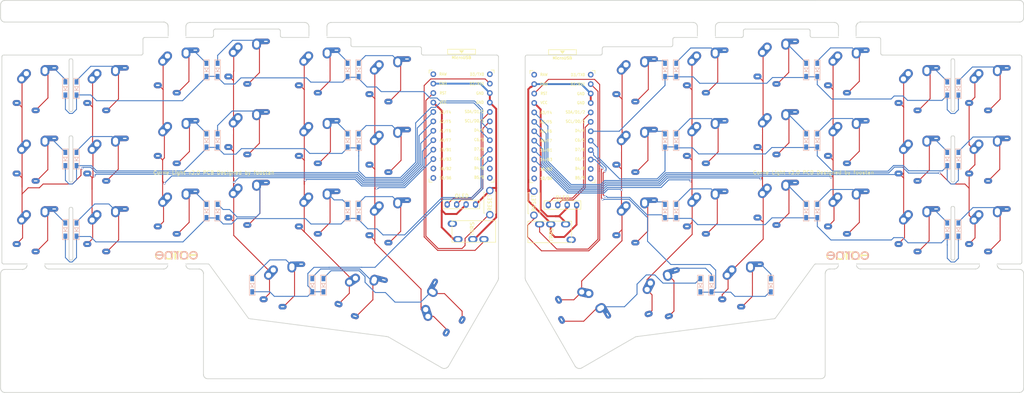
<source format=kicad_pcb>
(kicad_pcb (version 20171130) (host pcbnew "(5.1.5-0-10_14)")
  (title_block (title "Corne Light") (date 2018-12-26) (rev 2.1) (company foostan))
  (layers (0 F.Cu signal) (31 B.Cu signal) (34 B.Paste user) (35 F.Paste user) (36 B.SilkS user) (37 F.SilkS user) (38 B.Mask user) (39 F.Mask user) (44 Edge.Cuts user))
  (net 0 "")
  (net 1 row0)
  (net 2 "Net-(D1-Pad2)")
  (net 3 row1)
  (net 4 "Net-(D2-Pad2)")
  (net 5 row2)
  (net 6 "Net-(D3-Pad2)")
  (net 7 row3)
  (net 8 "Net-(D4-Pad2)")
  (net 9 "Net-(D5-Pad2)")
  (net 10 "Net-(D6-Pad2)")
  (net 11 "Net-(D7-Pad2)")
  (net 12 "Net-(D8-Pad2)")
  (net 13 "Net-(D9-Pad2)")
  (net 14 "Net-(D10-Pad2)")
  (net 15 "Net-(D11-Pad2)")
  (net 16 "Net-(D12-Pad2)")
  (net 17 "Net-(D13-Pad2)")
  (net 18 "Net-(D14-Pad2)")
  (net 19 "Net-(D15-Pad2)")
  (net 20 "Net-(D16-Pad2)")
  (net 21 "Net-(D17-Pad2)")
  (net 22 "Net-(D18-Pad2)")
  (net 23 "Net-(D19-Pad2)")
  (net 24 "Net-(D20-Pad2)")
  (net 25 "Net-(D21-Pad2)")
  (net 26 GND)
  (net 27 VCC)
  (net 28 col0)
  (net 29 col1)
  (net 30 col2)
  (net 31 col3)
  (net 32 col4)
  (net 33 col5)
  (net 34 data)
  (net 35 reset)
  (net 36 SCL)
  (net 37 SDA)
  (net 38 "Net-(U1-Pad14)")
  (net 39 "Net-(U1-Pad13)")
  (net 40 "Net-(U1-Pad12)")
  (net 41 "Net-(U1-Pad11)")
  (net 42 "Net-(J1-PadA)")
  (net 43 "Net-(U1-Pad24)")
  (net 44 "Net-(D22-Pad2)")
  (net 45 row0_r)
  (net 46 "Net-(D23-Pad2)")
  (net 47 "Net-(D24-Pad2)")
  (net 48 "Net-(D25-Pad2)")
  (net 49 "Net-(D26-Pad2)")
  (net 50 "Net-(D27-Pad2)")
  (net 51 row1_r)
  (net 52 "Net-(D28-Pad2)")
  (net 53 "Net-(D29-Pad2)")
  (net 54 "Net-(D30-Pad2)")
  (net 55 "Net-(D31-Pad2)")
  (net 56 "Net-(D32-Pad2)")
  (net 57 "Net-(D33-Pad2)")
  (net 58 row2_r)
  (net 59 "Net-(D34-Pad2)")
  (net 60 "Net-(D35-Pad2)")
  (net 61 "Net-(D36-Pad2)")
  (net 62 "Net-(D37-Pad2)")
  (net 63 "Net-(D38-Pad2)")
  (net 64 "Net-(D39-Pad2)")
  (net 65 "Net-(D40-Pad2)")
  (net 66 row3_r)
  (net 67 "Net-(D41-Pad2)")
  (net 68 "Net-(D42-Pad2)")
  (net 69 data_r)
  (net 70 "Net-(J6-PadA)")
  (net 71 SDA_r)
  (net 72 SCL_r)
  (net 73 reset_r)
  (net 74 col0_r)
  (net 75 col1_r)
  (net 76 col2_r)
  (net 77 col3_r)
  (net 78 col4_r)
  (net 79 col5_r)
  (net 80 "Net-(U2-Pad24)")
  (net 81 "Net-(U2-Pad14)")
  (net 82 "Net-(U2-Pad13)")
  (net 83 "Net-(U2-Pad12)")
  (net 84 "Net-(U2-Pad11)")
  (net 85 VDD)
  (net 86 GNDA)
  (net 87 "Net-(U1-Pad1)")
  (net 88 "Net-(U2-Pad1)")
  (module kbd:OLED_1side (layer F.Cu) (at 160.2575 77.31)
    (fp_text reference J7)
    (fp_text value OLED hide)
    (fp_text user OLED (at 3.8 -1.94) (layer F.SilkS))
    (pad 4 thru_hole oval (at 7.62 0) (size 1.397 1.778) (drill 0.8128) (layers *.Cu B.Mask) (net 86 GNDA))
    (pad 3 thru_hole oval (at 5.08 0) (size 1.397 1.778) (drill 0.8128) (layers *.Cu B.Mask) (net 85 VDD))
    (pad 2 thru_hole oval (at 2.54 0) (size 1.397 1.778) (drill 0.8128) (layers *.Cu B.Mask) (net 72 SCL_r))
    (pad 1 thru_hole oval (at 0 0) (size 1.397 1.778) (drill 0.8128) (layers *.Cu B.Mask) (net 71 SDA_r))
  )
  (module kbd:OLED_1side (layer F.Cu) (at 133.0285 77.168)
    (fp_text reference J2)
    (fp_text value OLED hide)
    (fp_text user OLED (at 3.906 -2.284) (layer F.SilkS))
    (pad 4 thru_hole oval (at 7.62 0) (size 1.397 1.778) (drill 0.8128) (layers *.Cu B.Mask) (net 26 GND))
    (pad 3 thru_hole oval (at 5.08 0) (size 1.397 1.778) (drill 0.8128) (layers *.Cu B.Mask) (net 27 VCC))
    (pad 2 thru_hole oval (at 2.54 0) (size 1.397 1.778) (drill 0.8128) (layers *.Cu B.Mask) (net 36 SCL))
    (pad 1 thru_hole oval (at 0 0) (size 1.397 1.778) (drill 0.8128) (layers *.Cu B.Mask) (net 37 SDA))
  )
  (module kbd:MJ-4PP-9_1side (layer F.Cu) (at 154.607847 84.565432 90)
    (fp_text reference J6)
    (fp_text value MJ-4PP-9 hide)
    (fp_text user TRRS (at -0.75 6.45 90) (layer F.SilkS))
    (pad A thru_hole oval (at -2.1 11.8 90) (size 1.7 2.5) (drill oval 1 1.5) (layers *.Cu B.Mask) (net 70 "Net-(J6-PadA)") (clearance 0.15))
    (pad D thru_hole oval (at 2.1 10.3 90) (size 1.7 2.5) (drill oval 1 1.5) (layers *.Cu B.Mask) (net 85 VDD) (clearance 0.15))
    (pad C thru_hole oval (at 2.1 6.3 90) (size 1.7 2.5) (drill oval 1 1.5) (layers *.Cu B.Mask) (net 86 GNDA))
    (pad B thru_hole oval (at 2.1 3.3 90) (size 1.7 2.5) (drill oval 1 1.5) (layers *.Cu B.Mask) (net 69 data_r))
    (pad "" np_thru_hole circle (at 0 8.5 90) (size 1.2 1.2) (drill 1.2) (layers *.Cu *.Mask))
    (pad "" np_thru_hole circle (at 0 1.5 90) (size 1.2 1.2) (drill 1.2) (layers *.Cu *.Mask))
  )
  (module kbd:MJ-4PP-9_1side (layer F.Cu) (at 146.2145 84.432 270)
    (fp_text reference J1)
    (fp_text value MJ-4PP-9 hide)
    (fp_text user TRRS (at -0.75 6.45 270) (layer F.SilkS))
    (pad A thru_hole oval (at -2.1 11.8 270) (size 1.7 2.5) (drill oval 1 1.5) (layers *.Cu B.Mask) (net 42 "Net-(J1-PadA)") (clearance 0.15))
    (pad D thru_hole oval (at 2.1 10.3 270) (size 1.7 2.5) (drill oval 1 1.5) (layers *.Cu B.Mask) (net 27 VCC) (clearance 0.15))
    (pad C thru_hole oval (at 2.1 6.3 270) (size 1.7 2.5) (drill oval 1 1.5) (layers *.Cu B.Mask) (net 26 GND))
    (pad B thru_hole oval (at 2.1 3.3 270) (size 1.7 2.5) (drill oval 1 1.5) (layers *.Cu B.Mask) (net 34 data))
    (pad "" np_thru_hole circle (at 0 8.5 270) (size 1.2 1.2) (drill 1.2) (layers *.Cu *.Mask))
    (pad "" np_thru_hole circle (at 0 1.5 270) (size 1.2 1.2) (drill 1.2) (layers *.Cu *.Mask))
  )
  (module kbd:ResetSW_1side (layer F.Cu) (at 156.374847 76.817432 270)
    (fp_text reference RSW2 hide)
    (fp_text value SW_PUSH)
    (fp_text user RESET (at 0 0 90) (layer F.SilkS))
    (pad 2 thru_hole circle (at -3.25 0 270) (size 2 2) (drill 1.3) (layers *.Cu B.Mask) (net 86 GNDA))
    (pad 1 thru_hole circle (at 3.25 0 270) (size 2 2) (drill 1.3) (layers *.Cu B.Mask) (net 73 reset_r))
  )
  (module kbd:ResetSW_1side (layer F.Cu) (at 144.5045 76.671 270)
    (fp_text reference RSW1 hide)
    (fp_text value SW_PUSH)
    (fp_text user RESET (at 0 0 270) (layer F.SilkS))
    (pad 2 thru_hole circle (at -3.25 0 270) (size 2 2) (drill 1.3) (layers *.Cu B.Mask) (net 26 GND))
    (pad 1 thru_hole circle (at 3.25 0 270) (size 2 2) (drill 1.3) (layers *.Cu B.Mask) (net 35 reset))
  )
  (module kbd:D3_SMD_v2 (layer B.Cu) (at 30.1875 83.916875 90)
    (fp_text reference D13 hide)
    (fp_text value D hide)
    (pad 2 smd rect (at 1.775 0 90) (size 1.4 1) (layers B.Cu B.Paste B.Mask) (net 17 "Net-(D13-Pad2)"))
    (pad 1 smd rect (at -1.775 0 90) (size 1.4 1) (layers B.Cu B.Paste B.Mask) (net 5 row2))
  )
  (module kbd:D3_SMD_v2 (layer B.Cu) (at 33.1875 83.92 90)
    (fp_text reference D14 hide)
    (fp_text value D hide)
    (pad 2 smd rect (at 1.775 0 90) (size 1.4 1) (layers B.Cu B.Paste B.Mask) (net 18 "Net-(D14-Pad2)"))
    (pad 1 smd rect (at -1.775 0 90) (size 1.4 1) (layers B.Cu B.Paste B.Mask) (net 5 row2))
  )
  (module kbd:D3_SMD_v2 (layer B.Cu) (at 270.684847 83.920432 90)
    (fp_text reference D34 hide)
    (fp_text value D hide)
    (pad 2 smd rect (at 1.775 0 90) (size 1.4 1) (layers B.Cu B.Paste B.Mask) (net 59 "Net-(D34-Pad2)"))
    (pad 1 smd rect (at -1.775 0 90) (size 1.4 1) (layers B.Cu B.Paste B.Mask) (net 58 row2_r))
  )
  (module kbd:D3_SMD_v2 (layer B.Cu) (at 109.1875 59.92 90)
    (fp_text reference D12 hide)
    (fp_text value D hide)
    (pad 2 smd rect (at 1.775 0 90) (size 1.4 1) (layers B.Cu B.Paste B.Mask) (net 16 "Net-(D12-Pad2)"))
    (pad 1 smd rect (at -1.775 0 90) (size 1.4 1) (layers B.Cu B.Paste B.Mask) (net 3 row1))
  )
  (module kbd:D3_SMD_v2 (layer B.Cu) (at 191.684847 59.920432 90)
    (fp_text reference D33 hide)
    (fp_text value D hide)
    (pad 2 smd rect (at 1.775 0 90) (size 1.4 1) (layers B.Cu B.Paste B.Mask) (net 57 "Net-(D33-Pad2)"))
    (pad 1 smd rect (at -1.775 0 90) (size 1.4 1) (layers B.Cu B.Paste B.Mask) (net 51 row1_r))
  )
  (module kbd:D3_SMD_v2 (layer B.Cu) (at 194.684847 59.920432 90)
    (fp_text reference D32 hide)
    (fp_text value D hide)
    (pad 2 smd rect (at 1.775 0 90) (size 1.4 1) (layers B.Cu B.Paste B.Mask) (net 56 "Net-(D32-Pad2)"))
    (pad 1 smd rect (at -1.775 0 90) (size 1.4 1) (layers B.Cu B.Paste B.Mask) (net 51 row1_r))
  )
  (module kbd:D3_SMD_v2 (layer B.Cu) (at 229.684847 59.915432 90)
    (fp_text reference D31 hide)
    (fp_text value D hide)
    (pad 2 smd rect (at 1.775 0 90) (size 1.4 1) (layers B.Cu B.Paste B.Mask) (net 55 "Net-(D31-Pad2)"))
    (pad 1 smd rect (at -1.775 0 90) (size 1.4 1) (layers B.Cu B.Paste B.Mask) (net 51 row1_r))
  )
  (module kbd:D3_SMD_v2 (layer B.Cu) (at 232.684847 59.920432 90)
    (fp_text reference D30 hide)
    (fp_text value D hide)
    (pad 2 smd rect (at 1.775 0 90) (size 1.4 1) (layers B.Cu B.Paste B.Mask) (net 54 "Net-(D30-Pad2)"))
    (pad 1 smd rect (at -1.775 0 90) (size 1.4 1) (layers B.Cu B.Paste B.Mask) (net 51 row1_r))
  )
  (module kbd:D3_SMD_v2 (layer B.Cu) (at 267.684847 64.920432 90)
    (fp_text reference D29 hide)
    (fp_text value D hide)
    (pad 2 smd rect (at 1.775 0 90) (size 1.4 1) (layers B.Cu B.Paste B.Mask) (net 53 "Net-(D29-Pad2)"))
    (pad 1 smd rect (at -1.775 0 90) (size 1.4 1) (layers B.Cu B.Paste B.Mask) (net 51 row1_r))
  )
  (module kbd:D3_SMD_v2 (layer B.Cu) (at 270.684847 64.920432 90)
    (fp_text reference D28 hide)
    (fp_text value D hide)
    (pad 2 smd rect (at 1.775 0 90) (size 1.4 1) (layers B.Cu B.Paste B.Mask) (net 52 "Net-(D28-Pad2)"))
    (pad 1 smd rect (at -1.775 0 90) (size 1.4 1) (layers B.Cu B.Paste B.Mask) (net 51 row1_r))
  )
  (module kbd:D3_SMD_v2 (layer B.Cu) (at 191.684847 40.920432 90)
    (fp_text reference D27 hide)
    (fp_text value D hide)
    (pad 2 smd rect (at 1.775 0 90) (size 1.4 1) (layers B.Cu B.Paste B.Mask) (net 50 "Net-(D27-Pad2)"))
    (pad 1 smd rect (at -1.775 0 90) (size 1.4 1) (layers B.Cu B.Paste B.Mask) (net 45 row0_r))
  )
  (module kbd:D3_SMD_v2 (layer B.Cu) (at 194.684847 40.920432 90)
    (fp_text reference D26 hide)
    (fp_text value D hide)
    (pad 2 smd rect (at 1.775 0 90) (size 1.4 1) (layers B.Cu B.Paste B.Mask) (net 49 "Net-(D26-Pad2)"))
    (pad 1 smd rect (at -1.775 0 90) (size 1.4 1) (layers B.Cu B.Paste B.Mask) (net 45 row0_r))
  )
  (module kbd:D3_SMD_v2 (layer B.Cu) (at 229.684847 40.915432 90)
    (fp_text reference D25 hide)
    (fp_text value D hide)
    (pad 2 smd rect (at 1.775 0 90) (size 1.4 1) (layers B.Cu B.Paste B.Mask) (net 48 "Net-(D25-Pad2)"))
    (pad 1 smd rect (at -1.775 0 90) (size 1.4 1) (layers B.Cu B.Paste B.Mask) (net 45 row0_r))
  )
  (module kbd:D3_SMD_v2 (layer B.Cu) (at 232.684847 40.920432 90)
    (fp_text reference D24 hide)
    (fp_text value D hide)
    (pad 2 smd rect (at 1.775 0 90) (size 1.4 1) (layers B.Cu B.Paste B.Mask) (net 47 "Net-(D24-Pad2)"))
    (pad 1 smd rect (at -1.775 0 90) (size 1.4 1) (layers B.Cu B.Paste B.Mask) (net 45 row0_r))
  )
  (module kbd:D3_SMD_v2 (layer B.Cu) (at 267.684847 45.920432 90)
    (fp_text reference D23 hide)
    (fp_text value D hide)
    (pad 2 smd rect (at 1.775 0 90) (size 1.4 1) (layers B.Cu B.Paste B.Mask) (net 46 "Net-(D23-Pad2)"))
    (pad 1 smd rect (at -1.775 0 90) (size 1.4 1) (layers B.Cu B.Paste B.Mask) (net 45 row0_r))
  )
  (module kbd:D3_SMD_v2 (layer B.Cu) (at 270.684847 45.920432 90)
    (fp_text reference D22 hide)
    (fp_text value D hide)
    (pad 2 smd rect (at 1.775 0 90) (size 1.4 1) (layers B.Cu B.Paste B.Mask) (net 44 "Net-(D22-Pad2)"))
    (pad 1 smd rect (at -1.775 0 90) (size 1.4 1) (layers B.Cu B.Paste B.Mask) (net 45 row0_r))
  )
  (module kbd:D3_SMD_v2 (layer B.Cu) (at 201.194847 98.915432 90)
    (fp_text reference D42 hide)
    (fp_text value D hide)
    (pad 2 smd rect (at 1.775 0 90) (size 1.4 1) (layers B.Cu B.Paste B.Mask) (net 68 "Net-(D42-Pad2)"))
    (pad 1 smd rect (at -1.775 0 90) (size 1.4 1) (layers B.Cu B.Paste B.Mask) (net 66 row3_r))
  )
  (module kbd:D3_SMD_v2 (layer B.Cu) (at 204.194847 98.915432 90)
    (fp_text reference D41 hide)
    (fp_text value D hide)
    (pad 2 smd rect (at 1.775 0 90) (size 1.4 1) (layers B.Cu B.Paste B.Mask) (net 67 "Net-(D41-Pad2)"))
    (pad 1 smd rect (at -1.775 0 90) (size 1.4 1) (layers B.Cu B.Paste B.Mask) (net 66 row3_r))
  )
  (module kbd:D3_SMD_v2 (layer B.Cu) (at 220.184847 98.930432 90)
    (fp_text reference D40 hide)
    (fp_text value D hide)
    (pad 2 smd rect (at 1.775 0 90) (size 1.4 1) (layers B.Cu B.Paste B.Mask) (net 65 "Net-(D40-Pad2)"))
    (pad 1 smd rect (at -1.775 0 90) (size 1.4 1) (layers B.Cu B.Paste B.Mask) (net 66 row3_r))
  )
  (module kbd:D3_SMD_v2 (layer B.Cu) (at 191.684847 78.920432 90)
    (fp_text reference D39 hide)
    (fp_text value D hide)
    (pad 2 smd rect (at 1.775 0 90) (size 1.4 1) (layers B.Cu B.Paste B.Mask) (net 64 "Net-(D39-Pad2)"))
    (pad 1 smd rect (at -1.775 0 90) (size 1.4 1) (layers B.Cu B.Paste B.Mask) (net 58 row2_r))
  )
  (module kbd:D3_SMD_v2 (layer B.Cu) (at 194.684847 78.920432 90)
    (fp_text reference D38 hide)
    (fp_text value D hide)
    (pad 2 smd rect (at 1.775 0 90) (size 1.4 1) (layers B.Cu B.Paste B.Mask) (net 63 "Net-(D38-Pad2)"))
    (pad 1 smd rect (at -1.775 0 90) (size 1.4 1) (layers B.Cu B.Paste B.Mask) (net 58 row2_r))
  )
  (module kbd:D3_SMD_v2 (layer B.Cu) (at 229.684847 78.915432 90)
    (fp_text reference D37 hide)
    (fp_text value D hide)
    (pad 2 smd rect (at 1.775 0 90) (size 1.4 1) (layers B.Cu B.Paste B.Mask) (net 62 "Net-(D37-Pad2)"))
    (pad 1 smd rect (at -1.775 0 90) (size 1.4 1) (layers B.Cu B.Paste B.Mask) (net 58 row2_r))
  )
  (module kbd:D3_SMD_v2 (layer B.Cu) (at 232.684847 78.920432 90)
    (fp_text reference D36 hide)
    (fp_text value D hide)
    (pad 2 smd rect (at 1.775 0 90) (size 1.4 1) (layers B.Cu B.Paste B.Mask) (net 61 "Net-(D36-Pad2)"))
    (pad 1 smd rect (at -1.775 0 90) (size 1.4 1) (layers B.Cu B.Paste B.Mask) (net 58 row2_r))
  )
  (module kbd:D3_SMD_v2 (layer B.Cu) (at 267.684847 83.920432 90)
    (fp_text reference D35 hide)
    (fp_text value D hide)
    (pad 2 smd rect (at 1.775 0 90) (size 1.4 1) (layers B.Cu B.Paste B.Mask) (net 60 "Net-(D35-Pad2)"))
    (pad 1 smd rect (at -1.775 0 90) (size 1.4 1) (layers B.Cu B.Paste B.Mask) (net 58 row2_r))
  )
  (module kbd:D3_SMD_v2 (layer B.Cu) (at 30.1875 45.916875 90)
    (fp_text reference D1 hide)
    (fp_text value D hide)
    (pad 2 smd rect (at 1.775 0 90) (size 1.4 1) (layers B.Cu B.Paste B.Mask) (net 2 "Net-(D1-Pad2)"))
    (pad 1 smd rect (at -1.775 0 90) (size 1.4 1) (layers B.Cu B.Paste B.Mask) (net 1 row0))
  )
  (module kbd:D3_SMD_v2 (layer B.Cu) (at 33.1875 45.92 90)
    (fp_text reference D2 hide)
    (fp_text value D hide)
    (pad 2 smd rect (at 1.775 0 90) (size 1.4 1) (layers B.Cu B.Paste B.Mask) (net 4 "Net-(D2-Pad2)"))
    (pad 1 smd rect (at -1.775 0 90) (size 1.4 1) (layers B.Cu B.Paste B.Mask) (net 1 row0))
  )
  (module kbd:D3_SMD_v2 (layer B.Cu) (at 68.1875 40.92 90)
    (fp_text reference D3 hide)
    (fp_text value D hide)
    (pad 2 smd rect (at 1.775 0 90) (size 1.4 1) (layers B.Cu B.Paste B.Mask) (net 6 "Net-(D3-Pad2)"))
    (pad 1 smd rect (at -1.775 0 90) (size 1.4 1) (layers B.Cu B.Paste B.Mask) (net 1 row0))
  )
  (module kbd:D3_SMD_v2 (layer B.Cu) (at 71.1875 40.915 90)
    (fp_text reference D4 hide)
    (fp_text value D hide)
    (pad 2 smd rect (at 1.775 0 90) (size 1.4 1) (layers B.Cu B.Paste B.Mask) (net 8 "Net-(D4-Pad2)"))
    (pad 1 smd rect (at -1.775 0 90) (size 1.4 1) (layers B.Cu B.Paste B.Mask) (net 1 row0))
  )
  (module kbd:D3_SMD_v2 (layer B.Cu) (at 106.1875 40.92 90)
    (fp_text reference D5 hide)
    (fp_text value D hide)
    (pad 2 smd rect (at 1.775 0 90) (size 1.4 1) (layers B.Cu B.Paste B.Mask) (net 9 "Net-(D5-Pad2)"))
    (pad 1 smd rect (at -1.775 0 90) (size 1.4 1) (layers B.Cu B.Paste B.Mask) (net 1 row0))
  )
  (module kbd:D3_SMD_v2 (layer B.Cu) (at 109.1875 40.92 90)
    (fp_text reference D6 hide)
    (fp_text value D hide)
    (pad 2 smd rect (at 1.775 0 90) (size 1.4 1) (layers B.Cu B.Paste B.Mask) (net 10 "Net-(D6-Pad2)"))
    (pad 1 smd rect (at -1.775 0 90) (size 1.4 1) (layers B.Cu B.Paste B.Mask) (net 1 row0))
  )
  (module kbd:D3_SMD_v2 (layer B.Cu) (at 30.1875 64.916875 90)
    (fp_text reference D7 hide)
    (fp_text value D hide)
    (pad 2 smd rect (at 1.775 0 90) (size 1.4 1) (layers B.Cu B.Paste B.Mask) (net 11 "Net-(D7-Pad2)"))
    (pad 1 smd rect (at -1.775 0 90) (size 1.4 1) (layers B.Cu B.Paste B.Mask) (net 3 row1))
  )
  (module kbd:D3_SMD_v2 (layer B.Cu) (at 33.1875 64.92 90)
    (fp_text reference D8 hide)
    (fp_text value D hide)
    (pad 2 smd rect (at 1.775 0 90) (size 1.4 1) (layers B.Cu B.Paste B.Mask) (net 12 "Net-(D8-Pad2)"))
    (pad 1 smd rect (at -1.775 0 90) (size 1.4 1) (layers B.Cu B.Paste B.Mask) (net 3 row1))
  )
  (module kbd:D3_SMD_v2 (layer B.Cu) (at 68.1875 59.92 90)
    (fp_text reference D9 hide)
    (fp_text value D hide)
    (pad 2 smd rect (at 1.775 0 90) (size 1.4 1) (layers B.Cu B.Paste B.Mask) (net 13 "Net-(D9-Pad2)"))
    (pad 1 smd rect (at -1.775 0 90) (size 1.4 1) (layers B.Cu B.Paste B.Mask) (net 3 row1))
  )
  (module kbd:D3_SMD_v2 (layer B.Cu) (at 71.1875 59.915 90)
    (fp_text reference D10 hide)
    (fp_text value D hide)
    (pad 2 smd rect (at 1.775 0 90) (size 1.4 1) (layers B.Cu B.Paste B.Mask) (net 14 "Net-(D10-Pad2)"))
    (pad 1 smd rect (at -1.775 0 90) (size 1.4 1) (layers B.Cu B.Paste B.Mask) (net 3 row1))
  )
  (module kbd:D3_SMD_v2 (layer B.Cu) (at 106.1875 59.92 90)
    (fp_text reference D11 hide)
    (fp_text value D hide)
    (pad 2 smd rect (at 1.775 0 90) (size 1.4 1) (layers B.Cu B.Paste B.Mask) (net 15 "Net-(D11-Pad2)"))
    (pad 1 smd rect (at -1.775 0 90) (size 1.4 1) (layers B.Cu B.Paste B.Mask) (net 3 row1))
  )
  (module kbd:D3_SMD_v2 (layer B.Cu) (at 68.1875 78.92 90)
    (fp_text reference D15 hide)
    (fp_text value D hide)
    (pad 2 smd rect (at 1.775 0 90) (size 1.4 1) (layers B.Cu B.Paste B.Mask) (net 19 "Net-(D15-Pad2)"))
    (pad 1 smd rect (at -1.775 0 90) (size 1.4 1) (layers B.Cu B.Paste B.Mask) (net 5 row2))
  )
  (module kbd:D3_SMD_v2 (layer B.Cu) (at 71.1875 78.915 90)
    (fp_text reference D16 hide)
    (fp_text value D hide)
    (pad 2 smd rect (at 1.775 0 90) (size 1.4 1) (layers B.Cu B.Paste B.Mask) (net 20 "Net-(D16-Pad2)"))
    (pad 1 smd rect (at -1.775 0 90) (size 1.4 1) (layers B.Cu B.Paste B.Mask) (net 5 row2))
  )
  (module kbd:D3_SMD_v2 (layer B.Cu) (at 106.1875 78.92 90)
    (fp_text reference D17 hide)
    (fp_text value D hide)
    (pad 2 smd rect (at 1.775 0 90) (size 1.4 1) (layers B.Cu B.Paste B.Mask) (net 21 "Net-(D17-Pad2)"))
    (pad 1 smd rect (at -1.775 0 90) (size 1.4 1) (layers B.Cu B.Paste B.Mask) (net 5 row2))
  )
  (module kbd:D3_SMD_v2 (layer B.Cu) (at 109.1875 78.92 90)
    (fp_text reference D18 hide)
    (fp_text value D hide)
    (pad 2 smd rect (at 1.775 0 90) (size 1.4 1) (layers B.Cu B.Paste B.Mask) (net 22 "Net-(D18-Pad2)"))
    (pad 1 smd rect (at -1.775 0 90) (size 1.4 1) (layers B.Cu B.Paste B.Mask) (net 5 row2))
  )
  (module kbd:D3_SMD_v2 (layer B.Cu) (at 80.5075 98.91 90)
    (fp_text reference D19 hide)
    (fp_text value D hide)
    (pad 2 smd rect (at 1.775 0 90) (size 1.4 1) (layers B.Cu B.Paste B.Mask) (net 23 "Net-(D19-Pad2)"))
    (pad 1 smd rect (at -1.775 0 90) (size 1.4 1) (layers B.Cu B.Paste B.Mask) (net 7 row3))
  )
  (module kbd:D3_SMD_v2 (layer B.Cu) (at 96.6875 98.905 90)
    (fp_text reference D20 hide)
    (fp_text value D hide)
    (pad 2 smd rect (at 1.775 0 90) (size 1.4 1) (layers B.Cu B.Paste B.Mask) (net 24 "Net-(D20-Pad2)"))
    (pad 1 smd rect (at -1.775 0 90) (size 1.4 1) (layers B.Cu B.Paste B.Mask) (net 7 row3))
  )
  (module kbd:D3_SMD_v2 (layer B.Cu) (at 99.6875 98.905 90)
    (fp_text reference D21 hide)
    (fp_text value D hide)
    (pad 2 smd rect (at 1.775 0 90) (size 1.4 1) (layers B.Cu B.Paste B.Mask) (net 25 "Net-(D21-Pad2)"))
    (pad 1 smd rect (at -1.775 0 90) (size 1.4 1) (layers B.Cu B.Paste B.Mask) (net 7 row3))
  )
  (module kbd:thread_m2 (layer F.Cu) (at 170.889847 84.542432)
    (fp_text reference Ref** hide)
    (fp_text value Val** hide)
    (pad "" np_thru_hole circle (at 0 0) (size 2.3 2.3) (drill 2.3) (layers *.Cu *.Mask))
  )
  (module kbd:thread_m2 (layer F.Cu) (at 156.330847 93.085432)
    (fp_text reference Ref** hide)
    (fp_text value Val** hide)
    (pad "" np_thru_hole circle (at 0 0) (size 2.3 2.3) (drill 2.3) (layers *.Cu *.Mask))
  )
  (module kbd:thread_m2 (layer B.Cu) (at 144.3765 92.94 180)
    (fp_text reference Ref** hide)
    (fp_text value Val** hide)
    (pad "" np_thru_hole circle (at 0 0 180) (size 2.3 2.3) (drill 2.3) (layers *.Cu *.Mask))
  )
  (module kbd:thread_m2 (layer B.Cu) (at 129.9445 84.419 180)
    (fp_text reference Ref** hide)
    (fp_text value Val** hide)
    (pad "" np_thru_hole circle (at 0 0 180) (size 2.3 2.3) (drill 2.3) (layers *.Cu *.Mask))
  )
  (module kbd:spacer_m2 (layer B.Cu) (at 269.195847 74.426932 180)
    (fp_text reference Ref** hide)
    (fp_text value Val** hide)
    (pad "" np_thru_hole circle (at 0 0 180) (size 4.3 4.3) (drill 4.3) (layers *.Cu *.Mask))
  )
  (module kbd:spacer_m2 (layer B.Cu) (at 269.195847 55.426932 180)
    (fp_text reference Ref** hide)
    (fp_text value Val** hide)
    (pad "" np_thru_hole circle (at 0 0 180) (size 4.3 4.3) (drill 4.3) (layers *.Cu *.Mask))
  )
  (module kbd:spacer_m2 (layer B.Cu) (at 226.055847 91.696932 180)
    (fp_text reference Ref** hide)
    (fp_text value Val** hide)
    (pad "" np_thru_hole circle (at 0 0 180) (size 4.3 4.3) (drill 4.3) (layers *.Cu *.Mask))
  )
  (module kbd:spacer_m2 (layer B.Cu) (at 179.485847 99.446932 180)
    (fp_text reference Ref** hide)
    (fp_text value Val** hide)
    (pad "" np_thru_hole circle (at 0 0 180) (size 4.3 4.3) (drill 4.3) (layers *.Cu *.Mask))
  )
  (module kbd:spacer_m2 (layer B.Cu) (at 193.235847 51.936932 180)
    (fp_text reference Ref** hide)
    (fp_text value Val** hide)
    (pad "" np_thru_hole circle (at 0 0 180) (size 4.3 4.3) (drill 4.3) (layers *.Cu *.Mask))
  )
  (module kbd:spacer_m2 (layer B.Cu) (at 121.4055 99.3 180)
    (fp_text reference Ref** hide)
    (fp_text value Val** hide)
    (pad "" np_thru_hole circle (at 0 0 180) (size 4.3 4.3) (drill 4.3) (layers *.Cu *.Mask))
  )
  (module kbd:spacer_m2 (layer B.Cu) (at 74.8395 91.6855 180)
    (fp_text reference Ref** hide)
    (fp_text value Val** hide)
    (pad "" np_thru_hole circle (at 0 0 180) (size 4.3 4.3) (drill 4.3) (layers *.Cu *.Mask))
  )
  (module kbd:spacer_m2 (layer B.Cu) (at 31.6955 55.4205 180)
    (fp_text reference Ref** hide)
    (fp_text value Val** hide)
    (pad "" np_thru_hole circle (at 0 0 180) (size 4.3 4.3) (drill 4.3) (layers *.Cu *.Mask))
  )
  (module kbd:spacer_m2 (layer B.Cu) (at 107.6505 51.9305 180)
    (fp_text reference Ref** hide)
    (fp_text value Val** hide)
    (pad "" np_thru_hole circle (at 0 0 180) (size 4.3 4.3) (drill 4.3) (layers *.Cu *.Mask))
  )
  (module kbd:spacer_m2 (layer B.Cu) (at 31.6955 74.4205 180)
    (fp_text reference Ref** hide)
    (fp_text value Val** hide)
    (pad "" np_thru_hole circle (at 0 0 180) (size 4.3 4.3) (drill 4.3) (layers *.Cu *.Mask))
  )
  (module kbd:keyswitch_cherrymx_alps_choc12_1.5u (layer F.Cu) (at 168.934847 105.295432 300)
    (fp_text reference SW42 hide)
    (fp_text value SW_PUSH hide)
    (pad 1 thru_hole oval (at -3.8 -2.55 258) (size 2.4 4.4) (drill 1.4 (offset 0 -1)) (layers *.Cu B.Mask) (net 79 col5_r))
    (pad 2 thru_hole oval (at 2.5 -4.8 300) (size 2.4 2.95) (drill oval 1.4 1.95) (layers *.Cu B.Mask) (net 68 "Net-(D42-Pad2)"))
    (pad 1 thru_hole circle (at -2.5 -4 300) (size 2.4 2.4) (drill 1.4) (layers *.Cu B.Mask) (net 79 col5_r))
    (pad 2 thru_hole oval (at 5 -5.55 300.5) (size 4.4 1.5) (drill oval 1 0.3 (offset -1.1 0)) (layers *.Cu B.Mask) (net 68 "Net-(D42-Pad2)"))
    (pad 1 thru_hole oval (at -5.1 3.9 300) (size 2.2 1.6) (drill oval 1 0.4) (layers *.Cu B.Mask) (net 79 col5_r))
    (pad "" np_thru_hole circle (at 0 0 30) (size 4.9 4.9) (drill 4.9) (layers *.Cu))
    (pad "" np_thru_hole circle (at -5.5 0 30) (size 1.8 1.8) (drill 1.8) (layers *.Cu))
    (pad "" np_thru_hole circle (at 5.5 0 30) (size 1.8 1.8) (drill 1.8) (layers *.Cu))
    (pad 2 thru_hole oval (at 0 5.9 300) (size 2.2 1.5) (drill oval 1 0.3) (layers *.Cu B.Mask) (net 68 "Net-(D42-Pad2)"))
    (pad "" np_thru_hole circle (at 5.08 0 300) (size 1.7 1.7) (drill 1.7) (layers *.Cu))
    (pad "" np_thru_hole circle (at -5.08 0 300) (size 1.7 1.7) (drill 1.7) (layers *.Cu))
  )
  (module kbd:keyswitch_cherrymx_alps_choc12_1.5u (layer F.Cu) (at 131.9375 105.295 60)
    (fp_text reference SW21 hide)
    (fp_text value SW_PUSH hide)
    (pad 1 thru_hole oval (at -3.8 -2.55 18) (size 2.4 4.4) (drill 1.4 (offset 0 -1)) (layers *.Cu B.Mask) (net 33 col5))
    (pad 2 thru_hole oval (at 2.5 -4.8 60) (size 2.4 2.95) (drill oval 1.4 1.95) (layers *.Cu B.Mask) (net 25 "Net-(D21-Pad2)"))
    (pad 1 thru_hole circle (at -2.5 -4 60) (size 2.4 2.4) (drill 1.4) (layers *.Cu B.Mask) (net 33 col5))
    (pad 2 thru_hole oval (at 5 -5.55 60.5) (size 4.4 1.5) (drill oval 1 0.3 (offset -1.1 0)) (layers *.Cu B.Mask) (net 25 "Net-(D21-Pad2)"))
    (pad 1 thru_hole oval (at -5.1 3.9 60) (size 2.2 1.6) (drill oval 1 0.4) (layers *.Cu B.Mask) (net 33 col5))
    (pad "" np_thru_hole circle (at 0 0 150) (size 4.9 4.9) (drill 4.9) (layers *.Cu))
    (pad "" np_thru_hole circle (at -5.5 0 150) (size 1.8 1.8) (drill 1.8) (layers *.Cu))
    (pad "" np_thru_hole circle (at 5.5 0 150) (size 1.8 1.8) (drill 1.8) (layers *.Cu))
    (pad 2 thru_hole oval (at 0 5.9 60) (size 2.2 1.5) (drill oval 1 0.3) (layers *.Cu B.Mask) (net 25 "Net-(D21-Pad2)"))
    (pad "" np_thru_hole circle (at 5.08 0 60) (size 1.7 1.7) (drill 1.7) (layers *.Cu))
    (pad "" np_thru_hole circle (at -5.08 0 60) (size 1.7 1.7) (drill 1.7) (layers *.Cu))
  )
  (module kbd:keyswitch_cherrymx_alps_choc12_1u (layer F.Cu) (at 117.1875 81.545)
    (fp_text reference SW18 hide)
    (fp_text value SW_PUSH hide)
    (pad 1 thru_hole oval (at -3.8 -2.55 318) (size 2.4 4.4) (drill 1.4 (offset 0 -1)) (layers *.Cu B.Mask) (net 33 col5))
    (pad 2 thru_hole oval (at 2.5 -4.8) (size 2.4 2.95) (drill oval 1.4 1.95) (layers *.Cu B.Mask) (net 22 "Net-(D18-Pad2)"))
    (pad 1 thru_hole circle (at -2.5 -4) (size 2.4 2.4) (drill 1.4) (layers *.Cu B.Mask) (net 33 col5))
    (pad 2 thru_hole oval (at 5 -5.55 0.5) (size 4.4 1.5) (drill oval 1 0.3 (offset -1.1 0)) (layers *.Cu B.Mask) (net 22 "Net-(D18-Pad2)"))
    (pad 1 thru_hole oval (at -5.1 3.9) (size 2.2 1.6) (drill oval 1 0.4) (layers *.Cu B.Mask) (net 33 col5))
    (pad "" np_thru_hole circle (at 0 0 90) (size 4.9 4.9) (drill 4.9) (layers *.Cu))
    (pad "" np_thru_hole circle (at -5.5 0 90) (size 1.8 1.8) (drill 1.8) (layers *.Cu))
    (pad "" np_thru_hole circle (at 5.5 0 90) (size 1.8 1.8) (drill 1.8) (layers *.Cu))
    (pad 2 thru_hole oval (at 0 5.9) (size 2.2 1.5) (drill oval 1 0.3) (layers *.Cu B.Mask) (net 22 "Net-(D18-Pad2)"))
    (pad "" np_thru_hole circle (at 5.08 0) (size 1.7 1.7) (drill 1.7) (layers *.Cu))
    (pad "" np_thru_hole circle (at -5.08 0) (size 1.7 1.7) (drill 1.7) (layers *.Cu))
  )
  (module kbd:keyswitch_cherrymx_alps_choc12_1u (layer F.Cu) (at 202.684847 60.170432)
    (fp_text reference SW32 hide)
    (fp_text value SW_PUSH hide)
    (pad 1 thru_hole oval (at -3.8 -2.55 318) (size 2.4 4.4) (drill 1.4 (offset 0 -1)) (layers *.Cu B.Mask) (net 78 col4_r))
    (pad 2 thru_hole oval (at 2.5 -4.8) (size 2.4 2.95) (drill oval 1.4 1.95) (layers *.Cu B.Mask) (net 56 "Net-(D32-Pad2)"))
    (pad 1 thru_hole circle (at -2.5 -4) (size 2.4 2.4) (drill 1.4) (layers *.Cu B.Mask) (net 78 col4_r))
    (pad 2 thru_hole oval (at 5 -5.55 0.5) (size 4.4 1.5) (drill oval 1 0.3 (offset -1.1 0)) (layers *.Cu B.Mask) (net 56 "Net-(D32-Pad2)"))
    (pad 1 thru_hole oval (at -5.1 3.9) (size 2.2 1.6) (drill oval 1 0.4) (layers *.Cu B.Mask) (net 78 col4_r))
    (pad "" np_thru_hole circle (at 0 0 90) (size 4.9 4.9) (drill 4.9) (layers *.Cu))
    (pad "" np_thru_hole circle (at -5.5 0 90) (size 1.8 1.8) (drill 1.8) (layers *.Cu))
    (pad "" np_thru_hole circle (at 5.5 0 90) (size 1.8 1.8) (drill 1.8) (layers *.Cu))
    (pad 2 thru_hole oval (at 0 5.9) (size 2.2 1.5) (drill oval 1 0.3) (layers *.Cu B.Mask) (net 56 "Net-(D32-Pad2)"))
    (pad "" np_thru_hole circle (at 5.08 0) (size 1.7 1.7) (drill 1.7) (layers *.Cu))
    (pad "" np_thru_hole circle (at -5.08 0) (size 1.7 1.7) (drill 1.7) (layers *.Cu))
  )
  (module kbd:keyswitch_cherrymx_alps_choc12_1u (layer F.Cu) (at 98.1875 60.17)
    (fp_text reference SW11 hide)
    (fp_text value SW_PUSH hide)
    (pad 1 thru_hole oval (at -3.8 -2.55 318) (size 2.4 4.4) (drill 1.4 (offset 0 -1)) (layers *.Cu B.Mask) (net 32 col4))
    (pad 2 thru_hole oval (at 2.5 -4.8) (size 2.4 2.95) (drill oval 1.4 1.95) (layers *.Cu B.Mask) (net 15 "Net-(D11-Pad2)"))
    (pad 1 thru_hole circle (at -2.5 -4) (size 2.4 2.4) (drill 1.4) (layers *.Cu B.Mask) (net 32 col4))
    (pad 2 thru_hole oval (at 5 -5.55 0.5) (size 4.4 1.5) (drill oval 1 0.3 (offset -1.1 0)) (layers *.Cu B.Mask) (net 15 "Net-(D11-Pad2)"))
    (pad 1 thru_hole oval (at -5.1 3.9) (size 2.2 1.6) (drill oval 1 0.4) (layers *.Cu B.Mask) (net 32 col4))
    (pad "" np_thru_hole circle (at 0 0 90) (size 4.9 4.9) (drill 4.9) (layers *.Cu))
    (pad "" np_thru_hole circle (at -5.5 0 90) (size 1.8 1.8) (drill 1.8) (layers *.Cu))
    (pad "" np_thru_hole circle (at 5.5 0 90) (size 1.8 1.8) (drill 1.8) (layers *.Cu))
    (pad 2 thru_hole oval (at 0 5.9) (size 2.2 1.5) (drill oval 1 0.3) (layers *.Cu B.Mask) (net 15 "Net-(D11-Pad2)"))
    (pad "" np_thru_hole circle (at 5.08 0) (size 1.7 1.7) (drill 1.7) (layers *.Cu))
    (pad "" np_thru_hole circle (at -5.08 0) (size 1.7 1.7) (drill 1.7) (layers *.Cu))
  )
  (module kbd:keyswitch_cherrymx_alps_choc12_1u (layer F.Cu) (at 183.684847 62.545432)
    (fp_text reference SW33 hide)
    (fp_text value SW_PUSH hide)
    (pad 1 thru_hole oval (at -3.8 -2.55 318) (size 2.4 4.4) (drill 1.4 (offset 0 -1)) (layers *.Cu B.Mask) (net 79 col5_r))
    (pad 2 thru_hole oval (at 2.5 -4.8) (size 2.4 2.95) (drill oval 1.4 1.95) (layers *.Cu B.Mask) (net 57 "Net-(D33-Pad2)"))
    (pad 1 thru_hole circle (at -2.5 -4) (size 2.4 2.4) (drill 1.4) (layers *.Cu B.Mask) (net 79 col5_r))
    (pad 2 thru_hole oval (at 5 -5.55 0.5) (size 4.4 1.5) (drill oval 1 0.3 (offset -1.1 0)) (layers *.Cu B.Mask) (net 57 "Net-(D33-Pad2)"))
    (pad 1 thru_hole oval (at -5.1 3.9) (size 2.2 1.6) (drill oval 1 0.4) (layers *.Cu B.Mask) (net 79 col5_r))
    (pad "" np_thru_hole circle (at 0 0 90) (size 4.9 4.9) (drill 4.9) (layers *.Cu))
    (pad "" np_thru_hole circle (at -5.5 0 90) (size 1.8 1.8) (drill 1.8) (layers *.Cu))
    (pad "" np_thru_hole circle (at 5.5 0 90) (size 1.8 1.8) (drill 1.8) (layers *.Cu))
    (pad 2 thru_hole oval (at 0 5.9) (size 2.2 1.5) (drill oval 1 0.3) (layers *.Cu B.Mask) (net 57 "Net-(D33-Pad2)"))
    (pad "" np_thru_hole circle (at 5.08 0) (size 1.7 1.7) (drill 1.7) (layers *.Cu))
    (pad "" np_thru_hole circle (at -5.08 0) (size 1.7 1.7) (drill 1.7) (layers *.Cu))
  )
  (module kbd:keyswitch_cherrymx_alps_choc12_1u (layer F.Cu) (at 191.184847 101.545432 15)
    (fp_text reference SW41 hide)
    (fp_text value SW_PUSH hide)
    (pad 1 thru_hole oval (at -3.8 -2.55 333) (size 2.4 4.4) (drill 1.4 (offset 0 -1)) (layers *.Cu B.Mask) (net 78 col4_r))
    (pad 2 thru_hole oval (at 2.5 -4.8 15) (size 2.4 2.95) (drill oval 1.4 1.95) (layers *.Cu B.Mask) (net 67 "Net-(D41-Pad2)"))
    (pad 1 thru_hole circle (at -2.5 -4 15) (size 2.4 2.4) (drill 1.4) (layers *.Cu B.Mask) (net 78 col4_r))
    (pad 2 thru_hole oval (at 5 -5.55 15.5) (size 4.4 1.5) (drill oval 1 0.3 (offset -1.1 0)) (layers *.Cu B.Mask) (net 67 "Net-(D41-Pad2)"))
    (pad 1 thru_hole oval (at -5.1 3.9 15) (size 2.2 1.6) (drill oval 1 0.4) (layers *.Cu B.Mask) (net 78 col4_r))
    (pad "" np_thru_hole circle (at 0 0 105) (size 4.9 4.9) (drill 4.9) (layers *.Cu))
    (pad "" np_thru_hole circle (at -5.5 0 105) (size 1.8 1.8) (drill 1.8) (layers *.Cu))
    (pad "" np_thru_hole circle (at 5.5 0 105) (size 1.8 1.8) (drill 1.8) (layers *.Cu))
    (pad 2 thru_hole oval (at 0 5.9 15) (size 2.2 1.5) (drill oval 1 0.3) (layers *.Cu B.Mask) (net 67 "Net-(D41-Pad2)"))
    (pad "" np_thru_hole circle (at 5.08 0 15) (size 1.7 1.7) (drill 1.7) (layers *.Cu))
    (pad "" np_thru_hole circle (at -5.08 0 15) (size 1.7 1.7) (drill 1.7) (layers *.Cu))
  )
  (module kbd:keyswitch_cherrymx_alps_choc12_1u (layer F.Cu) (at 41.1875 64.92)
    (fp_text reference SW8 hide)
    (fp_text value SW_PUSH hide)
    (pad 1 thru_hole oval (at -3.8 -2.55 318) (size 2.4 4.4) (drill 1.4 (offset 0 -1)) (layers *.Cu B.Mask) (net 29 col1))
    (pad 2 thru_hole oval (at 2.5 -4.8) (size 2.4 2.95) (drill oval 1.4 1.95) (layers *.Cu B.Mask) (net 12 "Net-(D8-Pad2)"))
    (pad 1 thru_hole circle (at -2.5 -4) (size 2.4 2.4) (drill 1.4) (layers *.Cu B.Mask) (net 29 col1))
    (pad 2 thru_hole oval (at 5 -5.55 0.5) (size 4.4 1.5) (drill oval 1 0.3 (offset -1.1 0)) (layers *.Cu B.Mask) (net 12 "Net-(D8-Pad2)"))
    (pad 1 thru_hole oval (at -5.1 3.9) (size 2.2 1.6) (drill oval 1 0.4) (layers *.Cu B.Mask) (net 29 col1))
    (pad "" np_thru_hole circle (at 0 0 90) (size 4.9 4.9) (drill 4.9) (layers *.Cu))
    (pad "" np_thru_hole circle (at -5.5 0 90) (size 1.8 1.8) (drill 1.8) (layers *.Cu))
    (pad "" np_thru_hole circle (at 5.5 0 90) (size 1.8 1.8) (drill 1.8) (layers *.Cu))
    (pad 2 thru_hole oval (at 0 5.9) (size 2.2 1.5) (drill oval 1 0.3) (layers *.Cu B.Mask) (net 12 "Net-(D8-Pad2)"))
    (pad "" np_thru_hole circle (at 5.08 0) (size 1.7 1.7) (drill 1.7) (layers *.Cu))
    (pad "" np_thru_hole circle (at -5.08 0) (size 1.7 1.7) (drill 1.7) (layers *.Cu))
  )
  (module kbd:keyswitch_cherrymx_alps_choc12_1u (layer F.Cu) (at 22.1875 64.92)
    (fp_text reference SW7 hide)
    (fp_text value SW_PUSH hide)
    (pad 1 thru_hole oval (at -3.8 -2.55 318) (size 2.4 4.4) (drill 1.4 (offset 0 -1)) (layers *.Cu B.Mask) (net 28 col0))
    (pad 2 thru_hole oval (at 2.5 -4.8) (size 2.4 2.95) (drill oval 1.4 1.95) (layers *.Cu B.Mask) (net 11 "Net-(D7-Pad2)"))
    (pad 1 thru_hole circle (at -2.5 -4) (size 2.4 2.4) (drill 1.4) (layers *.Cu B.Mask) (net 28 col0))
    (pad 2 thru_hole oval (at 5 -5.55 0.5) (size 4.4 1.5) (drill oval 1 0.3 (offset -1.1 0)) (layers *.Cu B.Mask) (net 11 "Net-(D7-Pad2)"))
    (pad 1 thru_hole oval (at -5.1 3.9) (size 2.2 1.6) (drill oval 1 0.4) (layers *.Cu B.Mask) (net 28 col0))
    (pad "" np_thru_hole circle (at 0 0 90) (size 4.9 4.9) (drill 4.9) (layers *.Cu))
    (pad "" np_thru_hole circle (at -5.5 0 90) (size 1.8 1.8) (drill 1.8) (layers *.Cu))
    (pad "" np_thru_hole circle (at 5.5 0 90) (size 1.8 1.8) (drill 1.8) (layers *.Cu))
    (pad 2 thru_hole oval (at 0 5.9) (size 2.2 1.5) (drill oval 1 0.3) (layers *.Cu B.Mask) (net 11 "Net-(D7-Pad2)"))
    (pad "" np_thru_hole circle (at 5.08 0) (size 1.7 1.7) (drill 1.7) (layers *.Cu))
    (pad "" np_thru_hole circle (at -5.08 0) (size 1.7 1.7) (drill 1.7) (layers *.Cu))
  )
  (module kbd:keyswitch_cherrymx_alps_choc12_1u (layer F.Cu) (at 22.1875 45.92)
    (fp_text reference SW1 hide)
    (fp_text value SW_PUSH hide)
    (pad 1 thru_hole oval (at -3.8 -2.55 318) (size 2.4 4.4) (drill 1.4 (offset 0 -1)) (layers *.Cu B.Mask) (net 28 col0))
    (pad 2 thru_hole oval (at 2.5 -4.8) (size 2.4 2.95) (drill oval 1.4 1.95) (layers *.Cu B.Mask) (net 2 "Net-(D1-Pad2)"))
    (pad 1 thru_hole circle (at -2.5 -4) (size 2.4 2.4) (drill 1.4) (layers *.Cu B.Mask) (net 28 col0))
    (pad 2 thru_hole oval (at 5 -5.55 0.5) (size 4.4 1.5) (drill oval 1 0.3 (offset -1.1 0)) (layers *.Cu B.Mask) (net 2 "Net-(D1-Pad2)"))
    (pad 1 thru_hole oval (at -5.1 3.9) (size 2.2 1.6) (drill oval 1 0.4) (layers *.Cu B.Mask) (net 28 col0))
    (pad "" np_thru_hole circle (at 0 0 90) (size 4.9 4.9) (drill 4.9) (layers *.Cu))
    (pad "" np_thru_hole circle (at -5.5 0 90) (size 1.8 1.8) (drill 1.8) (layers *.Cu))
    (pad "" np_thru_hole circle (at 5.5 0 90) (size 1.8 1.8) (drill 1.8) (layers *.Cu))
    (pad 2 thru_hole oval (at 0 5.9) (size 2.2 1.5) (drill oval 1 0.3) (layers *.Cu B.Mask) (net 2 "Net-(D1-Pad2)"))
    (pad "" np_thru_hole circle (at 5.08 0) (size 1.7 1.7) (drill 1.7) (layers *.Cu))
    (pad "" np_thru_hole circle (at -5.08 0) (size 1.7 1.7) (drill 1.7) (layers *.Cu))
  )
  (module kbd:keyswitch_cherrymx_alps_choc12_1u (layer F.Cu) (at 41.1875 45.92)
    (fp_text reference SW2 hide)
    (fp_text value SW_PUSH hide)
    (pad 1 thru_hole oval (at -3.8 -2.55 318) (size 2.4 4.4) (drill 1.4 (offset 0 -1)) (layers *.Cu B.Mask) (net 29 col1))
    (pad 2 thru_hole oval (at 2.5 -4.8) (size 2.4 2.95) (drill oval 1.4 1.95) (layers *.Cu B.Mask) (net 4 "Net-(D2-Pad2)"))
    (pad 1 thru_hole circle (at -2.5 -4) (size 2.4 2.4) (drill 1.4) (layers *.Cu B.Mask) (net 29 col1))
    (pad 2 thru_hole oval (at 5 -5.55 0.5) (size 4.4 1.5) (drill oval 1 0.3 (offset -1.1 0)) (layers *.Cu B.Mask) (net 4 "Net-(D2-Pad2)"))
    (pad 1 thru_hole oval (at -5.1 3.9) (size 2.2 1.6) (drill oval 1 0.4) (layers *.Cu B.Mask) (net 29 col1))
    (pad "" np_thru_hole circle (at 0 0 90) (size 4.9 4.9) (drill 4.9) (layers *.Cu))
    (pad "" np_thru_hole circle (at -5.5 0 90) (size 1.8 1.8) (drill 1.8) (layers *.Cu))
    (pad "" np_thru_hole circle (at 5.5 0 90) (size 1.8 1.8) (drill 1.8) (layers *.Cu))
    (pad 2 thru_hole oval (at 0 5.9) (size 2.2 1.5) (drill oval 1 0.3) (layers *.Cu B.Mask) (net 4 "Net-(D2-Pad2)"))
    (pad "" np_thru_hole circle (at 5.08 0) (size 1.7 1.7) (drill 1.7) (layers *.Cu))
    (pad "" np_thru_hole circle (at -5.08 0) (size 1.7 1.7) (drill 1.7) (layers *.Cu))
  )
  (module kbd:keyswitch_cherrymx_alps_choc12_1u (layer F.Cu) (at 221.684847 76.795432)
    (fp_text reference SW37 hide)
    (fp_text value SW_PUSH hide)
    (pad 1 thru_hole oval (at -3.8 -2.55 318) (size 2.4 4.4) (drill 1.4 (offset 0 -1)) (layers *.Cu B.Mask) (net 77 col3_r))
    (pad 2 thru_hole oval (at 2.5 -4.8) (size 2.4 2.95) (drill oval 1.4 1.95) (layers *.Cu B.Mask) (net 62 "Net-(D37-Pad2)"))
    (pad 1 thru_hole circle (at -2.5 -4) (size 2.4 2.4) (drill 1.4) (layers *.Cu B.Mask) (net 77 col3_r))
    (pad 2 thru_hole oval (at 5 -5.55 0.5) (size 4.4 1.5) (drill oval 1 0.3 (offset -1.1 0)) (layers *.Cu B.Mask) (net 62 "Net-(D37-Pad2)"))
    (pad 1 thru_hole oval (at -5.1 3.9) (size 2.2 1.6) (drill oval 1 0.4) (layers *.Cu B.Mask) (net 77 col3_r))
    (pad "" np_thru_hole circle (at 0 0 90) (size 4.9 4.9) (drill 4.9) (layers *.Cu))
    (pad "" np_thru_hole circle (at -5.5 0 90) (size 1.8 1.8) (drill 1.8) (layers *.Cu))
    (pad "" np_thru_hole circle (at 5.5 0 90) (size 1.8 1.8) (drill 1.8) (layers *.Cu))
    (pad 2 thru_hole oval (at 0 5.9) (size 2.2 1.5) (drill oval 1 0.3) (layers *.Cu B.Mask) (net 62 "Net-(D37-Pad2)"))
    (pad "" np_thru_hole circle (at 5.08 0) (size 1.7 1.7) (drill 1.7) (layers *.Cu))
    (pad "" np_thru_hole circle (at -5.08 0) (size 1.7 1.7) (drill 1.7) (layers *.Cu))
  )
  (module kbd:keyswitch_cherrymx_alps_choc12_1u (layer F.Cu) (at 60.1875 60.17)
    (fp_text reference SW9 hide)
    (fp_text value SW_PUSH hide)
    (pad 1 thru_hole oval (at -3.8 -2.55 318) (size 2.4 4.4) (drill 1.4 (offset 0 -1)) (layers *.Cu B.Mask) (net 30 col2))
    (pad 2 thru_hole oval (at 2.5 -4.8) (size 2.4 2.95) (drill oval 1.4 1.95) (layers *.Cu B.Mask) (net 13 "Net-(D9-Pad2)"))
    (pad 1 thru_hole circle (at -2.5 -4) (size 2.4 2.4) (drill 1.4) (layers *.Cu B.Mask) (net 30 col2))
    (pad 2 thru_hole oval (at 5 -5.55 0.5) (size 4.4 1.5) (drill oval 1 0.3 (offset -1.1 0)) (layers *.Cu B.Mask) (net 13 "Net-(D9-Pad2)"))
    (pad 1 thru_hole oval (at -5.1 3.9) (size 2.2 1.6) (drill oval 1 0.4) (layers *.Cu B.Mask) (net 30 col2))
    (pad "" np_thru_hole circle (at 0 0 90) (size 4.9 4.9) (drill 4.9) (layers *.Cu))
    (pad "" np_thru_hole circle (at -5.5 0 90) (size 1.8 1.8) (drill 1.8) (layers *.Cu))
    (pad "" np_thru_hole circle (at 5.5 0 90) (size 1.8 1.8) (drill 1.8) (layers *.Cu))
    (pad 2 thru_hole oval (at 0 5.9) (size 2.2 1.5) (drill oval 1 0.3) (layers *.Cu B.Mask) (net 13 "Net-(D9-Pad2)"))
    (pad "" np_thru_hole circle (at 5.08 0) (size 1.7 1.7) (drill 1.7) (layers *.Cu))
    (pad "" np_thru_hole circle (at -5.08 0) (size 1.7 1.7) (drill 1.7) (layers *.Cu))
  )
  (module kbd:keyswitch_cherrymx_alps_choc12_1u (layer F.Cu) (at 202.684847 41.170432)
    (fp_text reference SW26 hide)
    (fp_text value SW_PUSH hide)
    (pad 1 thru_hole oval (at -3.8 -2.55 318) (size 2.4 4.4) (drill 1.4 (offset 0 -1)) (layers *.Cu B.Mask) (net 78 col4_r))
    (pad 2 thru_hole oval (at 2.5 -4.8) (size 2.4 2.95) (drill oval 1.4 1.95) (layers *.Cu B.Mask) (net 49 "Net-(D26-Pad2)"))
    (pad 1 thru_hole circle (at -2.5 -4) (size 2.4 2.4) (drill 1.4) (layers *.Cu B.Mask) (net 78 col4_r))
    (pad 2 thru_hole oval (at 5 -5.55 0.5) (size 4.4 1.5) (drill oval 1 0.3 (offset -1.1 0)) (layers *.Cu B.Mask) (net 49 "Net-(D26-Pad2)"))
    (pad 1 thru_hole oval (at -5.1 3.9) (size 2.2 1.6) (drill oval 1 0.4) (layers *.Cu B.Mask) (net 78 col4_r))
    (pad "" np_thru_hole circle (at 0 0 90) (size 4.9 4.9) (drill 4.9) (layers *.Cu))
    (pad "" np_thru_hole circle (at -5.5 0 90) (size 1.8 1.8) (drill 1.8) (layers *.Cu))
    (pad "" np_thru_hole circle (at 5.5 0 90) (size 1.8 1.8) (drill 1.8) (layers *.Cu))
    (pad 2 thru_hole oval (at 0 5.9) (size 2.2 1.5) (drill oval 1 0.3) (layers *.Cu B.Mask) (net 49 "Net-(D26-Pad2)"))
    (pad "" np_thru_hole circle (at 5.08 0) (size 1.7 1.7) (drill 1.7) (layers *.Cu))
    (pad "" np_thru_hole circle (at -5.08 0) (size 1.7 1.7) (drill 1.7) (layers *.Cu))
  )
  (module kbd:keyswitch_cherrymx_alps_choc12_1u (layer F.Cu) (at 60.1875 41.17)
    (fp_text reference SW3 hide)
    (fp_text value SW_PUSH hide)
    (pad 1 thru_hole oval (at -3.8 -2.55 318) (size 2.4 4.4) (drill 1.4 (offset 0 -1)) (layers *.Cu B.Mask) (net 30 col2))
    (pad 2 thru_hole oval (at 2.5 -4.8) (size 2.4 2.95) (drill oval 1.4 1.95) (layers *.Cu B.Mask) (net 6 "Net-(D3-Pad2)"))
    (pad 1 thru_hole circle (at -2.5 -4) (size 2.4 2.4) (drill 1.4) (layers *.Cu B.Mask) (net 30 col2))
    (pad 2 thru_hole oval (at 5 -5.55 0.5) (size 4.4 1.5) (drill oval 1 0.3 (offset -1.1 0)) (layers *.Cu B.Mask) (net 6 "Net-(D3-Pad2)"))
    (pad 1 thru_hole oval (at -5.1 3.9) (size 2.2 1.6) (drill oval 1 0.4) (layers *.Cu B.Mask) (net 30 col2))
    (pad "" np_thru_hole circle (at 0 0 90) (size 4.9 4.9) (drill 4.9) (layers *.Cu))
    (pad "" np_thru_hole circle (at -5.5 0 90) (size 1.8 1.8) (drill 1.8) (layers *.Cu))
    (pad "" np_thru_hole circle (at 5.5 0 90) (size 1.8 1.8) (drill 1.8) (layers *.Cu))
    (pad 2 thru_hole oval (at 0 5.9) (size 2.2 1.5) (drill oval 1 0.3) (layers *.Cu B.Mask) (net 6 "Net-(D3-Pad2)"))
    (pad "" np_thru_hole circle (at 5.08 0) (size 1.7 1.7) (drill 1.7) (layers *.Cu))
    (pad "" np_thru_hole circle (at -5.08 0) (size 1.7 1.7) (drill 1.7) (layers *.Cu))
  )
  (module kbd:keyswitch_cherrymx_alps_choc12_1u (layer F.Cu) (at 41.1875 83.92)
    (fp_text reference SW14 hide)
    (fp_text value SW_PUSH hide)
    (pad 1 thru_hole oval (at -3.8 -2.55 318) (size 2.4 4.4) (drill 1.4 (offset 0 -1)) (layers *.Cu B.Mask) (net 29 col1))
    (pad 2 thru_hole oval (at 2.5 -4.8) (size 2.4 2.95) (drill oval 1.4 1.95) (layers *.Cu B.Mask) (net 18 "Net-(D14-Pad2)"))
    (pad 1 thru_hole circle (at -2.5 -4) (size 2.4 2.4) (drill 1.4) (layers *.Cu B.Mask) (net 29 col1))
    (pad 2 thru_hole oval (at 5 -5.55 0.5) (size 4.4 1.5) (drill oval 1 0.3 (offset -1.1 0)) (layers *.Cu B.Mask) (net 18 "Net-(D14-Pad2)"))
    (pad 1 thru_hole oval (at -5.1 3.9) (size 2.2 1.6) (drill oval 1 0.4) (layers *.Cu B.Mask) (net 29 col1))
    (pad "" np_thru_hole circle (at 0 0 90) (size 4.9 4.9) (drill 4.9) (layers *.Cu))
    (pad "" np_thru_hole circle (at -5.5 0 90) (size 1.8 1.8) (drill 1.8) (layers *.Cu))
    (pad "" np_thru_hole circle (at 5.5 0 90) (size 1.8 1.8) (drill 1.8) (layers *.Cu))
    (pad 2 thru_hole oval (at 0 5.9) (size 2.2 1.5) (drill oval 1 0.3) (layers *.Cu B.Mask) (net 18 "Net-(D14-Pad2)"))
    (pad "" np_thru_hole circle (at 5.08 0) (size 1.7 1.7) (drill 1.7) (layers *.Cu))
    (pad "" np_thru_hole circle (at -5.08 0) (size 1.7 1.7) (drill 1.7) (layers *.Cu))
  )
  (module kbd:keyswitch_cherrymx_alps_choc12_1u (layer F.Cu) (at 183.684847 43.545432)
    (fp_text reference SW27 hide)
    (fp_text value SW_PUSH hide)
    (pad 1 thru_hole oval (at -3.8 -2.55 318) (size 2.4 4.4) (drill 1.4 (offset 0 -1)) (layers *.Cu B.Mask) (net 79 col5_r))
    (pad 2 thru_hole oval (at 2.5 -4.8) (size 2.4 2.95) (drill oval 1.4 1.95) (layers *.Cu B.Mask) (net 50 "Net-(D27-Pad2)"))
    (pad 1 thru_hole circle (at -2.5 -4) (size 2.4 2.4) (drill 1.4) (layers *.Cu B.Mask) (net 79 col5_r))
    (pad 2 thru_hole oval (at 5 -5.55 0.5) (size 4.4 1.5) (drill oval 1 0.3 (offset -1.1 0)) (layers *.Cu B.Mask) (net 50 "Net-(D27-Pad2)"))
    (pad 1 thru_hole oval (at -5.1 3.9) (size 2.2 1.6) (drill oval 1 0.4) (layers *.Cu B.Mask) (net 79 col5_r))
    (pad "" np_thru_hole circle (at 0 0 90) (size 4.9 4.9) (drill 4.9) (layers *.Cu))
    (pad "" np_thru_hole circle (at -5.5 0 90) (size 1.8 1.8) (drill 1.8) (layers *.Cu))
    (pad "" np_thru_hole circle (at 5.5 0 90) (size 1.8 1.8) (drill 1.8) (layers *.Cu))
    (pad 2 thru_hole oval (at 0 5.9) (size 2.2 1.5) (drill oval 1 0.3) (layers *.Cu B.Mask) (net 50 "Net-(D27-Pad2)"))
    (pad "" np_thru_hole circle (at 5.08 0) (size 1.7 1.7) (drill 1.7) (layers *.Cu))
    (pad "" np_thru_hole circle (at -5.08 0) (size 1.7 1.7) (drill 1.7) (layers *.Cu))
  )
  (module kbd:keyswitch_cherrymx_alps_choc12_1u (layer F.Cu) (at 117.1875 62.545)
    (fp_text reference SW12 hide)
    (fp_text value SW_PUSH hide)
    (pad 1 thru_hole oval (at -3.8 -2.55 318) (size 2.4 4.4) (drill 1.4 (offset 0 -1)) (layers *.Cu B.Mask) (net 33 col5))
    (pad 2 thru_hole oval (at 2.5 -4.8) (size 2.4 2.95) (drill oval 1.4 1.95) (layers *.Cu B.Mask) (net 16 "Net-(D12-Pad2)"))
    (pad 1 thru_hole circle (at -2.5 -4) (size 2.4 2.4) (drill 1.4) (layers *.Cu B.Mask) (net 33 col5))
    (pad 2 thru_hole oval (at 5 -5.55 0.5) (size 4.4 1.5) (drill oval 1 0.3 (offset -1.1 0)) (layers *.Cu B.Mask) (net 16 "Net-(D12-Pad2)"))
    (pad 1 thru_hole oval (at -5.1 3.9) (size 2.2 1.6) (drill oval 1 0.4) (layers *.Cu B.Mask) (net 33 col5))
    (pad "" np_thru_hole circle (at 0 0 90) (size 4.9 4.9) (drill 4.9) (layers *.Cu))
    (pad "" np_thru_hole circle (at -5.5 0 90) (size 1.8 1.8) (drill 1.8) (layers *.Cu))
    (pad "" np_thru_hole circle (at 5.5 0 90) (size 1.8 1.8) (drill 1.8) (layers *.Cu))
    (pad 2 thru_hole oval (at 0 5.9) (size 2.2 1.5) (drill oval 1 0.3) (layers *.Cu B.Mask) (net 16 "Net-(D12-Pad2)"))
    (pad "" np_thru_hole circle (at 5.08 0) (size 1.7 1.7) (drill 1.7) (layers *.Cu))
    (pad "" np_thru_hole circle (at -5.08 0) (size 1.7 1.7) (drill 1.7) (layers *.Cu))
  )
  (module kbd:keyswitch_cherrymx_alps_choc12_1u (layer F.Cu) (at 109.6875 101.545 345)
    (fp_text reference SW20 hide)
    (fp_text value SW_PUSH hide)
    (pad 1 thru_hole oval (at -3.8 -2.55 303) (size 2.4 4.4) (drill 1.4 (offset 0 -1)) (layers *.Cu B.Mask) (net 32 col4))
    (pad 2 thru_hole oval (at 2.5 -4.8 345) (size 2.4 2.95) (drill oval 1.4 1.95) (layers *.Cu B.Mask) (net 24 "Net-(D20-Pad2)"))
    (pad 1 thru_hole circle (at -2.5 -4 345) (size 2.4 2.4) (drill 1.4) (layers *.Cu B.Mask) (net 32 col4))
    (pad 2 thru_hole oval (at 5 -5.55 345.5) (size 4.4 1.5) (drill oval 1 0.3 (offset -1.1 0)) (layers *.Cu B.Mask) (net 24 "Net-(D20-Pad2)"))
    (pad 1 thru_hole oval (at -5.1 3.9 345) (size 2.2 1.6) (drill oval 1 0.4) (layers *.Cu B.Mask) (net 32 col4))
    (pad "" np_thru_hole circle (at 0 0 75) (size 4.9 4.9) (drill 4.9) (layers *.Cu))
    (pad "" np_thru_hole circle (at -5.5 0 75) (size 1.8 1.8) (drill 1.8) (layers *.Cu))
    (pad "" np_thru_hole circle (at 5.5 0 75) (size 1.8 1.8) (drill 1.8) (layers *.Cu))
    (pad 2 thru_hole oval (at 0 5.9 345) (size 2.2 1.5) (drill oval 1 0.3) (layers *.Cu B.Mask) (net 24 "Net-(D20-Pad2)"))
    (pad "" np_thru_hole circle (at 5.08 0 345) (size 1.7 1.7) (drill 1.7) (layers *.Cu))
    (pad "" np_thru_hole circle (at -5.08 0 345) (size 1.7 1.7) (drill 1.7) (layers *.Cu))
  )
  (module kbd:keyswitch_cherrymx_alps_choc12_1u (layer F.Cu) (at 79.1875 57.795)
    (fp_text reference SW10 hide)
    (fp_text value SW_PUSH hide)
    (pad 1 thru_hole oval (at -3.8 -2.55 318) (size 2.4 4.4) (drill 1.4 (offset 0 -1)) (layers *.Cu B.Mask) (net 31 col3))
    (pad 2 thru_hole oval (at 2.5 -4.8) (size 2.4 2.95) (drill oval 1.4 1.95) (layers *.Cu B.Mask) (net 14 "Net-(D10-Pad2)"))
    (pad 1 thru_hole circle (at -2.5 -4) (size 2.4 2.4) (drill 1.4) (layers *.Cu B.Mask) (net 31 col3))
    (pad 2 thru_hole oval (at 5 -5.55 0.5) (size 4.4 1.5) (drill oval 1 0.3 (offset -1.1 0)) (layers *.Cu B.Mask) (net 14 "Net-(D10-Pad2)"))
    (pad 1 thru_hole oval (at -5.1 3.9) (size 2.2 1.6) (drill oval 1 0.4) (layers *.Cu B.Mask) (net 31 col3))
    (pad "" np_thru_hole circle (at 0 0 90) (size 4.9 4.9) (drill 4.9) (layers *.Cu))
    (pad "" np_thru_hole circle (at -5.5 0 90) (size 1.8 1.8) (drill 1.8) (layers *.Cu))
    (pad "" np_thru_hole circle (at 5.5 0 90) (size 1.8 1.8) (drill 1.8) (layers *.Cu))
    (pad 2 thru_hole oval (at 0 5.9) (size 2.2 1.5) (drill oval 1 0.3) (layers *.Cu B.Mask) (net 14 "Net-(D10-Pad2)"))
    (pad "" np_thru_hole circle (at 5.08 0) (size 1.7 1.7) (drill 1.7) (layers *.Cu))
    (pad "" np_thru_hole circle (at -5.08 0) (size 1.7 1.7) (drill 1.7) (layers *.Cu))
  )
  (module kbd:keyswitch_cherrymx_alps_choc12_1u (layer F.Cu) (at 60.1875 79.17)
    (fp_text reference SW15 hide)
    (fp_text value SW_PUSH hide)
    (pad 1 thru_hole oval (at -3.8 -2.55 318) (size 2.4 4.4) (drill 1.4 (offset 0 -1)) (layers *.Cu B.Mask) (net 30 col2))
    (pad 2 thru_hole oval (at 2.5 -4.8) (size 2.4 2.95) (drill oval 1.4 1.95) (layers *.Cu B.Mask) (net 19 "Net-(D15-Pad2)"))
    (pad 1 thru_hole circle (at -2.5 -4) (size 2.4 2.4) (drill 1.4) (layers *.Cu B.Mask) (net 30 col2))
    (pad 2 thru_hole oval (at 5 -5.55 0.5) (size 4.4 1.5) (drill oval 1 0.3 (offset -1.1 0)) (layers *.Cu B.Mask) (net 19 "Net-(D15-Pad2)"))
    (pad 1 thru_hole oval (at -5.1 3.9) (size 2.2 1.6) (drill oval 1 0.4) (layers *.Cu B.Mask) (net 30 col2))
    (pad "" np_thru_hole circle (at 0 0 90) (size 4.9 4.9) (drill 4.9) (layers *.Cu))
    (pad "" np_thru_hole circle (at -5.5 0 90) (size 1.8 1.8) (drill 1.8) (layers *.Cu))
    (pad "" np_thru_hole circle (at 5.5 0 90) (size 1.8 1.8) (drill 1.8) (layers *.Cu))
    (pad 2 thru_hole oval (at 0 5.9) (size 2.2 1.5) (drill oval 1 0.3) (layers *.Cu B.Mask) (net 19 "Net-(D15-Pad2)"))
    (pad "" np_thru_hole circle (at 5.08 0) (size 1.7 1.7) (drill 1.7) (layers *.Cu))
    (pad "" np_thru_hole circle (at -5.08 0) (size 1.7 1.7) (drill 1.7) (layers *.Cu))
  )
  (module kbd:keyswitch_cherrymx_alps_choc12_1u (layer F.Cu) (at 79.1875 76.795)
    (fp_text reference SW16 hide)
    (fp_text value SW_PUSH hide)
    (pad 1 thru_hole oval (at -3.8 -2.55 318) (size 2.4 4.4) (drill 1.4 (offset 0 -1)) (layers *.Cu B.Mask) (net 31 col3))
    (pad 2 thru_hole oval (at 2.5 -4.8) (size 2.4 2.95) (drill oval 1.4 1.95) (layers *.Cu B.Mask) (net 20 "Net-(D16-Pad2)"))
    (pad 1 thru_hole circle (at -2.5 -4) (size 2.4 2.4) (drill 1.4) (layers *.Cu B.Mask) (net 31 col3))
    (pad 2 thru_hole oval (at 5 -5.55 0.5) (size 4.4 1.5) (drill oval 1 0.3 (offset -1.1 0)) (layers *.Cu B.Mask) (net 20 "Net-(D16-Pad2)"))
    (pad 1 thru_hole oval (at -5.1 3.9) (size 2.2 1.6) (drill oval 1 0.4) (layers *.Cu B.Mask) (net 31 col3))
    (pad "" np_thru_hole circle (at 0 0 90) (size 4.9 4.9) (drill 4.9) (layers *.Cu))
    (pad "" np_thru_hole circle (at -5.5 0 90) (size 1.8 1.8) (drill 1.8) (layers *.Cu))
    (pad "" np_thru_hole circle (at 5.5 0 90) (size 1.8 1.8) (drill 1.8) (layers *.Cu))
    (pad 2 thru_hole oval (at 0 5.9) (size 2.2 1.5) (drill oval 1 0.3) (layers *.Cu B.Mask) (net 20 "Net-(D16-Pad2)"))
    (pad "" np_thru_hole circle (at 5.08 0) (size 1.7 1.7) (drill 1.7) (layers *.Cu))
    (pad "" np_thru_hole circle (at -5.08 0) (size 1.7 1.7) (drill 1.7) (layers *.Cu))
  )
  (module kbd:keyswitch_cherrymx_alps_choc12_1u (layer F.Cu) (at 98.1875 79.17)
    (fp_text reference SW17 hide)
    (fp_text value SW_PUSH hide)
    (pad 1 thru_hole oval (at -3.8 -2.55 318) (size 2.4 4.4) (drill 1.4 (offset 0 -1)) (layers *.Cu B.Mask) (net 32 col4))
    (pad 2 thru_hole oval (at 2.5 -4.8) (size 2.4 2.95) (drill oval 1.4 1.95) (layers *.Cu B.Mask) (net 21 "Net-(D17-Pad2)"))
    (pad 1 thru_hole circle (at -2.5 -4) (size 2.4 2.4) (drill 1.4) (layers *.Cu B.Mask) (net 32 col4))
    (pad 2 thru_hole oval (at 5 -5.55 0.5) (size 4.4 1.5) (drill oval 1 0.3 (offset -1.1 0)) (layers *.Cu B.Mask) (net 21 "Net-(D17-Pad2)"))
    (pad 1 thru_hole oval (at -5.1 3.9) (size 2.2 1.6) (drill oval 1 0.4) (layers *.Cu B.Mask) (net 32 col4))
    (pad "" np_thru_hole circle (at 0 0 90) (size 4.9 4.9) (drill 4.9) (layers *.Cu))
    (pad "" np_thru_hole circle (at -5.5 0 90) (size 1.8 1.8) (drill 1.8) (layers *.Cu))
    (pad "" np_thru_hole circle (at 5.5 0 90) (size 1.8 1.8) (drill 1.8) (layers *.Cu))
    (pad 2 thru_hole oval (at 0 5.9) (size 2.2 1.5) (drill oval 1 0.3) (layers *.Cu B.Mask) (net 21 "Net-(D17-Pad2)"))
    (pad "" np_thru_hole circle (at 5.08 0) (size 1.7 1.7) (drill 1.7) (layers *.Cu))
    (pad "" np_thru_hole circle (at -5.08 0) (size 1.7 1.7) (drill 1.7) (layers *.Cu))
  )
  (module kbd:keyswitch_cherrymx_alps_choc12_1u (layer F.Cu) (at 88.6875 98.795)
    (fp_text reference SW19 hide)
    (fp_text value SW_PUSH hide)
    (pad 1 thru_hole oval (at -3.8 -2.55 318) (size 2.4 4.4) (drill 1.4 (offset 0 -1)) (layers *.Cu B.Mask) (net 31 col3))
    (pad 2 thru_hole oval (at 2.5 -4.8) (size 2.4 2.95) (drill oval 1.4 1.95) (layers *.Cu B.Mask) (net 23 "Net-(D19-Pad2)"))
    (pad 1 thru_hole circle (at -2.5 -4) (size 2.4 2.4) (drill 1.4) (layers *.Cu B.Mask) (net 31 col3))
    (pad 2 thru_hole oval (at 5 -5.55 0.5) (size 4.4 1.5) (drill oval 1 0.3 (offset -1.1 0)) (layers *.Cu B.Mask) (net 23 "Net-(D19-Pad2)"))
    (pad 1 thru_hole oval (at -5.1 3.9) (size 2.2 1.6) (drill oval 1 0.4) (layers *.Cu B.Mask) (net 31 col3))
    (pad "" np_thru_hole circle (at 0 0 90) (size 4.9 4.9) (drill 4.9) (layers *.Cu))
    (pad "" np_thru_hole circle (at -5.5 0 90) (size 1.8 1.8) (drill 1.8) (layers *.Cu))
    (pad "" np_thru_hole circle (at 5.5 0 90) (size 1.8 1.8) (drill 1.8) (layers *.Cu))
    (pad 2 thru_hole oval (at 0 5.9) (size 2.2 1.5) (drill oval 1 0.3) (layers *.Cu B.Mask) (net 23 "Net-(D19-Pad2)"))
    (pad "" np_thru_hole circle (at 5.08 0) (size 1.7 1.7) (drill 1.7) (layers *.Cu))
    (pad "" np_thru_hole circle (at -5.08 0) (size 1.7 1.7) (drill 1.7) (layers *.Cu))
  )
  (module kbd:keyswitch_cherrymx_alps_choc12_1u (layer F.Cu) (at 22.1875 83.92)
    (fp_text reference SW13 hide)
    (fp_text value SW_PUSH hide)
    (pad 1 thru_hole oval (at -3.8 -2.55 318) (size 2.4 4.4) (drill 1.4 (offset 0 -1)) (layers *.Cu B.Mask) (net 28 col0))
    (pad 2 thru_hole oval (at 2.5 -4.8) (size 2.4 2.95) (drill oval 1.4 1.95) (layers *.Cu B.Mask) (net 17 "Net-(D13-Pad2)"))
    (pad 1 thru_hole circle (at -2.5 -4) (size 2.4 2.4) (drill 1.4) (layers *.Cu B.Mask) (net 28 col0))
    (pad 2 thru_hole oval (at 5 -5.55 0.5) (size 4.4 1.5) (drill oval 1 0.3 (offset -1.1 0)) (layers *.Cu B.Mask) (net 17 "Net-(D13-Pad2)"))
    (pad 1 thru_hole oval (at -5.1 3.9) (size 2.2 1.6) (drill oval 1 0.4) (layers *.Cu B.Mask) (net 28 col0))
    (pad "" np_thru_hole circle (at 0 0 90) (size 4.9 4.9) (drill 4.9) (layers *.Cu))
    (pad "" np_thru_hole circle (at -5.5 0 90) (size 1.8 1.8) (drill 1.8) (layers *.Cu))
    (pad "" np_thru_hole circle (at 5.5 0 90) (size 1.8 1.8) (drill 1.8) (layers *.Cu))
    (pad 2 thru_hole oval (at 0 5.9) (size 2.2 1.5) (drill oval 1 0.3) (layers *.Cu B.Mask) (net 17 "Net-(D13-Pad2)"))
    (pad "" np_thru_hole circle (at 5.08 0) (size 1.7 1.7) (drill 1.7) (layers *.Cu))
    (pad "" np_thru_hole circle (at -5.08 0) (size 1.7 1.7) (drill 1.7) (layers *.Cu))
  )
  (module kbd:keyswitch_cherrymx_alps_choc12_1u (layer F.Cu) (at 183.684847 81.545432)
    (fp_text reference SW39 hide)
    (fp_text value SW_PUSH hide)
    (pad 1 thru_hole oval (at -3.8 -2.55 318) (size 2.4 4.4) (drill 1.4 (offset 0 -1)) (layers *.Cu B.Mask) (net 79 col5_r))
    (pad 2 thru_hole oval (at 2.5 -4.8) (size 2.4 2.95) (drill oval 1.4 1.95) (layers *.Cu B.Mask) (net 64 "Net-(D39-Pad2)"))
    (pad 1 thru_hole circle (at -2.5 -4) (size 2.4 2.4) (drill 1.4) (layers *.Cu B.Mask) (net 79 col5_r))
    (pad 2 thru_hole oval (at 5 -5.55 0.5) (size 4.4 1.5) (drill oval 1 0.3 (offset -1.1 0)) (layers *.Cu B.Mask) (net 64 "Net-(D39-Pad2)"))
    (pad 1 thru_hole oval (at -5.1 3.9) (size 2.2 1.6) (drill oval 1 0.4) (layers *.Cu B.Mask) (net 79 col5_r))
    (pad "" np_thru_hole circle (at 0 0 90) (size 4.9 4.9) (drill 4.9) (layers *.Cu))
    (pad "" np_thru_hole circle (at -5.5 0 90) (size 1.8 1.8) (drill 1.8) (layers *.Cu))
    (pad "" np_thru_hole circle (at 5.5 0 90) (size 1.8 1.8) (drill 1.8) (layers *.Cu))
    (pad 2 thru_hole oval (at 0 5.9) (size 2.2 1.5) (drill oval 1 0.3) (layers *.Cu B.Mask) (net 64 "Net-(D39-Pad2)"))
    (pad "" np_thru_hole circle (at 5.08 0) (size 1.7 1.7) (drill 1.7) (layers *.Cu))
    (pad "" np_thru_hole circle (at -5.08 0) (size 1.7 1.7) (drill 1.7) (layers *.Cu))
  )
  (module kbd:keyswitch_cherrymx_alps_choc12_1u (layer F.Cu) (at 278.684847 64.920432)
    (fp_text reference SW28 hide)
    (fp_text value SW_PUSH hide)
    (pad 1 thru_hole oval (at -3.8 -2.55 318) (size 2.4 4.4) (drill 1.4 (offset 0 -1)) (layers *.Cu B.Mask) (net 74 col0_r))
    (pad 2 thru_hole oval (at 2.5 -4.8) (size 2.4 2.95) (drill oval 1.4 1.95) (layers *.Cu B.Mask) (net 52 "Net-(D28-Pad2)"))
    (pad 1 thru_hole circle (at -2.5 -4) (size 2.4 2.4) (drill 1.4) (layers *.Cu B.Mask) (net 74 col0_r))
    (pad 2 thru_hole oval (at 5 -5.55 0.5) (size 4.4 1.5) (drill oval 1 0.3 (offset -1.1 0)) (layers *.Cu B.Mask) (net 52 "Net-(D28-Pad2)"))
    (pad 1 thru_hole oval (at -5.1 3.9) (size 2.2 1.6) (drill oval 1 0.4) (layers *.Cu B.Mask) (net 74 col0_r))
    (pad "" np_thru_hole circle (at 0 0 90) (size 4.9 4.9) (drill 4.9) (layers *.Cu))
    (pad "" np_thru_hole circle (at -5.5 0 90) (size 1.8 1.8) (drill 1.8) (layers *.Cu))
    (pad "" np_thru_hole circle (at 5.5 0 90) (size 1.8 1.8) (drill 1.8) (layers *.Cu))
    (pad 2 thru_hole oval (at 0 5.9) (size 2.2 1.5) (drill oval 1 0.3) (layers *.Cu B.Mask) (net 52 "Net-(D28-Pad2)"))
    (pad "" np_thru_hole circle (at 5.08 0) (size 1.7 1.7) (drill 1.7) (layers *.Cu))
    (pad "" np_thru_hole circle (at -5.08 0) (size 1.7 1.7) (drill 1.7) (layers *.Cu))
  )
  (module kbd:keyswitch_cherrymx_alps_choc12_1u (layer F.Cu) (at 259.684847 45.920432)
    (fp_text reference SW23 hide)
    (fp_text value SW_PUSH hide)
    (pad 1 thru_hole oval (at -3.8 -2.55 318) (size 2.4 4.4) (drill 1.4 (offset 0 -1)) (layers *.Cu B.Mask) (net 75 col1_r))
    (pad 2 thru_hole oval (at 2.5 -4.8) (size 2.4 2.95) (drill oval 1.4 1.95) (layers *.Cu B.Mask) (net 46 "Net-(D23-Pad2)"))
    (pad 1 thru_hole circle (at -2.5 -4) (size 2.4 2.4) (drill 1.4) (layers *.Cu B.Mask) (net 75 col1_r))
    (pad 2 thru_hole oval (at 5 -5.55 0.5) (size 4.4 1.5) (drill oval 1 0.3 (offset -1.1 0)) (layers *.Cu B.Mask) (net 46 "Net-(D23-Pad2)"))
    (pad 1 thru_hole oval (at -5.1 3.9) (size 2.2 1.6) (drill oval 1 0.4) (layers *.Cu B.Mask) (net 75 col1_r))
    (pad "" np_thru_hole circle (at 0 0 90) (size 4.9 4.9) (drill 4.9) (layers *.Cu))
    (pad "" np_thru_hole circle (at -5.5 0 90) (size 1.8 1.8) (drill 1.8) (layers *.Cu))
    (pad "" np_thru_hole circle (at 5.5 0 90) (size 1.8 1.8) (drill 1.8) (layers *.Cu))
    (pad 2 thru_hole oval (at 0 5.9) (size 2.2 1.5) (drill oval 1 0.3) (layers *.Cu B.Mask) (net 46 "Net-(D23-Pad2)"))
    (pad "" np_thru_hole circle (at 5.08 0) (size 1.7 1.7) (drill 1.7) (layers *.Cu))
    (pad "" np_thru_hole circle (at -5.08 0) (size 1.7 1.7) (drill 1.7) (layers *.Cu))
  )
  (module kbd:keyswitch_cherrymx_alps_choc12_1u (layer F.Cu) (at 212.184847 98.795432)
    (fp_text reference SW40 hide)
    (fp_text value SW_PUSH hide)
    (pad 1 thru_hole oval (at -3.8 -2.55 318) (size 2.4 4.4) (drill 1.4 (offset 0 -1)) (layers *.Cu B.Mask) (net 77 col3_r))
    (pad 2 thru_hole oval (at 2.5 -4.8) (size 2.4 2.95) (drill oval 1.4 1.95) (layers *.Cu B.Mask) (net 65 "Net-(D40-Pad2)"))
    (pad 1 thru_hole circle (at -2.5 -4) (size 2.4 2.4) (drill 1.4) (layers *.Cu B.Mask) (net 77 col3_r))
    (pad 2 thru_hole oval (at 5 -5.55 0.5) (size 4.4 1.5) (drill oval 1 0.3 (offset -1.1 0)) (layers *.Cu B.Mask) (net 65 "Net-(D40-Pad2)"))
    (pad 1 thru_hole oval (at -5.1 3.9) (size 2.2 1.6) (drill oval 1 0.4) (layers *.Cu B.Mask) (net 77 col3_r))
    (pad "" np_thru_hole circle (at 0 0 90) (size 4.9 4.9) (drill 4.9) (layers *.Cu))
    (pad "" np_thru_hole circle (at -5.5 0 90) (size 1.8 1.8) (drill 1.8) (layers *.Cu))
    (pad "" np_thru_hole circle (at 5.5 0 90) (size 1.8 1.8) (drill 1.8) (layers *.Cu))
    (pad 2 thru_hole oval (at 0 5.9) (size 2.2 1.5) (drill oval 1 0.3) (layers *.Cu B.Mask) (net 65 "Net-(D40-Pad2)"))
    (pad "" np_thru_hole circle (at 5.08 0) (size 1.7 1.7) (drill 1.7) (layers *.Cu))
    (pad "" np_thru_hole circle (at -5.08 0) (size 1.7 1.7) (drill 1.7) (layers *.Cu))
  )
  (module kbd:keyswitch_cherrymx_alps_choc12_1u (layer F.Cu) (at 202.684847 79.170432)
    (fp_text reference SW38 hide)
    (fp_text value SW_PUSH hide)
    (pad 1 thru_hole oval (at -3.8 -2.55 318) (size 2.4 4.4) (drill 1.4 (offset 0 -1)) (layers *.Cu B.Mask) (net 78 col4_r))
    (pad 2 thru_hole oval (at 2.5 -4.8) (size 2.4 2.95) (drill oval 1.4 1.95) (layers *.Cu B.Mask) (net 63 "Net-(D38-Pad2)"))
    (pad 1 thru_hole circle (at -2.5 -4) (size 2.4 2.4) (drill 1.4) (layers *.Cu B.Mask) (net 78 col4_r))
    (pad 2 thru_hole oval (at 5 -5.55 0.5) (size 4.4 1.5) (drill oval 1 0.3 (offset -1.1 0)) (layers *.Cu B.Mask) (net 63 "Net-(D38-Pad2)"))
    (pad 1 thru_hole oval (at -5.1 3.9) (size 2.2 1.6) (drill oval 1 0.4) (layers *.Cu B.Mask) (net 78 col4_r))
    (pad "" np_thru_hole circle (at 0 0 90) (size 4.9 4.9) (drill 4.9) (layers *.Cu))
    (pad "" np_thru_hole circle (at -5.5 0 90) (size 1.8 1.8) (drill 1.8) (layers *.Cu))
    (pad "" np_thru_hole circle (at 5.5 0 90) (size 1.8 1.8) (drill 1.8) (layers *.Cu))
    (pad 2 thru_hole oval (at 0 5.9) (size 2.2 1.5) (drill oval 1 0.3) (layers *.Cu B.Mask) (net 63 "Net-(D38-Pad2)"))
    (pad "" np_thru_hole circle (at 5.08 0) (size 1.7 1.7) (drill 1.7) (layers *.Cu))
    (pad "" np_thru_hole circle (at -5.08 0) (size 1.7 1.7) (drill 1.7) (layers *.Cu))
  )
  (module kbd:keyswitch_cherrymx_alps_choc12_1u (layer F.Cu) (at 240.684847 79.170432)
    (fp_text reference SW36 hide)
    (fp_text value SW_PUSH hide)
    (pad 1 thru_hole oval (at -3.8 -2.55 318) (size 2.4 4.4) (drill 1.4 (offset 0 -1)) (layers *.Cu B.Mask) (net 76 col2_r))
    (pad 2 thru_hole oval (at 2.5 -4.8) (size 2.4 2.95) (drill oval 1.4 1.95) (layers *.Cu B.Mask) (net 61 "Net-(D36-Pad2)"))
    (pad 1 thru_hole circle (at -2.5 -4) (size 2.4 2.4) (drill 1.4) (layers *.Cu B.Mask) (net 76 col2_r))
    (pad 2 thru_hole oval (at 5 -5.55 0.5) (size 4.4 1.5) (drill oval 1 0.3 (offset -1.1 0)) (layers *.Cu B.Mask) (net 61 "Net-(D36-Pad2)"))
    (pad 1 thru_hole oval (at -5.1 3.9) (size 2.2 1.6) (drill oval 1 0.4) (layers *.Cu B.Mask) (net 76 col2_r))
    (pad "" np_thru_hole circle (at 0 0 90) (size 4.9 4.9) (drill 4.9) (layers *.Cu))
    (pad "" np_thru_hole circle (at -5.5 0 90) (size 1.8 1.8) (drill 1.8) (layers *.Cu))
    (pad "" np_thru_hole circle (at 5.5 0 90) (size 1.8 1.8) (drill 1.8) (layers *.Cu))
    (pad 2 thru_hole oval (at 0 5.9) (size 2.2 1.5) (drill oval 1 0.3) (layers *.Cu B.Mask) (net 61 "Net-(D36-Pad2)"))
    (pad "" np_thru_hole circle (at 5.08 0) (size 1.7 1.7) (drill 1.7) (layers *.Cu))
    (pad "" np_thru_hole circle (at -5.08 0) (size 1.7 1.7) (drill 1.7) (layers *.Cu))
  )
  (module kbd:keyswitch_cherrymx_alps_choc12_1u (layer F.Cu) (at 259.684847 83.920432)
    (fp_text reference SW35 hide)
    (fp_text value SW_PUSH hide)
    (pad 1 thru_hole oval (at -3.8 -2.55 318) (size 2.4 4.4) (drill 1.4 (offset 0 -1)) (layers *.Cu B.Mask) (net 75 col1_r))
    (pad 2 thru_hole oval (at 2.5 -4.8) (size 2.4 2.95) (drill oval 1.4 1.95) (layers *.Cu B.Mask) (net 60 "Net-(D35-Pad2)"))
    (pad 1 thru_hole circle (at -2.5 -4) (size 2.4 2.4) (drill 1.4) (layers *.Cu B.Mask) (net 75 col1_r))
    (pad 2 thru_hole oval (at 5 -5.55 0.5) (size 4.4 1.5) (drill oval 1 0.3 (offset -1.1 0)) (layers *.Cu B.Mask) (net 60 "Net-(D35-Pad2)"))
    (pad 1 thru_hole oval (at -5.1 3.9) (size 2.2 1.6) (drill oval 1 0.4) (layers *.Cu B.Mask) (net 75 col1_r))
    (pad "" np_thru_hole circle (at 0 0 90) (size 4.9 4.9) (drill 4.9) (layers *.Cu))
    (pad "" np_thru_hole circle (at -5.5 0 90) (size 1.8 1.8) (drill 1.8) (layers *.Cu))
    (pad "" np_thru_hole circle (at 5.5 0 90) (size 1.8 1.8) (drill 1.8) (layers *.Cu))
    (pad 2 thru_hole oval (at 0 5.9) (size 2.2 1.5) (drill oval 1 0.3) (layers *.Cu B.Mask) (net 60 "Net-(D35-Pad2)"))
    (pad "" np_thru_hole circle (at 5.08 0) (size 1.7 1.7) (drill 1.7) (layers *.Cu))
    (pad "" np_thru_hole circle (at -5.08 0) (size 1.7 1.7) (drill 1.7) (layers *.Cu))
  )
  (module kbd:keyswitch_cherrymx_alps_choc12_1u (layer F.Cu) (at 278.684847 83.920432)
    (fp_text reference SW34 hide)
    (fp_text value SW_PUSH hide)
    (pad 1 thru_hole oval (at -3.8 -2.55 318) (size 2.4 4.4) (drill 1.4 (offset 0 -1)) (layers *.Cu B.Mask) (net 74 col0_r))
    (pad 2 thru_hole oval (at 2.5 -4.8) (size 2.4 2.95) (drill oval 1.4 1.95) (layers *.Cu B.Mask) (net 59 "Net-(D34-Pad2)"))
    (pad 1 thru_hole circle (at -2.5 -4) (size 2.4 2.4) (drill 1.4) (layers *.Cu B.Mask) (net 74 col0_r))
    (pad 2 thru_hole oval (at 5 -5.55 0.5) (size 4.4 1.5) (drill oval 1 0.3 (offset -1.1 0)) (layers *.Cu B.Mask) (net 59 "Net-(D34-Pad2)"))
    (pad 1 thru_hole oval (at -5.1 3.9) (size 2.2 1.6) (drill oval 1 0.4) (layers *.Cu B.Mask) (net 74 col0_r))
    (pad "" np_thru_hole circle (at 0 0 90) (size 4.9 4.9) (drill 4.9) (layers *.Cu))
    (pad "" np_thru_hole circle (at -5.5 0 90) (size 1.8 1.8) (drill 1.8) (layers *.Cu))
    (pad "" np_thru_hole circle (at 5.5 0 90) (size 1.8 1.8) (drill 1.8) (layers *.Cu))
    (pad 2 thru_hole oval (at 0 5.9) (size 2.2 1.5) (drill oval 1 0.3) (layers *.Cu B.Mask) (net 59 "Net-(D34-Pad2)"))
    (pad "" np_thru_hole circle (at 5.08 0) (size 1.7 1.7) (drill 1.7) (layers *.Cu))
    (pad "" np_thru_hole circle (at -5.08 0) (size 1.7 1.7) (drill 1.7) (layers *.Cu))
  )
  (module kbd:keyswitch_cherrymx_alps_choc12_1u (layer F.Cu) (at 221.684847 57.795432)
    (fp_text reference SW31 hide)
    (fp_text value SW_PUSH hide)
    (pad 1 thru_hole oval (at -3.8 -2.55 318) (size 2.4 4.4) (drill 1.4 (offset 0 -1)) (layers *.Cu B.Mask) (net 77 col3_r))
    (pad 2 thru_hole oval (at 2.5 -4.8) (size 2.4 2.95) (drill oval 1.4 1.95) (layers *.Cu B.Mask) (net 55 "Net-(D31-Pad2)"))
    (pad 1 thru_hole circle (at -2.5 -4) (size 2.4 2.4) (drill 1.4) (layers *.Cu B.Mask) (net 77 col3_r))
    (pad 2 thru_hole oval (at 5 -5.55 0.5) (size 4.4 1.5) (drill oval 1 0.3 (offset -1.1 0)) (layers *.Cu B.Mask) (net 55 "Net-(D31-Pad2)"))
    (pad 1 thru_hole oval (at -5.1 3.9) (size 2.2 1.6) (drill oval 1 0.4) (layers *.Cu B.Mask) (net 77 col3_r))
    (pad "" np_thru_hole circle (at 0 0 90) (size 4.9 4.9) (drill 4.9) (layers *.Cu))
    (pad "" np_thru_hole circle (at -5.5 0 90) (size 1.8 1.8) (drill 1.8) (layers *.Cu))
    (pad "" np_thru_hole circle (at 5.5 0 90) (size 1.8 1.8) (drill 1.8) (layers *.Cu))
    (pad 2 thru_hole oval (at 0 5.9) (size 2.2 1.5) (drill oval 1 0.3) (layers *.Cu B.Mask) (net 55 "Net-(D31-Pad2)"))
    (pad "" np_thru_hole circle (at 5.08 0) (size 1.7 1.7) (drill 1.7) (layers *.Cu))
    (pad "" np_thru_hole circle (at -5.08 0) (size 1.7 1.7) (drill 1.7) (layers *.Cu))
  )
  (module kbd:keyswitch_cherrymx_alps_choc12_1u (layer F.Cu) (at 240.684847 60.170432)
    (fp_text reference SW30 hide)
    (fp_text value SW_PUSH hide)
    (pad 1 thru_hole oval (at -3.8 -2.55 318) (size 2.4 4.4) (drill 1.4 (offset 0 -1)) (layers *.Cu B.Mask) (net 76 col2_r))
    (pad 2 thru_hole oval (at 2.5 -4.8) (size 2.4 2.95) (drill oval 1.4 1.95) (layers *.Cu B.Mask) (net 54 "Net-(D30-Pad2)"))
    (pad 1 thru_hole circle (at -2.5 -4) (size 2.4 2.4) (drill 1.4) (layers *.Cu B.Mask) (net 76 col2_r))
    (pad 2 thru_hole oval (at 5 -5.55 0.5) (size 4.4 1.5) (drill oval 1 0.3 (offset -1.1 0)) (layers *.Cu B.Mask) (net 54 "Net-(D30-Pad2)"))
    (pad 1 thru_hole oval (at -5.1 3.9) (size 2.2 1.6) (drill oval 1 0.4) (layers *.Cu B.Mask) (net 76 col2_r))
    (pad "" np_thru_hole circle (at 0 0 90) (size 4.9 4.9) (drill 4.9) (layers *.Cu))
    (pad "" np_thru_hole circle (at -5.5 0 90) (size 1.8 1.8) (drill 1.8) (layers *.Cu))
    (pad "" np_thru_hole circle (at 5.5 0 90) (size 1.8 1.8) (drill 1.8) (layers *.Cu))
    (pad 2 thru_hole oval (at 0 5.9) (size 2.2 1.5) (drill oval 1 0.3) (layers *.Cu B.Mask) (net 54 "Net-(D30-Pad2)"))
    (pad "" np_thru_hole circle (at 5.08 0) (size 1.7 1.7) (drill 1.7) (layers *.Cu))
    (pad "" np_thru_hole circle (at -5.08 0) (size 1.7 1.7) (drill 1.7) (layers *.Cu))
  )
  (module kbd:keyswitch_cherrymx_alps_choc12_1u (layer F.Cu) (at 259.684847 64.920432)
    (fp_text reference SW29 hide)
    (fp_text value SW_PUSH hide)
    (pad 1 thru_hole oval (at -3.8 -2.55 318) (size 2.4 4.4) (drill 1.4 (offset 0 -1)) (layers *.Cu B.Mask) (net 75 col1_r))
    (pad 2 thru_hole oval (at 2.5 -4.8) (size 2.4 2.95) (drill oval 1.4 1.95) (layers *.Cu B.Mask) (net 53 "Net-(D29-Pad2)"))
    (pad 1 thru_hole circle (at -2.5 -4) (size 2.4 2.4) (drill 1.4) (layers *.Cu B.Mask) (net 75 col1_r))
    (pad 2 thru_hole oval (at 5 -5.55 0.5) (size 4.4 1.5) (drill oval 1 0.3 (offset -1.1 0)) (layers *.Cu B.Mask) (net 53 "Net-(D29-Pad2)"))
    (pad 1 thru_hole oval (at -5.1 3.9) (size 2.2 1.6) (drill oval 1 0.4) (layers *.Cu B.Mask) (net 75 col1_r))
    (pad "" np_thru_hole circle (at 0 0 90) (size 4.9 4.9) (drill 4.9) (layers *.Cu))
    (pad "" np_thru_hole circle (at -5.5 0 90) (size 1.8 1.8) (drill 1.8) (layers *.Cu))
    (pad "" np_thru_hole circle (at 5.5 0 90) (size 1.8 1.8) (drill 1.8) (layers *.Cu))
    (pad 2 thru_hole oval (at 0 5.9) (size 2.2 1.5) (drill oval 1 0.3) (layers *.Cu B.Mask) (net 53 "Net-(D29-Pad2)"))
    (pad "" np_thru_hole circle (at 5.08 0) (size 1.7 1.7) (drill 1.7) (layers *.Cu))
    (pad "" np_thru_hole circle (at -5.08 0) (size 1.7 1.7) (drill 1.7) (layers *.Cu))
  )
  (module kbd:keyswitch_cherrymx_alps_choc12_1u (layer F.Cu) (at 221.684847 38.795432)
    (fp_text reference SW25 hide)
    (fp_text value SW_PUSH hide)
    (pad 1 thru_hole oval (at -3.8 -2.55 318) (size 2.4 4.4) (drill 1.4 (offset 0 -1)) (layers *.Cu B.Mask) (net 77 col3_r))
    (pad 2 thru_hole oval (at 2.5 -4.8) (size 2.4 2.95) (drill oval 1.4 1.95) (layers *.Cu B.Mask) (net 48 "Net-(D25-Pad2)"))
    (pad 1 thru_hole circle (at -2.5 -4) (size 2.4 2.4) (drill 1.4) (layers *.Cu B.Mask) (net 77 col3_r))
    (pad 2 thru_hole oval (at 5 -5.55 0.5) (size 4.4 1.5) (drill oval 1 0.3 (offset -1.1 0)) (layers *.Cu B.Mask) (net 48 "Net-(D25-Pad2)"))
    (pad 1 thru_hole oval (at -5.1 3.9) (size 2.2 1.6) (drill oval 1 0.4) (layers *.Cu B.Mask) (net 77 col3_r))
    (pad "" np_thru_hole circle (at 0 0 90) (size 4.9 4.9) (drill 4.9) (layers *.Cu))
    (pad "" np_thru_hole circle (at -5.5 0 90) (size 1.8 1.8) (drill 1.8) (layers *.Cu))
    (pad "" np_thru_hole circle (at 5.5 0 90) (size 1.8 1.8) (drill 1.8) (layers *.Cu))
    (pad 2 thru_hole oval (at 0 5.9) (size 2.2 1.5) (drill oval 1 0.3) (layers *.Cu B.Mask) (net 48 "Net-(D25-Pad2)"))
    (pad "" np_thru_hole circle (at 5.08 0) (size 1.7 1.7) (drill 1.7) (layers *.Cu))
    (pad "" np_thru_hole circle (at -5.08 0) (size 1.7 1.7) (drill 1.7) (layers *.Cu))
  )
  (module kbd:keyswitch_cherrymx_alps_choc12_1u (layer F.Cu) (at 240.684847 41.170432)
    (fp_text reference SW24 hide)
    (fp_text value SW_PUSH hide)
    (pad 1 thru_hole oval (at -3.8 -2.55 318) (size 2.4 4.4) (drill 1.4 (offset 0 -1)) (layers *.Cu B.Mask) (net 76 col2_r))
    (pad 2 thru_hole oval (at 2.5 -4.8) (size 2.4 2.95) (drill oval 1.4 1.95) (layers *.Cu B.Mask) (net 47 "Net-(D24-Pad2)"))
    (pad 1 thru_hole circle (at -2.5 -4) (size 2.4 2.4) (drill 1.4) (layers *.Cu B.Mask) (net 76 col2_r))
    (pad 2 thru_hole oval (at 5 -5.55 0.5) (size 4.4 1.5) (drill oval 1 0.3 (offset -1.1 0)) (layers *.Cu B.Mask) (net 47 "Net-(D24-Pad2)"))
    (pad 1 thru_hole oval (at -5.1 3.9) (size 2.2 1.6) (drill oval 1 0.4) (layers *.Cu B.Mask) (net 76 col2_r))
    (pad "" np_thru_hole circle (at 0 0 90) (size 4.9 4.9) (drill 4.9) (layers *.Cu))
    (pad "" np_thru_hole circle (at -5.5 0 90) (size 1.8 1.8) (drill 1.8) (layers *.Cu))
    (pad "" np_thru_hole circle (at 5.5 0 90) (size 1.8 1.8) (drill 1.8) (layers *.Cu))
    (pad 2 thru_hole oval (at 0 5.9) (size 2.2 1.5) (drill oval 1 0.3) (layers *.Cu B.Mask) (net 47 "Net-(D24-Pad2)"))
    (pad "" np_thru_hole circle (at 5.08 0) (size 1.7 1.7) (drill 1.7) (layers *.Cu))
    (pad "" np_thru_hole circle (at -5.08 0) (size 1.7 1.7) (drill 1.7) (layers *.Cu))
  )
  (module kbd:keyswitch_cherrymx_alps_choc12_1u (layer F.Cu) (at 278.684847 45.920432)
    (fp_text reference SW22 hide)
    (fp_text value SW_PUSH hide)
    (pad 1 thru_hole oval (at -3.8 -2.55 318) (size 2.4 4.4) (drill 1.4 (offset 0 -1)) (layers *.Cu B.Mask) (net 74 col0_r))
    (pad 2 thru_hole oval (at 2.5 -4.8) (size 2.4 2.95) (drill oval 1.4 1.95) (layers *.Cu B.Mask) (net 44 "Net-(D22-Pad2)"))
    (pad 1 thru_hole circle (at -2.5 -4) (size 2.4 2.4) (drill 1.4) (layers *.Cu B.Mask) (net 74 col0_r))
    (pad 2 thru_hole oval (at 5 -5.55 0.5) (size 4.4 1.5) (drill oval 1 0.3 (offset -1.1 0)) (layers *.Cu B.Mask) (net 44 "Net-(D22-Pad2)"))
    (pad 1 thru_hole oval (at -5.1 3.9) (size 2.2 1.6) (drill oval 1 0.4) (layers *.Cu B.Mask) (net 74 col0_r))
    (pad "" np_thru_hole circle (at 0 0 90) (size 4.9 4.9) (drill 4.9) (layers *.Cu))
    (pad "" np_thru_hole circle (at -5.5 0 90) (size 1.8 1.8) (drill 1.8) (layers *.Cu))
    (pad "" np_thru_hole circle (at 5.5 0 90) (size 1.8 1.8) (drill 1.8) (layers *.Cu))
    (pad 2 thru_hole oval (at 0 5.9) (size 2.2 1.5) (drill oval 1 0.3) (layers *.Cu B.Mask) (net 44 "Net-(D22-Pad2)"))
    (pad "" np_thru_hole circle (at 5.08 0) (size 1.7 1.7) (drill 1.7) (layers *.Cu))
    (pad "" np_thru_hole circle (at -5.08 0) (size 1.7 1.7) (drill 1.7) (layers *.Cu))
  )
  (module kbd:keyswitch_cherrymx_alps_choc12_1u (layer F.Cu) (at 79.1875 38.795)
    (fp_text reference SW4 hide)
    (fp_text value SW_PUSH hide)
    (pad 1 thru_hole oval (at -3.8 -2.55 318) (size 2.4 4.4) (drill 1.4 (offset 0 -1)) (layers *.Cu B.Mask) (net 31 col3))
    (pad 2 thru_hole oval (at 2.5 -4.8) (size 2.4 2.95) (drill oval 1.4 1.95) (layers *.Cu B.Mask) (net 8 "Net-(D4-Pad2)"))
    (pad 1 thru_hole circle (at -2.5 -4) (size 2.4 2.4) (drill 1.4) (layers *.Cu B.Mask) (net 31 col3))
    (pad 2 thru_hole oval (at 5 -5.55 0.5) (size 4.4 1.5) (drill oval 1 0.3 (offset -1.1 0)) (layers *.Cu B.Mask) (net 8 "Net-(D4-Pad2)"))
    (pad 1 thru_hole oval (at -5.1 3.9) (size 2.2 1.6) (drill oval 1 0.4) (layers *.Cu B.Mask) (net 31 col3))
    (pad "" np_thru_hole circle (at 0 0 90) (size 4.9 4.9) (drill 4.9) (layers *.Cu))
    (pad "" np_thru_hole circle (at -5.5 0 90) (size 1.8 1.8) (drill 1.8) (layers *.Cu))
    (pad "" np_thru_hole circle (at 5.5 0 90) (size 1.8 1.8) (drill 1.8) (layers *.Cu))
    (pad 2 thru_hole oval (at 0 5.9) (size 2.2 1.5) (drill oval 1 0.3) (layers *.Cu B.Mask) (net 8 "Net-(D4-Pad2)"))
    (pad "" np_thru_hole circle (at 5.08 0) (size 1.7 1.7) (drill 1.7) (layers *.Cu))
    (pad "" np_thru_hole circle (at -5.08 0) (size 1.7 1.7) (drill 1.7) (layers *.Cu))
  )
  (module kbd:keyswitch_cherrymx_alps_choc12_1u (layer F.Cu) (at 98.1875 41.17)
    (fp_text reference SW5 hide)
    (fp_text value SW_PUSH hide)
    (pad 1 thru_hole oval (at -3.8 -2.55 318) (size 2.4 4.4) (drill 1.4 (offset 0 -1)) (layers *.Cu B.Mask) (net 32 col4))
    (pad 2 thru_hole oval (at 2.5 -4.8) (size 2.4 2.95) (drill oval 1.4 1.95) (layers *.Cu B.Mask) (net 9 "Net-(D5-Pad2)"))
    (pad 1 thru_hole circle (at -2.5 -4) (size 2.4 2.4) (drill 1.4) (layers *.Cu B.Mask) (net 32 col4))
    (pad 2 thru_hole oval (at 5 -5.55 0.5) (size 4.4 1.5) (drill oval 1 0.3 (offset -1.1 0)) (layers *.Cu B.Mask) (net 9 "Net-(D5-Pad2)"))
    (pad 1 thru_hole oval (at -5.1 3.9) (size 2.2 1.6) (drill oval 1 0.4) (layers *.Cu B.Mask) (net 32 col4))
    (pad "" np_thru_hole circle (at 0 0 90) (size 4.9 4.9) (drill 4.9) (layers *.Cu))
    (pad "" np_thru_hole circle (at -5.5 0 90) (size 1.8 1.8) (drill 1.8) (layers *.Cu))
    (pad "" np_thru_hole circle (at 5.5 0 90) (size 1.8 1.8) (drill 1.8) (layers *.Cu))
    (pad 2 thru_hole oval (at 0 5.9) (size 2.2 1.5) (drill oval 1 0.3) (layers *.Cu B.Mask) (net 9 "Net-(D5-Pad2)"))
    (pad "" np_thru_hole circle (at 5.08 0) (size 1.7 1.7) (drill 1.7) (layers *.Cu))
    (pad "" np_thru_hole circle (at -5.08 0) (size 1.7 1.7) (drill 1.7) (layers *.Cu))
  )
  (module kbd:keyswitch_cherrymx_alps_choc12_1u (layer F.Cu) (at 117.1875 43.545)
    (fp_text reference SW6 hide)
    (fp_text value SW_PUSH hide)
    (pad 1 thru_hole oval (at -3.8 -2.55 318) (size 2.4 4.4) (drill 1.4 (offset 0 -1)) (layers *.Cu B.Mask) (net 33 col5))
    (pad 2 thru_hole oval (at 2.5 -4.8) (size 2.4 2.95) (drill oval 1.4 1.95) (layers *.Cu B.Mask) (net 10 "Net-(D6-Pad2)"))
    (pad 1 thru_hole circle (at -2.5 -4) (size 2.4 2.4) (drill 1.4) (layers *.Cu B.Mask) (net 33 col5))
    (pad 2 thru_hole oval (at 5 -5.55 0.5) (size 4.4 1.5) (drill oval 1 0.3 (offset -1.1 0)) (layers *.Cu B.Mask) (net 10 "Net-(D6-Pad2)"))
    (pad 1 thru_hole oval (at -5.1 3.9) (size 2.2 1.6) (drill oval 1 0.4) (layers *.Cu B.Mask) (net 33 col5))
    (pad "" np_thru_hole circle (at 0 0 90) (size 4.9 4.9) (drill 4.9) (layers *.Cu))
    (pad "" np_thru_hole circle (at -5.5 0 90) (size 1.8 1.8) (drill 1.8) (layers *.Cu))
    (pad "" np_thru_hole circle (at 5.5 0 90) (size 1.8 1.8) (drill 1.8) (layers *.Cu))
    (pad 2 thru_hole oval (at 0 5.9) (size 2.2 1.5) (drill oval 1 0.3) (layers *.Cu B.Mask) (net 10 "Net-(D6-Pad2)"))
    (pad "" np_thru_hole circle (at 5.08 0) (size 1.7 1.7) (drill 1.7) (layers *.Cu))
    (pad "" np_thru_hole circle (at -5.08 0) (size 1.7 1.7) (drill 1.7) (layers *.Cu))
  )
  (module kbd:ProMicro_v3 (layer F.Cu) (at 164.062847 56.686432)
    (fp_text reference U2 hide)
    (fp_text value ProMicro hide)
    (fp_text user RAW (at -4.995 -14.5 unlocked) (layer F.SilkS) (effects (font (size 0.75 0.67) (thickness 0.125))))
    (fp_text user GND (at -4.995 -11.95 unlocked) (layer F.SilkS) (effects (font (size 0.75 0.67) (thickness 0.125))))
    (fp_text user RST (at -4.995 -9.4 unlocked) (layer F.SilkS) (effects (font (size 0.75 0.67) (thickness 0.125))))
    (fp_text user VCC (at -4.995 -6.95 unlocked) (layer F.SilkS) (effects (font (size 0.75 0.67) (thickness 0.125))))
    (fp_text user A3/F4 (at -4.395 -4.25 unlocked) (layer F.SilkS) (effects (font (size 0.75 0.67) (thickness 0.125))))
    (fp_text user A2/F5 (at -4.395 -1.75 unlocked) (layer F.SilkS) (effects (font (size 0.75 0.67) (thickness 0.125))))
    (fp_text user A1/F6 (at -4.395 0.75 unlocked) (layer F.SilkS) (effects (font (size 0.75 0.67) (thickness 0.125))))
    (fp_text user A0/F7 (at -4.395 3.3 unlocked) (layer F.SilkS) (effects (font (size 0.75 0.67) (thickness 0.125))))
    (fp_text user 15/B1 (at -4.395 5.85 unlocked) (layer F.SilkS) (effects (font (size 0.75 0.67) (thickness 0.125))))
    (fp_text user 14/B3 (at -4.395 8.4 unlocked) (layer F.SilkS) (effects (font (size 0.75 0.67) (thickness 0.125))))
    (fp_text user 10/B6 (at -4.395 13.45 unlocked) (layer F.SilkS) (effects (font (size 0.75 0.67) (thickness 0.125))))
    (fp_text user 16/B2 (at -4.395 10.95 unlocked) (layer F.SilkS) (effects (font (size 0.75 0.67) (thickness 0.125))))
    (fp_text user E6/7 (at 4.705 8.25 unlocked) (layer F.SilkS) (effects (font (size 0.75 0.67) (thickness 0.125))))
    (fp_text user D7/6 (at 4.705 5.7 unlocked) (layer F.SilkS) (effects (font (size 0.75 0.67) (thickness 0.125))))
    (fp_text user GND (at 4.955 -9.35 unlocked) (layer F.SilkS) (effects (font (size 0.75 0.67) (thickness 0.125))))
    (fp_text user GND (at 4.955 -6.9 unlocked) (layer F.SilkS) (effects (font (size 0.75 0.67) (thickness 0.125))))
    (fp_text user D3/TX0 (at 4.155 -14.45 unlocked) (layer F.SilkS) (effects (font (size 0.75 0.67) (thickness 0.125))))
    (fp_text user D4/4 (at 4.705 0.6 unlocked) (layer F.SilkS) (effects (font (size 0.75 0.67) (thickness 0.125))))
    (fp_text user SDA/D1/2 (at 3.455 -4.4 unlocked) (layer F.SilkS) (effects (font (size 0.75 0.67) (thickness 0.125))))
    (fp_text user SCL/D0/3 (at 3.455 -1.9 unlocked) (layer F.SilkS) (effects (font (size 0.75 0.67) (thickness 0.125))))
    (fp_text user C6/5 (at 4.705 3.15 unlocked) (layer F.SilkS) (effects (font (size 0.75 0.67) (thickness 0.125))))
    (fp_text user B5/9 (at 4.705 13.3 unlocked) (layer F.SilkS) (effects (font (size 0.75 0.67) (thickness 0.125))))
    (fp_text user D2/RX1 (at 4.155 -11.9 unlocked) (layer F.SilkS) (effects (font (size 0.75 0.67) (thickness 0.125))))
    (fp_text user B4/8 (at 4.705 10.8 unlocked) (layer F.SilkS) (effects (font (size 0.75 0.67) (thickness 0.125))))
    (fp_text user MicroUSB (at -0.05 -18.95) (layer F.SilkS) (effects (font (size 0.75 0.75) (thickness 0.12))))
    (fp_text user MicroUSB (at -0.05 -18.95) (layer F.SilkS) (effects (font (size 0.75 0.75) (thickness 0.12))))
    (pad 24 thru_hole circle (at -7.6086 -14.478) (size 1.524 1.524) (drill 0.8128) (layers *.Cu B.Mask) (net 80 "Net-(U2-Pad24)"))
    (pad 23 thru_hole circle (at -7.6086 -11.938) (size 1.524 1.524) (drill 0.8128) (layers *.Cu B.Mask) (net 86 GNDA))
    (pad 22 thru_hole circle (at -7.6086 -9.398) (size 1.524 1.524) (drill 0.8128) (layers *.Cu B.Mask) (net 73 reset_r))
    (pad 21 thru_hole circle (at -7.6086 -6.858) (size 1.524 1.524) (drill 0.8128) (layers *.Cu B.Mask) (net 85 VDD))
    (pad 20 thru_hole circle (at -7.6086 -4.318) (size 1.524 1.524) (drill 0.8128) (layers *.Cu B.Mask) (net 74 col0_r))
    (pad 19 thru_hole circle (at -7.6086 -1.778) (size 1.524 1.524) (drill 0.8128) (layers *.Cu B.Mask) (net 75 col1_r))
    (pad 18 thru_hole circle (at -7.6086 0.762) (size 1.524 1.524) (drill 0.8128) (layers *.Cu B.Mask) (net 76 col2_r))
    (pad 17 thru_hole circle (at -7.6086 3.302) (size 1.524 1.524) (drill 0.8128) (layers *.Cu B.Mask) (net 77 col3_r))
    (pad 16 thru_hole circle (at -7.6086 5.842) (size 1.524 1.524) (drill 0.8128) (layers *.Cu B.Mask) (net 78 col4_r))
    (pad 15 thru_hole circle (at -7.6086 8.382) (size 1.524 1.524) (drill 0.8128) (layers *.Cu B.Mask) (net 79 col5_r))
    (pad 14 thru_hole circle (at -7.6086 10.922) (size 1.524 1.524) (drill 0.8128) (layers *.Cu B.Mask) (net 81 "Net-(U2-Pad14)"))
    (pad 13 thru_hole circle (at -7.6086 13.462) (size 1.524 1.524) (drill 0.8128) (layers *.Cu B.Mask) (net 82 "Net-(U2-Pad13)"))
    (pad 12 thru_hole circle (at 7.6114 13.462) (size 1.524 1.524) (drill 0.8128) (layers *.Cu B.Mask) (net 83 "Net-(U2-Pad12)"))
    (pad 11 thru_hole circle (at 7.6114 10.922) (size 1.524 1.524) (drill 0.8128) (layers *.Cu B.Mask) (net 84 "Net-(U2-Pad11)"))
    (pad 10 thru_hole circle (at 7.6114 8.382) (size 1.524 1.524) (drill 0.8128) (layers *.Cu B.Mask) (net 66 row3_r))
    (pad 9 thru_hole circle (at 7.6114 5.842) (size 1.524 1.524) (drill 0.8128) (layers *.Cu B.Mask) (net 58 row2_r))
    (pad 8 thru_hole circle (at 7.6114 3.302) (size 1.524 1.524) (drill 0.8128) (layers *.Cu B.Mask) (net 51 row1_r))
    (pad 7 thru_hole circle (at 7.6114 0.762) (size 1.524 1.524) (drill 0.8128) (layers *.Cu B.Mask) (net 45 row0_r))
    (pad 6 thru_hole circle (at 7.6114 -1.778) (size 1.524 1.524) (drill 0.8128) (layers *.Cu B.Mask) (net 72 SCL_r))
    (pad 5 thru_hole circle (at 7.6114 -4.318) (size 1.524 1.524) (drill 0.8128) (layers *.Cu B.Mask) (net 71 SDA_r))
    (pad 4 thru_hole circle (at 7.6114 -6.858) (size 1.524 1.524) (drill 0.8128) (layers *.Cu B.Mask) (net 86 GNDA))
    (pad 3 thru_hole circle (at 7.6114 -9.398) (size 1.524 1.524) (drill 0.8128) (layers *.Cu B.Mask) (net 86 GNDA))
    (pad 2 thru_hole circle (at 7.6114 -11.938) (size 1.524 1.524) (drill 0.8128) (layers *.Cu B.Mask) (net 69 data_r))
    (pad 1 thru_hole circle (at 7.6114 -14.478) (size 1.524 1.524) (drill 0.8128) (layers *.Cu B.Mask) (net 88 "Net-(U2-Pad1)"))
  )
  (module kbd:ProMicro_v3 (layer F.Cu) (at 136.8925 56.56)
    (fp_text reference U1 hide)
    (fp_text value ProMicro hide)
    (fp_text user RAW (at -4.995 -14.5 unlocked) (layer F.SilkS) (effects (font (size 0.75 0.67) (thickness 0.125))))
    (fp_text user GND (at -4.995 -11.95 unlocked) (layer F.SilkS) (effects (font (size 0.75 0.67) (thickness 0.125))))
    (fp_text user RST (at -4.995 -9.4 unlocked) (layer F.SilkS) (effects (font (size 0.75 0.67) (thickness 0.125))))
    (fp_text user VCC (at -4.995 -6.95 unlocked) (layer F.SilkS) (effects (font (size 0.75 0.67) (thickness 0.125))))
    (fp_text user A3/F4 (at -4.395 -4.25 unlocked) (layer F.SilkS) (effects (font (size 0.75 0.67) (thickness 0.125))))
    (fp_text user A2/F5 (at -4.395 -1.75 unlocked) (layer F.SilkS) (effects (font (size 0.75 0.67) (thickness 0.125))))
    (fp_text user A1/F6 (at -4.395 0.75 unlocked) (layer F.SilkS) (effects (font (size 0.75 0.67) (thickness 0.125))))
    (fp_text user A0/F7 (at -4.395 3.3 unlocked) (layer F.SilkS) (effects (font (size 0.75 0.67) (thickness 0.125))))
    (fp_text user 15/B1 (at -4.395 5.85 unlocked) (layer F.SilkS) (effects (font (size 0.75 0.67) (thickness 0.125))))
    (fp_text user 14/B3 (at -4.395 8.4 unlocked) (layer F.SilkS) (effects (font (size 0.75 0.67) (thickness 0.125))))
    (fp_text user 10/B6 (at -4.395 13.45 unlocked) (layer F.SilkS) (effects (font (size 0.75 0.67) (thickness 0.125))))
    (fp_text user 16/B2 (at -4.395 10.95 unlocked) (layer F.SilkS) (effects (font (size 0.75 0.67) (thickness 0.125))))
    (fp_text user E6/7 (at 4.705 8.25 unlocked) (layer F.SilkS) (effects (font (size 0.75 0.67) (thickness 0.125))))
    (fp_text user D7/6 (at 4.705 5.7 unlocked) (layer F.SilkS) (effects (font (size 0.75 0.67) (thickness 0.125))))
    (fp_text user GND (at 4.955 -9.35 unlocked) (layer F.SilkS) (effects (font (size 0.75 0.67) (thickness 0.125))))
    (fp_text user GND (at 4.955 -6.9 unlocked) (layer F.SilkS) (effects (font (size 0.75 0.67) (thickness 0.125))))
    (fp_text user D3/TX0 (at 4.155 -14.45 unlocked) (layer F.SilkS) (effects (font (size 0.75 0.67) (thickness 0.125))))
    (fp_text user D4/4 (at 4.705 0.6 unlocked) (layer F.SilkS) (effects (font (size 0.75 0.67) (thickness 0.125))))
    (fp_text user SDA/D1/2 (at 3.455 -4.4 unlocked) (layer F.SilkS) (effects (font (size 0.75 0.67) (thickness 0.125))))
    (fp_text user SCL/D0/3 (at 3.455 -1.9 unlocked) (layer F.SilkS) (effects (font (size 0.75 0.67) (thickness 0.125))))
    (fp_text user C6/5 (at 4.705 3.15 unlocked) (layer F.SilkS) (effects (font (size 0.75 0.67) (thickness 0.125))))
    (fp_text user B5/9 (at 4.705 13.3 unlocked) (layer F.SilkS) (effects (font (size 0.75 0.67) (thickness 0.125))))
    (fp_text user D2/RX1 (at 4.155 -11.9 unlocked) (layer F.SilkS) (effects (font (size 0.75 0.67) (thickness 0.125))))
    (fp_text user B4/8 (at 4.705 10.8 unlocked) (layer F.SilkS) (effects (font (size 0.75 0.67) (thickness 0.125))))
    (fp_text user MicroUSB (at -0.05 -18.95) (layer F.SilkS) (effects (font (size 0.75 0.75) (thickness 0.12))))
    (fp_text user MicroUSB (at -0.05 -18.95) (layer F.SilkS) (effects (font (size 0.75 0.75) (thickness 0.12))))
    (pad 24 thru_hole circle (at -7.6086 -14.478) (size 1.524 1.524) (drill 0.8128) (layers *.Cu B.Mask) (net 43 "Net-(U1-Pad24)"))
    (pad 23 thru_hole circle (at -7.6086 -11.938) (size 1.524 1.524) (drill 0.8128) (layers *.Cu B.Mask) (net 26 GND))
    (pad 22 thru_hole circle (at -7.6086 -9.398) (size 1.524 1.524) (drill 0.8128) (layers *.Cu B.Mask) (net 35 reset))
    (pad 21 thru_hole circle (at -7.6086 -6.858) (size 1.524 1.524) (drill 0.8128) (layers *.Cu B.Mask) (net 27 VCC))
    (pad 20 thru_hole circle (at -7.6086 -4.318) (size 1.524 1.524) (drill 0.8128) (layers *.Cu B.Mask) (net 28 col0))
    (pad 19 thru_hole circle (at -7.6086 -1.778) (size 1.524 1.524) (drill 0.8128) (layers *.Cu B.Mask) (net 29 col1))
    (pad 18 thru_hole circle (at -7.6086 0.762) (size 1.524 1.524) (drill 0.8128) (layers *.Cu B.Mask) (net 30 col2))
    (pad 17 thru_hole circle (at -7.6086 3.302) (size 1.524 1.524) (drill 0.8128) (layers *.Cu B.Mask) (net 31 col3))
    (pad 16 thru_hole circle (at -7.6086 5.842) (size 1.524 1.524) (drill 0.8128) (layers *.Cu B.Mask) (net 32 col4))
    (pad 15 thru_hole circle (at -7.6086 8.382) (size 1.524 1.524) (drill 0.8128) (layers *.Cu B.Mask) (net 33 col5))
    (pad 14 thru_hole circle (at -7.6086 10.922) (size 1.524 1.524) (drill 0.8128) (layers *.Cu B.Mask) (net 38 "Net-(U1-Pad14)"))
    (pad 13 thru_hole circle (at -7.6086 13.462) (size 1.524 1.524) (drill 0.8128) (layers *.Cu B.Mask) (net 39 "Net-(U1-Pad13)"))
    (pad 12 thru_hole circle (at 7.6114 13.462) (size 1.524 1.524) (drill 0.8128) (layers *.Cu B.Mask) (net 40 "Net-(U1-Pad12)"))
    (pad 11 thru_hole circle (at 7.6114 10.922) (size 1.524 1.524) (drill 0.8128) (layers *.Cu B.Mask) (net 41 "Net-(U1-Pad11)"))
    (pad 10 thru_hole circle (at 7.6114 8.382) (size 1.524 1.524) (drill 0.8128) (layers *.Cu B.Mask) (net 7 row3))
    (pad 9 thru_hole circle (at 7.6114 5.842) (size 1.524 1.524) (drill 0.8128) (layers *.Cu B.Mask) (net 5 row2))
    (pad 8 thru_hole circle (at 7.6114 3.302) (size 1.524 1.524) (drill 0.8128) (layers *.Cu B.Mask) (net 3 row1))
    (pad 7 thru_hole circle (at 7.6114 0.762) (size 1.524 1.524) (drill 0.8128) (layers *.Cu B.Mask) (net 1 row0))
    (pad 6 thru_hole circle (at 7.6114 -1.778) (size 1.524 1.524) (drill 0.8128) (layers *.Cu B.Mask) (net 36 SCL))
    (pad 5 thru_hole circle (at 7.6114 -4.318) (size 1.524 1.524) (drill 0.8128) (layers *.Cu B.Mask) (net 37 SDA))
    (pad 4 thru_hole circle (at 7.6114 -6.858) (size 1.524 1.524) (drill 0.8128) (layers *.Cu B.Mask) (net 26 GND))
    (pad 3 thru_hole circle (at 7.6114 -9.398) (size 1.524 1.524) (drill 0.8128) (layers *.Cu B.Mask) (net 26 GND))
    (pad 2 thru_hole circle (at 7.6114 -11.938) (size 1.524 1.524) (drill 0.8128) (layers *.Cu B.Mask) (net 34 data))
    (pad 1 thru_hole circle (at 7.6114 -14.478) (size 1.524 1.524) (drill 0.8128) (layers *.Cu B.Mask) (net 87 "Net-(U1-Pad1)"))
  )
  (module kbd:corne-logo-horizontal (layer F.Cu) (at 240.9975 91.01)
    (fp_text reference G*** hide)
    (fp_text value LOGO hide)
  )
  (module kbd:corne-logo-horizontal (layer B.Cu) (at 240.7675 91.01 180)
    (fp_text reference G*** hide)
    (fp_text value LOGO hide)
  )
  (module kbd:corne-logo-horizontal (layer B.Cu) (at 59.9875 90.93 180)
    (fp_text reference G*** hide)
    (fp_text value LOGO hide)
  )
  (module kbd:corne-logo-horizontal (layer F.Cu) (at 60.2175 90.93)
    (fp_text reference G*** hide)
    (fp_text value LOGO hide)
  )
  (module kbd:Breakaway_Tabs (layer F.Cu) (at 240.8275 93.39)
    (fp_text reference J5)
    (fp_text value Breakaway_Tabs)
    (pad "" np_thru_hole circle (at -1.1875 0) (size 0.3 0.3) (drill 0.3) (layers *.Cu *.Mask))
    (pad "" np_thru_hole circle (at -2.375 0) (size 0.3 0.3) (drill 0.3) (layers *.Cu *.Mask))
    (pad "" np_thru_hole circle (at -0.59375 0) (size 0.3 0.3) (drill 0.3) (layers *.Cu *.Mask))
    (pad "" np_thru_hole circle (at -1.78125 0) (size 0.3 0.3) (drill 0.3) (layers *.Cu *.Mask))
    (pad "" np_thru_hole circle (at 2.375 0) (size 0.3 0.3) (drill 0.3) (layers *.Cu *.Mask))
    (pad "" np_thru_hole circle (at 1.78125 0) (size 0.3 0.3) (drill 0.3) (layers *.Cu *.Mask))
    (pad "" np_thru_hole circle (at 1.1875 0) (size 0.3 0.3) (drill 0.3) (layers *.Cu *.Mask))
    (pad "" np_thru_hole circle (at 0.59375 0) (size 0.3 0.3) (drill 0.3) (layers *.Cu *.Mask))
    (pad "" np_thru_hole circle (at 0 0) (size 0.3 0.3) (drill 0.3) (layers *.Cu *.Mask))
  )
  (module kbd:Breakaway_Tabs (layer F.Cu) (at 278.8275 93.39)
    (fp_text reference J5)
    (fp_text value Breakaway_Tabs)
    (pad "" np_thru_hole circle (at -1.1875 0) (size 0.3 0.3) (drill 0.3) (layers *.Cu *.Mask))
    (pad "" np_thru_hole circle (at -2.375 0) (size 0.3 0.3) (drill 0.3) (layers *.Cu *.Mask))
    (pad "" np_thru_hole circle (at -0.59375 0) (size 0.3 0.3) (drill 0.3) (layers *.Cu *.Mask))
    (pad "" np_thru_hole circle (at -1.78125 0) (size 0.3 0.3) (drill 0.3) (layers *.Cu *.Mask))
    (pad "" np_thru_hole circle (at 2.375 0) (size 0.3 0.3) (drill 0.3) (layers *.Cu *.Mask))
    (pad "" np_thru_hole circle (at 1.78125 0) (size 0.3 0.3) (drill 0.3) (layers *.Cu *.Mask))
    (pad "" np_thru_hole circle (at 1.1875 0) (size 0.3 0.3) (drill 0.3) (layers *.Cu *.Mask))
    (pad "" np_thru_hole circle (at 0.59375 0) (size 0.3 0.3) (drill 0.3) (layers *.Cu *.Mask))
    (pad "" np_thru_hole circle (at 0 0) (size 0.3 0.3) (drill 0.3) (layers *.Cu *.Mask))
  )
  (module kbd:Breakaway_Tabs (layer F.Cu) (at 240.7975 31.97)
    (fp_text reference J5)
    (fp_text value Breakaway_Tabs)
    (pad "" np_thru_hole circle (at -1.1875 0) (size 0.3 0.3) (drill 0.3) (layers *.Cu *.Mask))
    (pad "" np_thru_hole circle (at -2.375 0) (size 0.3 0.3) (drill 0.3) (layers *.Cu *.Mask))
    (pad "" np_thru_hole circle (at -0.59375 0) (size 0.3 0.3) (drill 0.3) (layers *.Cu *.Mask))
    (pad "" np_thru_hole circle (at -1.78125 0) (size 0.3 0.3) (drill 0.3) (layers *.Cu *.Mask))
    (pad "" np_thru_hole circle (at 2.375 0) (size 0.3 0.3) (drill 0.3) (layers *.Cu *.Mask))
    (pad "" np_thru_hole circle (at 1.78125 0) (size 0.3 0.3) (drill 0.3) (layers *.Cu *.Mask))
    (pad "" np_thru_hole circle (at 1.1875 0) (size 0.3 0.3) (drill 0.3) (layers *.Cu *.Mask))
    (pad "" np_thru_hole circle (at 0.59375 0) (size 0.3 0.3) (drill 0.3) (layers *.Cu *.Mask))
    (pad "" np_thru_hole circle (at 0 0) (size 0.3 0.3) (drill 0.3) (layers *.Cu *.Mask))
  )
  (module kbd:Breakaway_Tabs (layer F.Cu) (at 202.7775 31.98)
    (fp_text reference J5)
    (fp_text value Breakaway_Tabs)
    (pad "" np_thru_hole circle (at -1.1875 0) (size 0.3 0.3) (drill 0.3) (layers *.Cu *.Mask))
    (pad "" np_thru_hole circle (at -2.375 0) (size 0.3 0.3) (drill 0.3) (layers *.Cu *.Mask))
    (pad "" np_thru_hole circle (at -0.59375 0) (size 0.3 0.3) (drill 0.3) (layers *.Cu *.Mask))
    (pad "" np_thru_hole circle (at -1.78125 0) (size 0.3 0.3) (drill 0.3) (layers *.Cu *.Mask))
    (pad "" np_thru_hole circle (at 2.375 0) (size 0.3 0.3) (drill 0.3) (layers *.Cu *.Mask))
    (pad "" np_thru_hole circle (at 1.78125 0) (size 0.3 0.3) (drill 0.3) (layers *.Cu *.Mask))
    (pad "" np_thru_hole circle (at 1.1875 0) (size 0.3 0.3) (drill 0.3) (layers *.Cu *.Mask))
    (pad "" np_thru_hole circle (at 0.59375 0) (size 0.3 0.3) (drill 0.3) (layers *.Cu *.Mask))
    (pad "" np_thru_hole circle (at 0 0) (size 0.3 0.3) (drill 0.3) (layers *.Cu *.Mask))
  )
  (module kbd:Breakaway_Tabs (layer F.Cu) (at 98.2575 31.97)
    (fp_text reference J5)
    (fp_text value Breakaway_Tabs)
    (pad "" np_thru_hole circle (at -1.1875 0) (size 0.3 0.3) (drill 0.3) (layers *.Cu *.Mask))
    (pad "" np_thru_hole circle (at -2.375 0) (size 0.3 0.3) (drill 0.3) (layers *.Cu *.Mask))
    (pad "" np_thru_hole circle (at -0.59375 0) (size 0.3 0.3) (drill 0.3) (layers *.Cu *.Mask))
    (pad "" np_thru_hole circle (at -1.78125 0) (size 0.3 0.3) (drill 0.3) (layers *.Cu *.Mask))
    (pad "" np_thru_hole circle (at 2.375 0) (size 0.3 0.3) (drill 0.3) (layers *.Cu *.Mask))
    (pad "" np_thru_hole circle (at 1.78125 0) (size 0.3 0.3) (drill 0.3) (layers *.Cu *.Mask))
    (pad "" np_thru_hole circle (at 1.1875 0) (size 0.3 0.3) (drill 0.3) (layers *.Cu *.Mask))
    (pad "" np_thru_hole circle (at 0.59375 0) (size 0.3 0.3) (drill 0.3) (layers *.Cu *.Mask))
    (pad "" np_thru_hole circle (at 0 0) (size 0.3 0.3) (drill 0.3) (layers *.Cu *.Mask))
  )
  (module kbd:Breakaway_Tabs (layer F.Cu) (at 60.2875 31.97)
    (fp_text reference J5)
    (fp_text value Breakaway_Tabs)
    (pad "" np_thru_hole circle (at -1.1875 0) (size 0.3 0.3) (drill 0.3) (layers *.Cu *.Mask))
    (pad "" np_thru_hole circle (at -2.375 0) (size 0.3 0.3) (drill 0.3) (layers *.Cu *.Mask))
    (pad "" np_thru_hole circle (at -0.59375 0) (size 0.3 0.3) (drill 0.3) (layers *.Cu *.Mask))
    (pad "" np_thru_hole circle (at -1.78125 0) (size 0.3 0.3) (drill 0.3) (layers *.Cu *.Mask))
    (pad "" np_thru_hole circle (at 2.375 0) (size 0.3 0.3) (drill 0.3) (layers *.Cu *.Mask))
    (pad "" np_thru_hole circle (at 1.78125 0) (size 0.3 0.3) (drill 0.3) (layers *.Cu *.Mask))
    (pad "" np_thru_hole circle (at 1.1875 0) (size 0.3 0.3) (drill 0.3) (layers *.Cu *.Mask))
    (pad "" np_thru_hole circle (at 0.59375 0) (size 0.3 0.3) (drill 0.3) (layers *.Cu *.Mask))
    (pad "" np_thru_hole circle (at 0 0) (size 0.3 0.3) (drill 0.3) (layers *.Cu *.Mask))
  )
  (module kbd:Breakaway_Tabs (layer F.Cu) (at 60.1845 93.38)
    (fp_text reference J5)
    (fp_text value Breakaway_Tabs)
    (pad "" np_thru_hole circle (at -1.1875 0) (size 0.3 0.3) (drill 0.3) (layers *.Cu *.Mask))
    (pad "" np_thru_hole circle (at -2.375 0) (size 0.3 0.3) (drill 0.3) (layers *.Cu *.Mask))
    (pad "" np_thru_hole circle (at -0.59375 0) (size 0.3 0.3) (drill 0.3) (layers *.Cu *.Mask))
    (pad "" np_thru_hole circle (at -1.78125 0) (size 0.3 0.3) (drill 0.3) (layers *.Cu *.Mask))
    (pad "" np_thru_hole circle (at 2.375 0) (size 0.3 0.3) (drill 0.3) (layers *.Cu *.Mask))
    (pad "" np_thru_hole circle (at 1.78125 0) (size 0.3 0.3) (drill 0.3) (layers *.Cu *.Mask))
    (pad "" np_thru_hole circle (at 1.1875 0) (size 0.3 0.3) (drill 0.3) (layers *.Cu *.Mask))
    (pad "" np_thru_hole circle (at 0.59375 0) (size 0.3 0.3) (drill 0.3) (layers *.Cu *.Mask))
    (pad "" np_thru_hole circle (at 0 0) (size 0.3 0.3) (drill 0.3) (layers *.Cu *.Mask))
  )
  (module kbd:Breakaway_Tabs (layer F.Cu) (at 22.19625 93.38)
    (fp_text reference J5)
    (fp_text value Breakaway_Tabs)
    (pad "" np_thru_hole circle (at -1.1875 0) (size 0.3 0.3) (drill 0.3) (layers *.Cu *.Mask))
    (pad "" np_thru_hole circle (at -2.375 0) (size 0.3 0.3) (drill 0.3) (layers *.Cu *.Mask))
    (pad "" np_thru_hole circle (at -0.59375 0) (size 0.3 0.3) (drill 0.3) (layers *.Cu *.Mask))
    (pad "" np_thru_hole circle (at -1.78125 0) (size 0.3 0.3) (drill 0.3) (layers *.Cu *.Mask))
    (pad "" np_thru_hole circle (at 2.375 0) (size 0.3 0.3) (drill 0.3) (layers *.Cu *.Mask))
    (pad "" np_thru_hole circle (at 1.78125 0) (size 0.3 0.3) (drill 0.3) (layers *.Cu *.Mask))
    (pad "" np_thru_hole circle (at 1.1875 0) (size 0.3 0.3) (drill 0.3) (layers *.Cu *.Mask))
    (pad "" np_thru_hole circle (at 0.59375 0) (size 0.3 0.3) (drill 0.3) (layers *.Cu *.Mask))
    (pad "" np_thru_hole circle (at 0 0) (size 0.3 0.3) (drill 0.3) (layers *.Cu *.Mask))
  )
  (gr_line (start 269.41625 92.12875) (end 269.5725 92.035) (layer Edge.Cuts) (width 0.2))
  (gr_line (start 269.66625 91.8475) (end 269.6975 91.66) (layer Edge.Cuts) (width 0.2))
  (gr_line (start 268.72875 91.8475) (end 268.8225 92.035) (layer Edge.Cuts) (width 0.2))
  (gr_line (start 268.8225 92.035) (end 269.01 92.12875) (layer Edge.Cuts) (width 0.2))
  (gr_line (start 269.66625 91.8475) (end 269.5725 92.035) (layer Edge.Cuts) (width 0.2))
  (gr_line (start 269.01 92.12875) (end 269.1975 92.16) (layer Edge.Cuts) (width 0.2))
  (gr_line (start 269.41625 92.12875) (end 269.1975 92.16) (layer Edge.Cuts) (width 0.2))
  (gr_line (start 268.6975 91.66) (end 268.72875 91.8475) (layer Edge.Cuts) (width 0.2))
  (gr_line (start 268.97875 77.69125) (end 269.1975 77.66) (layer Edge.Cuts) (width 0.2))
  (gr_line (start 269.6975 78.16) (end 269.66625 77.9725) (layer Edge.Cuts) (width 0.2))
  (gr_line (start 269.385 77.69125) (end 269.1975 77.66) (layer Edge.Cuts) (width 0.2))
  (gr_line (start 268.97875 77.69125) (end 268.8225 77.785) (layer Edge.Cuts) (width 0.2))
  (gr_line (start 268.72875 77.9725) (end 268.6975 78.16) (layer Edge.Cuts) (width 0.2))
  (gr_line (start 269.5725 77.785) (end 269.385 77.69125) (layer Edge.Cuts) (width 0.2))
  (gr_line (start 268.72875 77.9725) (end 268.8225 77.785) (layer Edge.Cuts) (width 0.2))
  (gr_line (start 269.66625 77.9725) (end 269.5725 77.785) (layer Edge.Cuts) (width 0.2))
  (gr_line (start 268.72875 70.8475) (end 268.8225 71.035) (layer Edge.Cuts) (width 0.2))
  (gr_line (start 268.8225 71.035) (end 269.01 71.12875) (layer Edge.Cuts) (width 0.2))
  (gr_line (start 269.66625 70.8475) (end 269.5725 71.035) (layer Edge.Cuts) (width 0.2))
  (gr_line (start 269.01 71.12875) (end 269.1975 71.16) (layer Edge.Cuts) (width 0.2))
  (gr_line (start 269.41625 71.12875) (end 269.5725 71.035) (layer Edge.Cuts) (width 0.2))
  (gr_line (start 268.6975 70.66) (end 268.72875 70.8475) (layer Edge.Cuts) (width 0.2))
  (gr_line (start 269.66625 70.8475) (end 269.6975 70.66) (layer Edge.Cuts) (width 0.2))
  (gr_line (start 269.41625 71.12875) (end 269.1975 71.16) (layer Edge.Cuts) (width 0.2))
  (gr_line (start 269.6975 59.16) (end 269.66625 58.9725) (layer Edge.Cuts) (width 0.2))
  (gr_line (start 268.72875 58.9725) (end 268.8225 58.785) (layer Edge.Cuts) (width 0.2))
  (gr_line (start 268.97875 58.69125) (end 268.8225 58.785) (layer Edge.Cuts) (width 0.2))
  (gr_line (start 269.385 58.69125) (end 269.1975 58.66) (layer Edge.Cuts) (width 0.2))
  (gr_line (start 269.66625 58.9725) (end 269.5725 58.785) (layer Edge.Cuts) (width 0.2))
  (gr_line (start 269.5725 58.785) (end 269.385 58.69125) (layer Edge.Cuts) (width 0.2))
  (gr_line (start 268.72875 58.9725) (end 268.6975 59.16) (layer Edge.Cuts) (width 0.2))
  (gr_line (start 268.97875 58.69125) (end 269.1975 58.66) (layer Edge.Cuts) (width 0.2))
  (gr_line (start 268.6975 51.66) (end 268.72875 51.8475) (layer Edge.Cuts) (width 0.2))
  (gr_line (start 268.8225 52.035) (end 269.01 52.12875) (layer Edge.Cuts) (width 0.2))
  (gr_line (start 269.66625 51.8475) (end 269.6975 51.66) (layer Edge.Cuts) (width 0.2))
  (gr_line (start 269.41625 52.12875) (end 269.1975 52.16) (layer Edge.Cuts) (width 0.2))
  (gr_line (start 269.01 52.12875) (end 269.1975 52.16) (layer Edge.Cuts) (width 0.2))
  (gr_line (start 268.72875 51.8475) (end 268.8225 52.035) (layer Edge.Cuts) (width 0.2))
  (gr_line (start 269.41625 52.12875) (end 269.5725 52.035) (layer Edge.Cuts) (width 0.2))
  (gr_line (start 269.66625 51.8475) (end 269.5725 52.035) (layer Edge.Cuts) (width 0.2))
  (gr_line (start 269.5725 38.035) (end 269.385 37.94125) (layer Edge.Cuts) (width 0.2))
  (gr_line (start 268.97875 37.94125) (end 269.1975 37.91) (layer Edge.Cuts) (width 0.2))
  (gr_line (start 268.72875 38.2225) (end 268.8225 38.035) (layer Edge.Cuts) (width 0.2))
  (gr_line (start 268.97875 37.94125) (end 268.8225 38.035) (layer Edge.Cuts) (width 0.2))
  (gr_line (start 268.72875 38.2225) (end 268.6975 38.41) (layer Edge.Cuts) (width 0.2))
  (gr_line (start 269.6975 38.41) (end 269.66625 38.2225) (layer Edge.Cuts) (width 0.2))
  (gr_line (start 269.66625 38.2225) (end 269.5725 38.035) (layer Edge.Cuts) (width 0.2))
  (gr_line (start 269.385 37.94125) (end 269.1975 37.91) (layer Edge.Cuts) (width 0.2))
  (gr_line (start 31.3225 92.035) (end 31.51 92.12875) (layer Edge.Cuts) (width 0.2))
  (gr_line (start 31.51 92.12875) (end 31.6975 92.16) (layer Edge.Cuts) (width 0.2))
  (gr_line (start 31.22875 91.8475) (end 31.3225 92.035) (layer Edge.Cuts) (width 0.2))
  (gr_line (start 31.1975 91.66) (end 31.22875 91.8475) (layer Edge.Cuts) (width 0.2))
  (gr_line (start 32.16625 91.8475) (end 32.0725 92.035) (layer Edge.Cuts) (width 0.2))
  (gr_line (start 31.91625 92.12875) (end 31.6975 92.16) (layer Edge.Cuts) (width 0.2))
  (gr_line (start 31.91625 92.12875) (end 32.0725 92.035) (layer Edge.Cuts) (width 0.2))
  (gr_line (start 32.16625 91.8475) (end 32.1975 91.66) (layer Edge.Cuts) (width 0.2))
  (gr_line (start 31.47875 77.94125) (end 31.6975 77.91) (layer Edge.Cuts) (width 0.2))
  (gr_line (start 32.1975 78.41) (end 32.16625 78.2225) (layer Edge.Cuts) (width 0.2))
  (gr_line (start 31.22875 78.2225) (end 31.1975 78.41) (layer Edge.Cuts) (width 0.2))
  (gr_line (start 32.0725 78.035) (end 31.885 77.94125) (layer Edge.Cuts) (width 0.2))
  (gr_line (start 31.885 77.94125) (end 31.6975 77.91) (layer Edge.Cuts) (width 0.2))
  (gr_line (start 32.16625 78.2225) (end 32.0725 78.035) (layer Edge.Cuts) (width 0.2))
  (gr_line (start 31.22875 78.2225) (end 31.3225 78.035) (layer Edge.Cuts) (width 0.2))
  (gr_line (start 31.47875 77.94125) (end 31.3225 78.035) (layer Edge.Cuts) (width 0.2))
  (gr_line (start 31.1975 70.66) (end 31.22875 70.8475) (layer Edge.Cuts) (width 0.2))
  (gr_line (start 31.91625 71.12875) (end 31.6975 71.16) (layer Edge.Cuts) (width 0.2))
  (gr_line (start 31.3225 71.035) (end 31.51 71.12875) (layer Edge.Cuts) (width 0.2))
  (gr_line (start 31.91625 71.12875) (end 32.0725 71.035) (layer Edge.Cuts) (width 0.2))
  (gr_line (start 31.22875 70.8475) (end 31.3225 71.035) (layer Edge.Cuts) (width 0.2))
  (gr_line (start 32.16625 70.8475) (end 32.0725 71.035) (layer Edge.Cuts) (width 0.2))
  (gr_line (start 32.16625 70.8475) (end 32.1975 70.66) (layer Edge.Cuts) (width 0.2))
  (gr_line (start 31.51 71.12875) (end 31.6975 71.16) (layer Edge.Cuts) (width 0.2))
  (gr_line (start 32.0725 58.785) (end 31.885 58.69125) (layer Edge.Cuts) (width 0.2))
  (gr_line (start 31.47875 58.69125) (end 31.6975 58.66) (layer Edge.Cuts) (width 0.2))
  (gr_line (start 31.22875 58.9725) (end 31.3225 58.785) (layer Edge.Cuts) (width 0.2))
  (gr_line (start 31.47875 58.69125) (end 31.3225 58.785) (layer Edge.Cuts) (width 0.2))
  (gr_line (start 31.22875 58.9725) (end 31.1975 59.16) (layer Edge.Cuts) (width 0.2))
  (gr_line (start 32.1975 59.16) (end 32.16625 58.9725) (layer Edge.Cuts) (width 0.2))
  (gr_line (start 32.16625 58.9725) (end 32.0725 58.785) (layer Edge.Cuts) (width 0.2))
  (gr_line (start 31.885 58.69125) (end 31.6975 58.66) (layer Edge.Cuts) (width 0.2))
  (gr_line (start 31.3225 52.035) (end 31.51 52.12875) (layer Edge.Cuts) (width 0.2))
  (gr_line (start 31.91625 52.12875) (end 31.6975 52.16) (layer Edge.Cuts) (width 0.2))
  (gr_line (start 32.16625 51.8475) (end 32.0725 52.035) (layer Edge.Cuts) (width 0.2))
  (gr_line (start 31.91625 52.12875) (end 32.0725 52.035) (layer Edge.Cuts) (width 0.2))
  (gr_line (start 32.16625 51.8475) (end 32.1975 51.66) (layer Edge.Cuts) (width 0.2))
  (gr_line (start 31.1975 51.66) (end 31.22875 51.8475) (layer Edge.Cuts) (width 0.2))
  (gr_line (start 31.22875 51.8475) (end 31.3225 52.035) (layer Edge.Cuts) (width 0.2))
  (gr_line (start 31.51 52.12875) (end 31.6975 52.16) (layer Edge.Cuts) (width 0.2))
  (gr_line (start 32.1975 38.41) (end 32.16625 38.2225) (layer Edge.Cuts) (width 0.2))
  (gr_line (start 32.16625 38.2225) (end 32.0725 38.035) (layer Edge.Cuts) (width 0.2))
  (gr_line (start 31.22875 38.2225) (end 31.1975 38.41) (layer Edge.Cuts) (width 0.2))
  (gr_line (start 31.22875 38.2225) (end 31.3225 38.035) (layer Edge.Cuts) (width 0.2))
  (gr_line (start 32.0725 38.035) (end 31.885 37.94125) (layer Edge.Cuts) (width 0.2))
  (gr_line (start 31.47875 37.94125) (end 31.3225 38.035) (layer Edge.Cuts) (width 0.2))
  (gr_line (start 31.885 37.94125) (end 31.6975 37.91) (layer Edge.Cuts) (width 0.2))
  (gr_line (start 31.47875 37.94125) (end 31.6975 37.91) (layer Edge.Cuts) (width 0.2))
  (gr_line (start 269.6975 91.66) (end 269.6975 78.16) (layer Edge.Cuts) (width 0.2))
  (gr_line (start 268.6975 78.16) (end 268.6975 91.66) (layer Edge.Cuts) (width 0.2))
  (gr_line (start 269.6975 70.66) (end 269.6975 59.16) (layer Edge.Cuts) (width 0.2))
  (gr_line (start 268.6975 59.16) (end 268.6975 70.66) (layer Edge.Cuts) (width 0.2))
  (gr_line (start 268.6975 38.41) (end 268.6975 51.66) (layer Edge.Cuts) (width 0.2))
  (gr_line (start 269.6975 51.66) (end 269.6975 38.41) (layer Edge.Cuts) (width 0.2))
  (gr_line (start 32.1975 59.16) (end 32.1975 70.66) (layer Edge.Cuts) (width 0.2))
  (gr_line (start 31.1975 70.66) (end 31.1975 59.16) (layer Edge.Cuts) (width 0.2))
  (gr_line (start 32.1975 78.41) (end 32.1975 91.66) (layer Edge.Cuts) (width 0.2))
  (gr_line (start 31.1975 91.66) (end 31.1975 78.41) (layer Edge.Cuts) (width 0.2))
  (gr_line (start 31.1975 51.66) (end 31.1975 38.41) (layer Edge.Cuts) (width 0.2))
  (gr_line (start 32.1975 38.41) (end 32.1975 51.66) (layer Edge.Cuts) (width 0.2))
  (gr_line (start 50.583768 36.929478) (end 13.6975 36.929478) (layer Edge.Cuts) (width 0.2))
  (gr_line (start 19.857418 93.652702) (end 19.788838 93.873681) (layer Edge.Cuts) (width 0.2))
  (gr_line (start 19.788838 93.873681) (end 19.788838 93.873681) (layer Edge.Cuts) (width 0.2))
  (gr_line (start 19.788838 93.873681) (end 19.786298 93.878761) (layer Edge.Cuts) (width 0.2))
  (gr_line (start 19.786298 93.878761) (end 19.786298 93.883841) (layer Edge.Cuts) (width 0.2))
  (gr_line (start 19.786298 93.883841) (end 19.677078 94.087041) (layer Edge.Cuts) (width 0.2))
  (gr_line (start 19.677078 94.087041) (end 19.677078 94.087041) (layer Edge.Cuts) (width 0.2))
  (gr_line (start 19.677078 94.087041) (end 19.674538 94.092121) (layer Edge.Cuts) (width 0.2))
  (gr_line (start 66.824512 94.74744) (end 66.824512 94.74744) (layer Edge.Cuts) (width 0.2))
  (gr_line (start 66.824512 94.74744) (end 66.824512 94.74998) (layer Edge.Cuts) (width 0.2))
  (gr_line (start 66.824512 94.74998) (end 66.829592 94.74998) (layer Edge.Cuts) (width 0.2))
  (gr_line (start 66.829592 94.74998) (end 66.832132 94.75506) (layer Edge.Cuts) (width 0.2))
  (gr_line (start 66.832132 94.75506) (end 67.012472 94.89984) (layer Edge.Cuts) (width 0.2))
  (gr_line (start 67.012472 94.89984) (end 67.012472 94.89984) (layer Edge.Cuts) (width 0.2))
  (gr_line (start 67.012472 94.89984) (end 67.015012 94.90492) (layer Edge.Cuts) (width 0.2))
  (gr_line (start 67.015012 94.90492) (end 67.017552 94.90746) (layer Edge.Cuts) (width 0.2))
  (gr_line (start 67.017552 94.90746) (end 67.167411 95.08526) (layer Edge.Cuts) (width 0.2))
  (gr_line (start 67.167411 95.08526) (end 67.167411 95.08526) (layer Edge.Cuts) (width 0.2))
  (gr_line (start 67.167411 95.08526) (end 67.169951 95.09034) (layer Edge.Cuts) (width 0.2))
  (gr_line (start 67.169951 95.09034) (end 67.172491 95.09288) (layer Edge.Cuts) (width 0.2))
  (gr_line (start 67.172491 95.09288) (end 67.281711 95.29862) (layer Edge.Cuts) (width 0.2))
  (gr_line (start 67.281711 95.29862) (end 67.281711 95.29862) (layer Edge.Cuts) (width 0.2))
  (gr_line (start 67.281711 95.29862) (end 67.281711 95.29862) (layer Edge.Cuts) (width 0.2))
  (gr_line (start 67.281711 95.29862) (end 67.281711 95.29862) (layer Edge.Cuts) (width 0.2))
  (gr_line (start 67.281711 95.29862) (end 67.284251 95.30116) (layer Edge.Cuts) (width 0.2))
  (gr_line (start 67.284251 95.30116) (end 67.286791 95.30624) (layer Edge.Cuts) (width 0.2))
  (gr_line (start 67.286791 95.30624) (end 67.355371 95.52722) (layer Edge.Cuts) (width 0.2))
  (gr_line (start 67.355371 95.52722) (end 67.355371 95.52976) (layer Edge.Cuts) (width 0.2))
  (gr_line (start 67.355371 95.52976) (end 67.355371 95.5323) (layer Edge.Cuts) (width 0.2))
  (gr_line (start 67.355371 95.5323) (end 67.355371 95.53738) (layer Edge.Cuts) (width 0.2))
  (gr_line (start 67.355371 95.53738) (end 67.380771 95.768519) (layer Edge.Cuts) (width 0.2))
  (gr_line (start 67.380771 95.768519) (end 67.380771 95.768519) (layer Edge.Cuts) (width 0.2))
  (gr_line (start 67.380771 95.768519) (end 67.380771 95.771059) (layer Edge.Cuts) (width 0.2))
  (gr_line (start 67.380771 95.771059) (end 67.380771 95.773599) (layer Edge.Cuts) (width 0.2))
  (gr_line (start 67.380771 95.773599) (end 67.380771 95.778679) (layer Edge.Cuts) (width 0.2))
  (gr_line (start 67.380771 95.778679) (end 67.380771 95.778679) (layer Edge.Cuts) (width 0.2))
  (gr_line (start 67.380771 95.778679) (end 67.380771 122.956653) (layer Edge.Cuts) (width 0.2))
  (gr_line (start 67.380771 122.956653) (end 67.380771 122.961733) (layer Edge.Cuts) (width 0.2))
  (gr_line (start 67.380771 122.961733) (end 67.403631 123.185252) (layer Edge.Cuts) (width 0.2))
  (gr_line (start 67.403631 123.185252) (end 67.469671 123.396072) (layer Edge.Cuts) (width 0.2))
  (gr_line (start 67.469671 123.396072) (end 67.576351 123.591652) (layer Edge.Cuts) (width 0.2))
  (gr_line (start 67.576351 123.591652) (end 67.716051 123.761832) (layer Edge.Cuts) (width 0.2))
  (gr_line (start 67.716051 123.761832) (end 67.888771 123.904072) (layer Edge.Cuts) (width 0.2))
  (gr_line (start 68.08435 124.008212) (end 68.29771 124.071712) (layer Edge.Cuts) (width 0.2))
  (gr_line (start 68.29771 124.071712) (end 68.52123 124.094571) (layer Edge.Cuts) (width 0.2))
  (gr_line (start 68.52123 124.094571) (end 233.687107 124.084411) (layer Edge.Cuts) (width 0.2))
  (gr_line (start 233.687107 124.084411) (end 233.694727 124.084411) (layer Edge.Cuts) (width 0.2))
  (gr_line (start 233.694727 124.084411) (end 233.915707 124.061552) (layer Edge.Cuts) (width 0.2))
  (gr_line (start 233.915707 124.061552) (end 234.129066 123.995512) (layer Edge.Cuts) (width 0.2))
  (gr_line (start 234.129066 123.995512) (end 234.324646 123.888832) (layer Edge.Cuts) (width 0.2))
  (gr_line (start 234.324646 123.888832) (end 234.494826 123.749132) (layer Edge.Cuts) (width 0.2))
  (gr_line (start 234.494826 123.749132) (end 234.637066 123.576412) (layer Edge.Cuts) (width 0.2))
  (gr_line (start 234.637066 123.576412) (end 234.738666 123.380832) (layer Edge.Cuts) (width 0.2))
  (gr_line (start 234.738666 123.380832) (end 234.804706 123.167472) (layer Edge.Cuts) (width 0.2))
  (gr_line (start 234.804706 123.167472) (end 234.825026 122.943953) (layer Edge.Cuts) (width 0.2))
  (gr_line (start 234.825026 122.943953) (end 234.825026 95.771059) (layer Edge.Cuts) (width 0.2))
  (gr_line (start 234.825026 95.771059) (end 234.825026 95.768519) (layer Edge.Cuts) (width 0.2))
  (gr_line (start 234.825026 95.768519) (end 234.825026 95.768519) (layer Edge.Cuts) (width 0.2))
  (gr_line (start 234.825026 95.768519) (end 234.847886 95.53738) (layer Edge.Cuts) (width 0.2))
  (gr_line (start 234.847886 95.53738) (end 234.847886 95.53738) (layer Edge.Cuts) (width 0.2))
  (gr_line (start 234.847886 95.53738) (end 234.847886 95.53738) (layer Edge.Cuts) (width 0.2))
  (gr_line (start 234.847886 95.53738) (end 234.847886 95.53484) (layer Edge.Cuts) (width 0.2))
  (gr_line (start 234.847886 95.53484) (end 234.850426 95.5323) (layer Edge.Cuts) (width 0.2))
  (gr_line (start 234.850426 95.5323) (end 234.850426 95.52722) (layer Edge.Cuts) (width 0.2))
  (gr_line (start 234.850426 95.52722) (end 234.919006 95.30624) (layer Edge.Cuts) (width 0.2))
  (gr_line (start 234.919006 95.30624) (end 234.919006 95.30624) (layer Edge.Cuts) (width 0.2))
  (gr_line (start 234.919006 95.30624) (end 234.919006 95.30116) (layer Edge.Cuts) (width 0.2))
  (gr_line (start 234.919006 95.30116) (end 234.921546 95.29608) (layer Edge.Cuts) (width 0.2))
  (gr_line (start 234.921546 95.29608) (end 235.030766 95.09288) (layer Edge.Cuts) (width 0.2))
  (gr_line (start 235.030766 95.09288) (end 235.030766 95.09288) (layer Edge.Cuts) (width 0.2))
  (gr_line (start 235.030766 95.09288) (end 235.030766 95.09288) (layer Edge.Cuts) (width 0.2))
  (gr_line (start 235.030766 95.09288) (end 235.030766 95.09034) (layer Edge.Cuts) (width 0.2))
  (gr_line (start 235.030766 95.09034) (end 235.033306 95.0878) (layer Edge.Cuts) (width 0.2))
  (gr_line (start 235.033306 95.0878) (end 235.035846 95.08526) (layer Edge.Cuts) (width 0.2))
  (gr_line (start 235.035846 95.08526) (end 235.180625 94.90492) (layer Edge.Cuts) (width 0.2))
  (gr_line (start 235.180625 94.90492) (end 235.183165 94.90492) (layer Edge.Cuts) (width 0.2))
  (gr_line (start 235.183165 94.90492) (end 235.185705 94.89984) (layer Edge.Cuts) (width 0.2))
  (gr_line (start 235.185705 94.89984) (end 235.188245 94.8973) (layer Edge.Cuts) (width 0.2))
  (gr_line (start 235.188245 94.8973) (end 235.368585 94.74998) (layer Edge.Cuts) (width 0.2))
  (gr_line (start 235.368585 94.74998) (end 235.368585 94.74998) (layer Edge.Cuts) (width 0.2))
  (gr_line (start 235.368585 94.74998) (end 235.371125 94.74744) (layer Edge.Cuts) (width 0.2))
  (gr_line (start 235.371125 94.74744) (end 235.376205 94.7449) (layer Edge.Cuts) (width 0.2))
  (gr_line (start 235.376205 94.7449) (end 235.579405 94.633141) (layer Edge.Cuts) (width 0.2))
  (gr_line (start 235.579405 94.633141) (end 235.579405 94.633141) (layer Edge.Cuts) (width 0.2))
  (gr_line (start 235.579405 94.633141) (end 235.579405 94.633141) (layer Edge.Cuts) (width 0.2))
  (gr_line (start 235.579405 94.633141) (end 235.579405 94.633141) (layer Edge.Cuts) (width 0.2))
  (gr_line (start 235.579405 94.633141) (end 235.584485 94.633141) (layer Edge.Cuts) (width 0.2))
  (gr_line (start 235.584485 94.633141) (end 235.589565 94.630601) (layer Edge.Cuts) (width 0.2))
  (gr_line (start 235.589565 94.630601) (end 235.810545 94.562021) (layer Edge.Cuts) (width 0.2))
  (gr_line (start 235.810545 94.562021) (end 235.810545 94.562021) (layer Edge.Cuts) (width 0.2))
  (gr_line (start 235.810545 94.562021) (end 235.810545 94.562021) (layer Edge.Cuts) (width 0.2))
  (gr_line (start 235.810545 94.562021) (end 235.815625 94.559481) (layer Edge.Cuts) (width 0.2))
  (gr_line (start 235.815625 94.559481) (end 235.818165 94.559481) (layer Edge.Cuts) (width 0.2))
  (gr_line (start 235.818165 94.559481) (end 236.049305 94.534081) (layer Edge.Cuts) (width 0.2))
  (gr_line (start 236.049305 94.534081) (end 236.051845 94.534081) (layer Edge.Cuts) (width 0.2))
  (gr_line (start 236.051845 94.534081) (end 236.051845 94.534081) (layer Edge.Cuts) (width 0.2))
  (gr_line (start 236.051845 94.534081) (end 236.054385 94.534081) (layer Edge.Cuts) (width 0.2))
  (gr_line (start 236.054385 94.534081) (end 236.062005 94.534081) (layer Edge.Cuts) (width 0.2))
  (gr_line (start 236.062005 94.534081) (end 236.062005 94.534081) (layer Edge.Cuts) (width 0.2))
  (gr_line (start 236.062005 94.534081) (end 237.250723 94.534081) (layer Edge.Cuts) (width 0.2))
  (gr_line (start 237.250723 94.534081) (end 237.255803 94.534081) (layer Edge.Cuts) (width 0.2))
  (gr_line (start 237.255803 94.534081) (end 237.479323 94.511221) (layer Edge.Cuts) (width 0.2))
  (gr_line (start 237.479323 94.511221) (end 237.692683 94.445181) (layer Edge.Cuts) (width 0.2))
  (gr_line (start 237.692683 94.445181) (end 237.885723 94.341041) (layer Edge.Cuts) (width 0.2))
  (gr_line (start 237.885723 94.341041) (end 238.058443 94.198801) (layer Edge.Cuts) (width 0.2))
  (gr_line (start 238.058443 94.198801) (end 238.198142 94.026081) (layer Edge.Cuts) (width 0.2))
  (gr_line (start 238.198142 94.026081) (end 238.302282 93.830501) (layer Edge.Cuts) (width 0.2))
  (gr_line (start 238.302282 93.830501) (end 238.365782 93.617142) (layer Edge.Cuts) (width 0.2))
  (gr_line (start 238.365782 93.617142) (end 238.388642 93.396162) (layer Edge.Cuts) (width 0.2))
  (gr_line (start 238.388642 93.396162) (end 238.396262 93.187882) (layer Edge.Cuts) (width 0.2))
  (gr_line (start 200.39536 32.184762) (end 200.38774 29.273925) (layer Edge.Cuts) (width 0.2))
  (gr_line (start 200.38774 29.273925) (end 200.38774 29.266305) (layer Edge.Cuts) (width 0.2))
  (gr_line (start 200.38774 29.266305) (end 200.36488 29.042785) (layer Edge.Cuts) (width 0.2))
  (gr_line (start 200.36488 29.042785) (end 200.29884 28.831966) (layer Edge.Cuts) (width 0.2))
  (gr_line (start 200.29884 28.831966) (end 200.1947 28.636386) (layer Edge.Cuts) (width 0.2))
  (gr_line (start 200.1947 28.636386) (end 200.05246 28.466206) (layer Edge.Cuts) (width 0.2))
  (gr_line (start 199.68416 28.222366) (end 199.470801 28.156326) (layer Edge.Cuts) (width 0.2))
  (gr_line (start 199.470801 28.156326) (end 199.249821 28.136006) (layer Edge.Cuts) (width 0.2))
  (gr_line (start 199.249821 28.136006) (end 101.769797 28.143626) (layer Edge.Cuts) (width 0.2))
  (gr_line (start 101.769797 28.143626) (end 101.762177 28.143626) (layer Edge.Cuts) (width 0.2))
  (gr_line (start 101.762177 28.143626) (end 101.541197 28.166486) (layer Edge.Cuts) (width 0.2))
  (gr_line (start 101.541197 28.166486) (end 101.327838 28.232526) (layer Edge.Cuts) (width 0.2))
  (gr_line (start 101.327838 28.232526) (end 101.132258 28.339206) (layer Edge.Cuts) (width 0.2))
  (gr_line (start 101.132258 28.339206) (end 100.962078 28.481446) (layer Edge.Cuts) (width 0.2))
  (gr_line (start 100.962078 28.481446) (end 100.819838 28.651626) (layer Edge.Cuts) (width 0.2))
  (gr_line (start 100.819838 28.651626) (end 100.715698 28.847206) (layer Edge.Cuts) (width 0.2))
  (gr_line (start 100.715698 28.847206) (end 100.652198 29.060565) (layer Edge.Cuts) (width 0.2))
  (gr_line (start 100.652198 29.060565) (end 100.631878 29.284085) (layer Edge.Cuts) (width 0.2))
  (gr_line (start 100.631878 29.284085) (end 100.636958 32.179682) (layer Edge.Cuts) (width 0.2))
  (gr_line (start 243.245117 93.185342) (end 243.240037 93.396162) (layer Edge.Cuts) (width 0.2))
  (gr_line (start 243.240037 93.396162) (end 243.240037 93.403782) (layer Edge.Cuts) (width 0.2))
  (gr_line (start 243.240037 93.403782) (end 243.262897 93.627302) (layer Edge.Cuts) (width 0.2))
  (gr_line (start 243.262897 93.627302) (end 243.328937 93.838121) (layer Edge.Cuts) (width 0.2))
  (gr_line (start 243.328937 93.838121) (end 243.433077 94.033701) (layer Edge.Cuts) (width 0.2))
  (gr_line (start 243.433077 94.033701) (end 243.575317 94.203881) (layer Edge.Cuts) (width 0.2))
  (gr_line (start 243.575317 94.203881) (end 243.748037 94.346121) (layer Edge.Cuts) (width 0.2))
  (gr_line (start 243.748037 94.346121) (end 243.943617 94.450261) (layer Edge.Cuts) (width 0.2))
  (gr_line (start 243.943617 94.450261) (end 244.154437 94.513761) (layer Edge.Cuts) (width 0.2))
  (gr_line (start 244.154437 94.513761) (end 244.377956 94.534081) (layer Edge.Cuts) (width 0.2))
  (gr_line (start 244.377956 94.534081) (end 275.251626 94.534081) (layer Edge.Cuts) (width 0.2))
  (gr_line (start 275.251626 94.534081) (end 275.256706 94.534081) (layer Edge.Cuts) (width 0.2))
  (gr_line (start 275.256706 94.534081) (end 275.480226 94.511221) (layer Edge.Cuts) (width 0.2))
  (gr_line (start 275.480226 94.511221) (end 275.691045 94.445181) (layer Edge.Cuts) (width 0.2))
  (gr_line (start 275.691045 94.445181) (end 275.886625 94.341041) (layer Edge.Cuts) (width 0.2))
  (gr_line (start 275.886625 94.341041) (end 276.056805 94.198801) (layer Edge.Cuts) (width 0.2))
  (gr_line (start 276.056805 94.198801) (end 276.199045 94.026081) (layer Edge.Cuts) (width 0.2))
  (gr_line (start 276.199045 94.026081) (end 276.300645 93.830501) (layer Edge.Cuts) (width 0.2))
  (gr_line (start 276.300645 93.830501) (end 276.366685 93.617142) (layer Edge.Cuts) (width 0.2))
  (gr_line (start 276.366685 93.617142) (end 276.387005 93.396162) (layer Edge.Cuts) (width 0.2))
  (gr_line (start 276.387005 93.396162) (end 276.394625 93.185342) (layer Edge.Cuts) (width 0.2))
  (gr_line (start 24.655473 93.634922) (end 24.718973 93.848281) (layer Edge.Cuts) (width 0.2))
  (gr_line (start 24.718973 93.848281) (end 24.825653 94.041321) (layer Edge.Cuts) (width 0.2))
  (gr_line (start 24.825653 94.041321) (end 24.967893 94.214041) (layer Edge.Cuts) (width 0.2))
  (gr_line (start 24.967893 94.214041) (end 25.138073 94.353741) (layer Edge.Cuts) (width 0.2))
  (gr_line (start 25.138073 94.353741) (end 25.336193 94.457881) (layer Edge.Cuts) (width 0.2))
  (gr_line (start 25.336193 94.457881) (end 25.547012 94.521381) (layer Edge.Cuts) (width 0.2))
  (gr_line (start 25.547012 94.521381) (end 25.770532 94.544241) (layer Edge.Cuts) (width 0.2))
  (gr_line (start 25.770532 94.544241) (end 56.644202 94.544241) (layer Edge.Cuts) (width 0.2))
  (gr_line (start 56.644202 94.544241) (end 56.649282 94.544241) (layer Edge.Cuts) (width 0.2))
  (gr_line (start 56.649282 94.544241) (end 56.872802 94.521381) (layer Edge.Cuts) (width 0.2))
  (gr_line (start 56.872802 94.521381) (end 57.083621 94.455341) (layer Edge.Cuts) (width 0.2))
  (gr_line (start 57.083621 94.455341) (end 57.279201 94.348661) (layer Edge.Cuts) (width 0.2))
  (gr_line (start 57.279201 94.348661) (end 57.449381 94.208961) (layer Edge.Cuts) (width 0.2))
  (gr_line (start 57.449381 94.208961) (end 57.591621 94.036241) (layer Edge.Cuts) (width 0.2))
  (gr_line (start 57.591621 94.036241) (end 57.695761 93.840661) (layer Edge.Cuts) (width 0.2))
  (gr_line (start 57.695761 93.840661) (end 57.759261 93.627302) (layer Edge.Cuts) (width 0.2))
  (gr_line (start 57.759261 93.627302) (end 57.782121 93.403782) (layer Edge.Cuts) (width 0.2))
  (gr_line (start 57.782121 93.403782) (end 57.787201 93.185342) (layer Edge.Cuts) (width 0.2))
  (gr_line (start 238.386102 32.184762) (end 238.388642 29.273925) (layer Edge.Cuts) (width 0.2))
  (gr_line (start 238.388642 29.273925) (end 238.388642 29.266305) (layer Edge.Cuts) (width 0.2))
  (gr_line (start 238.388642 29.266305) (end 238.365782 29.042785) (layer Edge.Cuts) (width 0.2))
  (gr_line (start 238.365782 29.042785) (end 238.299742 28.831966) (layer Edge.Cuts) (width 0.2))
  (gr_line (start 238.299742 28.831966) (end 238.193062 28.636386) (layer Edge.Cuts) (width 0.2))
  (gr_line (start 238.193062 28.636386) (end 238.050823 28.466206) (layer Edge.Cuts) (width 0.2))
  (gr_line (start 238.050823 28.466206) (end 237.880643 28.326506) (layer Edge.Cuts) (width 0.2))
  (gr_line (start 237.880643 28.326506) (end 237.685063 28.222366) (layer Edge.Cuts) (width 0.2))
  (gr_line (start 237.685063 28.222366) (end 237.471703 28.156326) (layer Edge.Cuts) (width 0.2))
  (gr_line (start 237.471703 28.156326) (end 237.248183 28.136006) (layer Edge.Cuts) (width 0.2))
  (gr_line (start 237.248183 28.136006) (end 206.377054 28.136006) (layer Edge.Cuts) (width 0.2))
  (gr_line (start 206.377054 28.136006) (end 206.369434 28.136006) (layer Edge.Cuts) (width 0.2))
  (gr_line (start 206.369434 28.136006) (end 206.145914 28.158866) (layer Edge.Cuts) (width 0.2))
  (gr_line (start 206.145914 28.158866) (end 205.935094 28.224906) (layer Edge.Cuts) (width 0.2))
  (gr_line (start 205.935094 28.224906) (end 205.739515 28.329046) (layer Edge.Cuts) (width 0.2))
  (gr_line (start 205.739515 28.329046) (end 205.569335 28.471286) (layer Edge.Cuts) (width 0.2))
  (gr_line (start 205.569335 28.471286) (end 205.429635 28.644006) (layer Edge.Cuts) (width 0.2))
  (gr_line (start 205.429635 28.644006) (end 205.325495 28.839586) (layer Edge.Cuts) (width 0.2))
  (gr_line (start 205.325495 28.839586) (end 205.259455 29.052945) (layer Edge.Cuts) (width 0.2))
  (gr_line (start 205.259455 29.052945) (end 205.239135 29.273925) (layer Edge.Cuts) (width 0.2))
  (gr_line (start 205.239135 29.273925) (end 205.236595 32.187302) (layer Edge.Cuts) (width 0.2))
  (gr_line (start 95.785563 32.179682) (end 95.780483 29.281545) (layer Edge.Cuts) (width 0.2))
  (gr_line (start 95.780483 29.281545) (end 95.780483 29.276465) (layer Edge.Cuts) (width 0.2))
  (gr_line (start 95.780483 29.276465) (end 95.757623 29.052945) (layer Edge.Cuts) (width 0.2))
  (gr_line (start 95.757623 29.052945) (end 95.691583 28.842126) (layer Edge.Cuts) (width 0.2))
  (gr_line (start 95.691583 28.842126) (end 95.587443 28.646546) (layer Edge.Cuts) (width 0.2))
  (gr_line (start 95.587443 28.646546) (end 95.445203 28.473826) (layer Edge.Cuts) (width 0.2))
  (gr_line (start 95.445203 28.473826) (end 95.272484 28.334126) (layer Edge.Cuts) (width 0.2))
  (gr_line (start 95.272484 28.334126) (end 95.076904 28.229986) (layer Edge.Cuts) (width 0.2))
  (gr_line (start 95.076904 28.229986) (end 94.863544 28.166486) (layer Edge.Cuts) (width 0.2))
  (gr_line (start 94.863544 28.166486) (end 94.640024 28.143626) (layer Edge.Cuts) (width 0.2))
  (gr_line (start 94.640024 28.143626) (end 63.768895 28.143626) (layer Edge.Cuts) (width 0.2))
  (gr_line (start 63.768895 28.143626) (end 63.763815 28.143626) (layer Edge.Cuts) (width 0.2))
  (gr_line (start 63.763815 28.143626) (end 63.540295 28.166486) (layer Edge.Cuts) (width 0.2))
  (gr_line (start 63.540295 28.166486) (end 63.326935 28.232526) (layer Edge.Cuts) (width 0.2))
  (gr_line (start 63.326935 28.232526) (end 63.131355 28.339206) (layer Edge.Cuts) (width 0.2))
  (gr_line (start 63.131355 28.339206) (end 62.961176 28.481446) (layer Edge.Cuts) (width 0.2))
  (gr_line (start 62.961176 28.481446) (end 62.821476 28.651626) (layer Edge.Cuts) (width 0.2))
  (gr_line (start 62.821476 28.651626) (end 62.717336 28.847206) (layer Edge.Cuts) (width 0.2))
  (gr_line (start 62.717336 28.847206) (end 62.653836 29.060565) (layer Edge.Cuts) (width 0.2))
  (gr_line (start 62.653836 29.060565) (end 62.630976 29.284085) (layer Edge.Cuts) (width 0.2))
  (gr_line (start 62.630976 29.284085) (end 62.636056 32.179682) (layer Edge.Cuts) (width 0.2))
  (gr_line (start 282.371239 94.635681) (end 282.140099 94.612821) (layer Edge.Cuts) (width 0.2))
  (gr_line (start 287.933833 127.449908) (end 288.073533 127.277188) (layer Edge.Cuts) (width 0.2))
  (gr_line (start 199.87974 28.326506) (end 199.68416 28.222366) (layer Edge.Cuts) (width 0.2))
  (gr_line (start 200.05246 28.466206) (end 199.87974 28.326506) (layer Edge.Cuts) (width 0.2))
  (gr_line (start 67.888771 123.904072) (end 68.08435 124.008212) (layer Edge.Cuts) (width 0.2))
  (gr_line (start 288.264033 95.765979) (end 288.264033 126.644729) (layer Edge.Cuts) (width 0.2))
  (gr_line (start 12.755585 95.783759) (end 12.755585 126.654889) (layer Edge.Cuts) (width 0.2))
  (gr_line (start 19.875198 93.180262) (end 19.880278 93.408862) (layer Edge.Cuts) (width 0.2))
  (gr_line (start 19.880278 93.408862) (end 19.880278 93.411402) (layer Edge.Cuts) (width 0.2))
  (gr_line (start 19.880278 93.411402) (end 19.880278 93.411402) (layer Edge.Cuts) (width 0.2))
  (gr_line (start 19.880278 93.411402) (end 19.857418 93.642542) (layer Edge.Cuts) (width 0.2))
  (gr_line (start 19.857418 93.642542) (end 19.857418 93.642542) (layer Edge.Cuts) (width 0.2))
  (gr_line (start 19.857418 93.642542) (end 19.857418 93.642542) (layer Edge.Cuts) (width 0.2))
  (gr_line (start 19.857418 93.642542) (end 19.857418 93.642542) (layer Edge.Cuts) (width 0.2))
  (gr_line (start 19.857418 93.642542) (end 19.857418 93.647622) (layer Edge.Cuts) (width 0.2))
  (gr_line (start 19.857418 93.647622) (end 19.857418 93.652702) (layer Edge.Cuts) (width 0.2))
  (gr_line (start 24.635153 93.185342) (end 24.630073 93.406322) (layer Edge.Cuts) (width 0.2))
  (gr_line (start 24.630073 93.406322) (end 24.630073 93.411402) (layer Edge.Cuts) (width 0.2))
  (gr_line (start 24.630073 93.411402) (end 24.655473 93.634922) (layer Edge.Cuts) (width 0.2))
  (gr_line (start 116.664342 112.720463) (end 116.504323 112.700143) (layer Edge.Cuts) (width 0.2))
  (gr_line (start 116.837062 112.748403) (end 116.664342 112.720463) (layer Edge.Cuts) (width 0.2))
  (gr_line (start 117.002162 112.786503) (end 116.837062 112.748403) (layer Edge.Cuts) (width 0.2))
  (gr_line (start 117.159642 112.829683) (end 117.002162 112.786503) (layer Edge.Cuts) (width 0.2))
  (gr_line (start 146.834433 96.990258) (end 146.834433 96.906438) (layer Edge.Cuts) (width 0.2))
  (gr_line (start 146.816653 97.175678) (end 146.834433 96.990258) (layer Edge.Cuts) (width 0.2))
  (gr_line (start 146.783633 97.343318) (end 146.816653 97.175678) (layer Edge.Cuts) (width 0.2))
  (gr_line (start 146.735373 97.500798) (end 146.783633 97.343318) (layer Edge.Cuts) (width 0.2))
  (gr_line (start 146.676953 97.643038) (end 146.735373 97.500798) (layer Edge.Cuts) (width 0.2))
  (gr_line (start 146.608373 97.777657) (end 146.676953 97.643038) (layer Edge.Cuts) (width 0.2))
  (gr_line (start 107.086012 34.1812) (end 107.086012 32.680062) (layer Edge.Cuts) (width 0.2))
  (gr_line (start 125.584814 34.67904) (end 107.583851 34.67904) (layer Edge.Cuts) (width 0.2))
  (gr_line (start 146.501693 36.959958) (end 146.334053 36.929478) (layer Edge.Cuts) (width 0.2))
  (gr_line (start 146.633773 37.028537) (end 146.501693 36.959958) (layer Edge.Cuts) (width 0.2))
  (gr_line (start 146.732833 37.130137) (end 146.633773 37.028537) (layer Edge.Cuts) (width 0.2))
  (gr_line (start 146.803953 37.259677) (end 146.732833 37.130137) (layer Edge.Cuts) (width 0.2))
  (gr_line (start 146.834433 37.429857) (end 146.803953 37.259677) (layer Edge.Cuts) (width 0.2))
  (gr_line (start 146.834433 37.429857) (end 146.834433 96.906438) (layer Edge.Cuts) (width 0.2))
  (gr_line (start 19.875198 93.180262) (end 13.586164 93.180262) (layer Edge.Cuts) (width 0.2))
  (gr_line (start 13.085785 37.429857) (end 13.085785 92.679883) (layer Edge.Cuts) (width 0.2))
  (gr_line (start 87.583911 29.929244) (end 70.583708 29.929244) (layer Edge.Cuts) (width 0.2))
  (gr_line (start 88.084291 31.679303) (end 88.084291 30.429624) (layer Edge.Cuts) (width 0.2))
  (gr_line (start 95.785563 32.179682) (end 88.58467 32.179682) (layer Edge.Cuts) (width 0.2))
  (gr_line (start 117.159642 112.829683) (end 131.454748 121.092294) (layer Edge.Cuts) (width 0.2))
  (gr_line (start 126.085193 35.179419) (end 126.085193 36.429098) (layer Edge.Cuts) (width 0.2))
  (gr_line (start 125.752454 34.70952) (end 125.584814 34.67904) (layer Edge.Cuts) (width 0.2))
  (gr_line (start 125.884533 34.78064) (end 125.752454 34.70952) (layer Edge.Cuts) (width 0.2))
  (gr_line (start 125.983593 34.8797) (end 125.884533 34.78064) (layer Edge.Cuts) (width 0.2))
  (gr_line (start 126.054713 35.009239) (end 125.983593 34.8797) (layer Edge.Cuts) (width 0.2))
  (gr_line (start 126.085193 35.179419) (end 126.054713 35.009239) (layer Edge.Cuts) (width 0.2))
  (gr_line (start 51.084147 32.680062) (end 51.084147 36.429098) (layer Edge.Cuts) (width 0.2))
  (gr_line (start 57.886261 32.179682) (end 51.584527 32.179682) (layer Edge.Cuts) (width 0.2))
  (gr_line (start 70.085868 30.429624) (end 70.083328 31.679303) (layer Edge.Cuts) (width 0.2))
  (gr_line (start 146.334053 36.929478) (end 126.585573 36.929478) (layer Edge.Cuts) (width 0.2))
  (gr_line (start 68.67363 93.187882) (end 68.58473 93.16) (layer Edge.Cuts) (width 0.2))
  (gr_line (start 68.82095 93.241222) (end 68.67363 93.187882) (layer Edge.Cuts) (width 0.2))
  (gr_line (start 68.93779 93.327582) (end 68.82095 93.241222) (layer Edge.Cuts) (width 0.2))
  (gr_line (start 13.415984 93.149782) (end 13.586164 93.180262) (layer Edge.Cuts) (width 0.2))
  (gr_line (start 13.286445 93.081202) (end 13.415984 93.149782) (layer Edge.Cuts) (width 0.2))
  (gr_line (start 13.184845 92.979602) (end 13.286445 93.081202) (layer Edge.Cuts) (width 0.2))
  (gr_line (start 13.113725 92.850062) (end 13.184845 92.979602) (layer Edge.Cuts) (width 0.2))
  (gr_line (start 13.085785 92.679883) (end 13.113725 92.850062) (layer Edge.Cuts) (width 0.2))
  (gr_line (start 13.586164 93.180262) (end 13.586164 93.180262) (layer Edge.Cuts) (width 0.2))
  (gr_line (start 13.113725 37.262217) (end 13.085785 37.429857) (layer Edge.Cuts) (width 0.2))
  (gr_line (start 13.184845 37.132677) (end 13.113725 37.262217) (layer Edge.Cuts) (width 0.2))
  (gr_line (start 13.283905 37.031077) (end 13.184845 37.132677) (layer Edge.Cuts) (width 0.2))
  (gr_line (start 13.413444 36.959958) (end 13.283905 37.031077) (layer Edge.Cuts) (width 0.2))
  (gr_line (start 13.6975 36.929478) (end 13.413444 36.959958) (layer Edge.Cuts) (width 0.2))
  (gr_line (start 13.085785 37.429857) (end 13.085785 37.429857) (layer Edge.Cuts) (width 0.2))
  (gr_line (start 51.056207 36.599278) (end 51.084147 36.431638) (layer Edge.Cuts) (width 0.2))
  (gr_line (start 50.985087 36.728818) (end 51.056207 36.599278) (layer Edge.Cuts) (width 0.2))
  (gr_line (start 50.886027 36.830418) (end 50.985087 36.728818) (layer Edge.Cuts) (width 0.2))
  (gr_line (start 50.756488 36.901538) (end 50.886027 36.830418) (layer Edge.Cuts) (width 0.2))
  (gr_line (start 50.583768 36.929478) (end 50.756488 36.901538) (layer Edge.Cuts) (width 0.2))
  (gr_line (start 51.084147 36.431638) (end 51.084147 36.429098) (layer Edge.Cuts) (width 0.2))
  (gr_line (start 51.114627 32.512422) (end 51.084147 32.680062) (layer Edge.Cuts) (width 0.2))
  (gr_line (start 51.183207 32.382882) (end 51.114627 32.512422) (layer Edge.Cuts) (width 0.2))
  (gr_line (start 51.284807 32.281282) (end 51.183207 32.382882) (layer Edge.Cuts) (width 0.2))
  (gr_line (start 51.414347 32.210162) (end 51.284807 32.281282) (layer Edge.Cuts) (width 0.2))
  (gr_line (start 51.584527 32.179682) (end 51.414347 32.210162) (layer Edge.Cuts) (width 0.2))
  (gr_line (start 70.055389 31.849483) (end 70.085868 31.679303) (layer Edge.Cuts) (width 0.2))
  (gr_line (start 69.986809 31.979022) (end 70.055389 31.849483) (layer Edge.Cuts) (width 0.2))
  (gr_line (start 69.885209 32.080622) (end 69.986809 31.979022) (layer Edge.Cuts) (width 0.2))
  (gr_line (start 69.755669 32.151742) (end 69.885209 32.080622) (layer Edge.Cuts) (width 0.2))
  (gr_line (start 69.585489 32.179682) (end 69.755669 32.151742) (layer Edge.Cuts) (width 0.2))
  (gr_line (start 70.085868 31.679303) (end 70.085868 31.679303) (layer Edge.Cuts) (width 0.2))
  (gr_line (start 70.113808 30.261984) (end 70.085868 30.429624) (layer Edge.Cuts) (width 0.2))
  (gr_line (start 70.184928 30.132444) (end 70.113808 30.261984) (layer Edge.Cuts) (width 0.2))
  (gr_line (start 70.283988 30.030844) (end 70.184928 30.132444) (layer Edge.Cuts) (width 0.2))
  (gr_line (start 70.413528 29.959724) (end 70.283988 30.030844) (layer Edge.Cuts) (width 0.2))
  (gr_line (start 70.583708 29.929244) (end 70.413528 29.959724) (layer Edge.Cuts) (width 0.2))
  (gr_line (start 70.085868 30.429624) (end 70.085868 30.429624) (layer Edge.Cuts) (width 0.2))
  (gr_line (start 87.754091 29.959724) (end 87.583911 29.929244) (layer Edge.Cuts) (width 0.2))
  (gr_line (start 87.883631 30.028304) (end 87.754091 29.959724) (layer Edge.Cuts) (width 0.2))
  (gr_line (start 87.985231 30.129904) (end 87.883631 30.028304) (layer Edge.Cuts) (width 0.2))
  (gr_line (start 88.056351 30.259444) (end 87.985231 30.129904) (layer Edge.Cuts) (width 0.2))
  (gr_line (start 88.084291 30.429624) (end 88.056351 30.259444) (layer Edge.Cuts) (width 0.2))
  (gr_line (start 87.583911 29.929244) (end 87.583911 29.929244) (layer Edge.Cuts) (width 0.2))
  (gr_line (start 88.41703 32.151742) (end 88.58467 32.179682) (layer Edge.Cuts) (width 0.2))
  (gr_line (start 88.284951 32.080622) (end 88.41703 32.151742) (layer Edge.Cuts) (width 0.2))
  (gr_line (start 88.185891 31.981562) (end 88.284951 32.080622) (layer Edge.Cuts) (width 0.2))
  (gr_line (start 88.114771 31.852023) (end 88.185891 31.981562) (layer Edge.Cuts) (width 0.2))
  (gr_line (start 88.084291 31.679303) (end 88.114771 31.852023) (layer Edge.Cuts) (width 0.2))
  (gr_line (start 88.58467 32.179682) (end 88.58467 32.179682) (layer Edge.Cuts) (width 0.2))
  (gr_line (start 106.753272 32.210162) (end 106.585632 32.179682) (layer Edge.Cuts) (width 0.2))
  (gr_line (start 106.882812 32.278742) (end 106.753272 32.210162) (layer Edge.Cuts) (width 0.2))
  (gr_line (start 106.984412 32.380342) (end 106.882812 32.278742) (layer Edge.Cuts) (width 0.2))
  (gr_line (start 107.055532 32.509882) (end 106.984412 32.380342) (layer Edge.Cuts) (width 0.2))
  (gr_line (start 107.086012 32.680062) (end 107.055532 32.509882) (layer Edge.Cuts) (width 0.2))
  (gr_line (start 107.416212 34.6511) (end 107.583851 34.67904) (layer Edge.Cuts) (width 0.2))
  (gr_line (start 107.286672 34.57998) (end 107.416212 34.6511) (layer Edge.Cuts) (width 0.2))
  (gr_line (start 107.185072 34.48092) (end 107.286672 34.57998) (layer Edge.Cuts) (width 0.2))
  (gr_line (start 107.113952 34.35138) (end 107.185072 34.48092) (layer Edge.Cuts) (width 0.2))
  (gr_line (start 107.086012 34.1812) (end 107.113952 34.35138) (layer Edge.Cuts) (width 0.2))
  (gr_line (start 133.382606 120.711295) (end 146.608373 97.777657) (layer Edge.Cuts) (width 0.2))
  (gr_line (start 133.380066 120.716375) (end 133.382606 120.711295) (layer Edge.Cuts) (width 0.2))
  (gr_line (start 133.324186 120.792575) (end 133.380066 120.716375) (layer Edge.Cuts) (width 0.2))
  (gr_line (start 133.230206 120.901795) (end 133.324186 120.792575) (layer Edge.Cuts) (width 0.2))
  (gr_line (start 133.126066 120.998315) (end 133.230206 120.901795) (layer Edge.Cuts) (width 0.2))
  (gr_line (start 133.004146 121.092294) (end 133.126066 120.998315) (layer Edge.Cuts) (width 0.2))
  (gr_line (start 132.879686 121.165954) (end 133.004146 121.092294) (layer Edge.Cuts) (width 0.2))
  (gr_line (start 132.734907 121.231994) (end 132.879686 121.165954) (layer Edge.Cuts) (width 0.2))
  (gr_line (start 132.582507 121.282794) (end 132.734907 121.231994) (layer Edge.Cuts) (width 0.2))
  (gr_line (start 132.414867 121.315814) (end 132.582507 121.282794) (layer Edge.Cuts) (width 0.2))
  (gr_line (start 132.226907 121.328514) (end 132.414867 121.315814) (layer Edge.Cuts) (width 0.2))
  (gr_line (start 132.038947 121.315814) (end 132.226907 121.328514) (layer Edge.Cuts) (width 0.2))
  (gr_line (start 131.871307 121.280254) (end 132.038947 121.315814) (layer Edge.Cuts) (width 0.2))
  (gr_line (start 131.718908 121.229454) (end 131.871307 121.280254) (layer Edge.Cuts) (width 0.2))
  (gr_line (start 131.579208 121.165954) (end 131.718908 121.229454) (layer Edge.Cuts) (width 0.2))
  (gr_line (start 131.454748 121.092294) (end 131.579208 121.165954) (layer Edge.Cuts) (width 0.2))
  (gr_line (start 79.834379 107.930027) (end 116.504323 112.700143) (layer Edge.Cuts) (width 0.2))
  (gr_line (start 79.745479 107.922407) (end 79.834379 107.930027) (layer Edge.Cuts) (width 0.2))
  (gr_line (start 79.595619 107.869068) (end 79.745479 107.922407) (layer Edge.Cuts) (width 0.2))
  (gr_line (start 79.481319 107.782708) (end 79.595619 107.869068) (layer Edge.Cuts) (width 0.2))
  (gr_line (start 68.93779 93.327582) (end 79.481319 107.782708) (layer Edge.Cuts) (width 0.2))
  (gr_line (start 126.415393 36.901538) (end 126.585573 36.929478) (layer Edge.Cuts) (width 0.2))
  (gr_line (start 126.285853 36.830418) (end 126.415393 36.901538) (layer Edge.Cuts) (width 0.2))
  (gr_line (start 126.184253 36.731358) (end 126.285853 36.830418) (layer Edge.Cuts) (width 0.2))
  (gr_line (start 126.115673 36.601818) (end 126.184253 36.731358) (layer Edge.Cuts) (width 0.2))
  (gr_line (start 126.085193 36.429098) (end 126.115673 36.601818) (layer Edge.Cuts) (width 0.2))
  (gr_line (start 126.585573 36.929478) (end 126.585573 36.929478) (layer Edge.Cuts) (width 0.2))
  (gr_line (start 184.192716 112.728083) (end 184.352736 112.707763) (layer Edge.Cuts) (width 0.2))
  (gr_line (start 184.019996 112.756023) (end 184.192716 112.728083) (layer Edge.Cuts) (width 0.2))
  (gr_line (start 183.854896 112.794123) (end 184.019996 112.756023) (layer Edge.Cuts) (width 0.2))
  (gr_line (start 183.697416 112.837303) (end 183.854896 112.794123) (layer Edge.Cuts) (width 0.2))
  (gr_line (start 154.025166 97.005498) (end 154.022626 96.911518) (layer Edge.Cuts) (width 0.2))
  (gr_line (start 154.042946 97.188378) (end 154.025166 97.005498) (layer Edge.Cuts) (width 0.2))
  (gr_line (start 154.075966 97.353478) (end 154.042946 97.188378) (layer Edge.Cuts) (width 0.2))
  (gr_line (start 154.121685 97.508418) (end 154.075966 97.353478) (layer Edge.Cuts) (width 0.2))
  (gr_line (start 154.182645 97.653198) (end 154.121685 97.508418) (layer Edge.Cuts) (width 0.2))
  (gr_line (start 154.251225 97.785277) (end 154.182645 97.653198) (layer Edge.Cuts) (width 0.2))
  (gr_line (start 193.773586 34.18374) (end 193.773586 32.685142) (layer Edge.Cuts) (width 0.2))
  (gr_line (start 175.272245 34.68412) (end 193.273207 34.68412) (layer Edge.Cuts) (width 0.2))
  (gr_line (start 154.355365 36.965038) (end 154.523005 36.937098) (layer Edge.Cuts) (width 0.2))
  (gr_line (start 154.225825 37.036157) (end 154.355365 36.965038) (layer Edge.Cuts) (width 0.2))
  (gr_line (start 154.124225 37.137757) (end 154.225825 37.036157) (layer Edge.Cuts) (width 0.2))
  (gr_line (start 154.053106 37.267297) (end 154.124225 37.137757) (layer Edge.Cuts) (width 0.2))
  (gr_line (start 154.022626 37.437477) (end 154.053106 37.267297) (layer Edge.Cuts) (width 0.2))
  (gr_line (start 154.022626 37.434937) (end 154.022626 96.908978) (layer Edge.Cuts) (width 0.2))
  (gr_line (start 243.245117 93.185342) (end 276.394625 93.185342) (layer Edge.Cuts) (width 0.2))
  (gr_line (start 287.773814 37.437477) (end 287.773814 92.684963) (layer Edge.Cuts) (width 0.2))
  (gr_line (start 250.273291 36.934558) (end 287.273434 36.937098) (layer Edge.Cuts) (width 0.2))
  (gr_line (start 213.273147 29.934324) (end 230.27335 29.934324) (layer Edge.Cuts) (width 0.2))
  (gr_line (start 212.772768 31.684383) (end 212.772768 30.434704) (layer Edge.Cuts) (width 0.2))
  (gr_line (start 194.273966 32.184762) (end 200.39536 32.184762) (layer Edge.Cuts) (width 0.2))
  (gr_line (start 183.697416 112.837303) (end 169.40485 121.097374) (layer Edge.Cuts) (width 0.2))
  (gr_line (start 174.771865 35.187039) (end 174.771865 36.436718) (layer Edge.Cuts) (width 0.2))
  (gr_line (start 175.104605 34.71714) (end 175.272245 34.68666) (layer Edge.Cuts) (width 0.2))
  (gr_line (start 174.975065 34.78572) (end 175.104605 34.71714) (layer Edge.Cuts) (width 0.2))
  (gr_line (start 174.873465 34.88732) (end 174.975065 34.78572) (layer Edge.Cuts) (width 0.2))
  (gr_line (start 174.802345 35.016859) (end 174.873465 34.88732) (layer Edge.Cuts) (width 0.2))
  (gr_line (start 174.771865 35.187039) (end 174.802345 35.016859) (layer Edge.Cuts) (width 0.2))
  (gr_line (start 249.772911 32.685142) (end 249.772911 36.434178) (layer Edge.Cuts) (width 0.2))
  (gr_line (start 231.274109 32.184762) (end 238.386102 32.184762) (layer Edge.Cuts) (width 0.2))
  (gr_line (start 230.77373 30.434704) (end 230.77373 31.684383) (layer Edge.Cuts) (width 0.2))
  (gr_line (start 154.523005 36.934558) (end 174.274026 36.937098) (layer Edge.Cuts) (width 0.2))
  (gr_line (start 232.180888 93.195502) (end 232.272328 93.187882) (layer Edge.Cuts) (width 0.2))
  (gr_line (start 232.033569 93.248842) (end 232.180888 93.195502) (layer Edge.Cuts) (width 0.2))
  (gr_line (start 231.919269 93.332662) (end 232.033569 93.248842) (layer Edge.Cuts) (width 0.2))
  (gr_line (start 287.441074 93.157402) (end 287.273434 93.187882) (layer Edge.Cuts) (width 0.2))
  (gr_line (start 287.570614 93.088822) (end 287.441074 93.157402) (layer Edge.Cuts) (width 0.2))
  (gr_line (start 287.672214 92.987222) (end 287.570614 93.088822) (layer Edge.Cuts) (width 0.2))
  (gr_line (start 287.743334 92.857682) (end 287.672214 92.987222) (layer Edge.Cuts) (width 0.2))
  (gr_line (start 287.773814 92.687503) (end 287.743334 92.857682) (layer Edge.Cuts) (width 0.2))
  (gr_line (start 287.273434 93.187882) (end 287.273434 93.187882) (layer Edge.Cuts) (width 0.2))
  (gr_line (start 287.743334 37.269837) (end 287.773814 37.437477) (layer Edge.Cuts) (width 0.2))
  (gr_line (start 287.674754 37.137757) (end 287.743334 37.269837) (layer Edge.Cuts) (width 0.2))
  (gr_line (start 287.573154 37.038697) (end 287.674754 37.137757) (layer Edge.Cuts) (width 0.2))
  (gr_line (start 287.443614 36.967578) (end 287.573154 37.038697) (layer Edge.Cuts) (width 0.2))
  (gr_line (start 287.273434 36.937098) (end 287.443614 36.967578) (layer Edge.Cuts) (width 0.2))
  (gr_line (start 287.773814 37.437477) (end 287.773814 37.437477) (layer Edge.Cuts) (width 0.2))
  (gr_line (start 249.800851 36.604358) (end 249.772911 36.436718) (layer Edge.Cuts) (width 0.2))
  (gr_line (start 249.871971 36.736438) (end 249.800851 36.604358) (layer Edge.Cuts) (width 0.2))
  (gr_line (start 249.971031 36.835498) (end 249.871971 36.736438) (layer Edge.Cuts) (width 0.2))
  (gr_line (start 250.103111 36.906618) (end 249.971031 36.835498) (layer Edge.Cuts) (width 0.2))
  (gr_line (start 250.273291 36.937098) (end 250.103111 36.906618) (layer Edge.Cuts) (width 0.2))
  (gr_line (start 249.772911 36.436718) (end 249.772911 36.436718) (layer Edge.Cuts) (width 0.2))
  (gr_line (start 249.744971 32.520042) (end 249.772911 32.687682) (layer Edge.Cuts) (width 0.2))
  (gr_line (start 249.673851 32.387962) (end 249.744971 32.520042) (layer Edge.Cuts) (width 0.2))
  (gr_line (start 249.572251 32.288902) (end 249.673851 32.387962) (layer Edge.Cuts) (width 0.2))
  (gr_line (start 249.442711 32.217782) (end 249.572251 32.288902) (layer Edge.Cuts) (width 0.2))
  (gr_line (start 249.272532 32.187302) (end 249.442711 32.217782) (layer Edge.Cuts) (width 0.2))
  (gr_line (start 230.80167 31.854563) (end 230.77373 31.686923) (layer Edge.Cuts) (width 0.2))
  (gr_line (start 230.87279 31.986642) (end 230.80167 31.854563) (layer Edge.Cuts) (width 0.2))
  (gr_line (start 230.97185 32.085702) (end 230.87279 31.986642) (layer Edge.Cuts) (width 0.2))
  (gr_line (start 231.103929 32.156822) (end 230.97185 32.085702) (layer Edge.Cuts) (width 0.2))
  (gr_line (start 231.274109 32.187302) (end 231.103929 32.156822) (layer Edge.Cuts) (width 0.2))
  (gr_line (start 230.77373 31.686923) (end 230.77373 31.686923) (layer Edge.Cuts) (width 0.2))
  (gr_line (start 230.74325 30.267064) (end 230.77373 30.437244) (layer Edge.Cuts) (width 0.2))
  (gr_line (start 230.67213 30.137524) (end 230.74325 30.267064) (layer Edge.Cuts) (width 0.2))
  (gr_line (start 230.57307 30.038464) (end 230.67213 30.137524) (layer Edge.Cuts) (width 0.2))
  (gr_line (start 230.44353 29.967344) (end 230.57307 30.038464) (layer Edge.Cuts) (width 0.2))
  (gr_line (start 230.27335 29.936864) (end 230.44353 29.967344) (layer Edge.Cuts) (width 0.2))
  (gr_line (start 230.77373 30.437244) (end 230.77373 30.437244) (layer Edge.Cuts) (width 0.2))
  (gr_line (start 213.102967 29.967344) (end 213.273147 29.936864) (layer Edge.Cuts) (width 0.2))
  (gr_line (start 212.973427 30.035924) (end 213.102967 29.967344) (layer Edge.Cuts) (width 0.2))
  (gr_line (start 212.874367 30.137524) (end 212.973427 30.035924) (layer Edge.Cuts) (width 0.2))
  (gr_line (start 212.803248 30.267064) (end 212.874367 30.137524) (layer Edge.Cuts) (width 0.2))
  (gr_line (start 212.772768 30.437244) (end 212.803248 30.267064) (layer Edge.Cuts) (width 0.2))
  (gr_line (start 213.273147 29.936864) (end 213.273147 29.936864) (layer Edge.Cuts) (width 0.2))
  (gr_line (start 212.442568 32.159362) (end 212.272388 32.187302) (layer Edge.Cuts) (width 0.2))
  (gr_line (start 212.572108 32.088242) (end 212.442568 32.159362) (layer Edge.Cuts) (width 0.2))
  (gr_line (start 212.673708 31.989182) (end 212.572108 32.088242) (layer Edge.Cuts) (width 0.2))
  (gr_line (start 212.742288 31.857103) (end 212.673708 31.989182) (layer Edge.Cuts) (width 0.2))
  (gr_line (start 212.772768 31.686923) (end 212.742288 31.857103) (layer Edge.Cuts) (width 0.2))
  (gr_line (start 212.272388 32.187302) (end 212.272388 32.187302) (layer Edge.Cuts) (width 0.2))
  (gr_line (start 194.106326 32.215242) (end 194.273966 32.187302) (layer Edge.Cuts) (width 0.2))
  (gr_line (start 193.974246 32.286362) (end 194.106326 32.215242) (layer Edge.Cuts) (width 0.2))
  (gr_line (start 193.872646 32.387962) (end 193.974246 32.286362) (layer Edge.Cuts) (width 0.2))
  (gr_line (start 193.804066 32.517502) (end 193.872646 32.387962) (layer Edge.Cuts) (width 0.2))
  (gr_line (start 193.773586 32.687682) (end 193.804066 32.517502) (layer Edge.Cuts) (width 0.2))
  (gr_line (start 193.440847 34.65872) (end 193.273207 34.68666) (layer Edge.Cuts) (width 0.2))
  (gr_line (start 193.570387 34.5876) (end 193.440847 34.65872) (layer Edge.Cuts) (width 0.2))
  (gr_line (start 193.671986 34.48854) (end 193.570387 34.5876) (layer Edge.Cuts) (width 0.2))
  (gr_line (start 193.743106 34.359) (end 193.671986 34.48854) (layer Edge.Cuts) (width 0.2))
  (gr_line (start 193.773586 34.18628) (end 193.743106 34.359) (layer Edge.Cuts) (width 0.2))
  (gr_line (start 167.474452 120.718915) (end 154.248685 97.785277) (layer Edge.Cuts) (width 0.2))
  (gr_line (start 167.479532 120.723995) (end 167.474452 120.718915) (layer Edge.Cuts) (width 0.2))
  (gr_line (start 167.540492 120.807815) (end 167.479532 120.723995) (layer Edge.Cuts) (width 0.2))
  (gr_line (start 167.637012 120.917035) (end 167.540492 120.807815) (layer Edge.Cuts) (width 0.2))
  (gr_line (start 167.741152 121.016095) (end 167.637012 120.917035) (layer Edge.Cuts) (width 0.2))
  (gr_line (start 167.857992 121.102454) (end 167.741152 121.016095) (layer Edge.Cuts) (width 0.2))
  (gr_line (start 167.984992 121.176114) (end 167.857992 121.102454) (layer Edge.Cuts) (width 0.2))
  (gr_line (start 168.122152 121.239614) (end 167.984992 121.176114) (layer Edge.Cuts) (width 0.2))
  (gr_line (start 168.277092 121.290414) (end 168.122152 121.239614) (layer Edge.Cuts) (width 0.2))
  (gr_line (start 19.674538 94.092121) (end 19.671998 94.094661) (layer Edge.Cuts) (width 0.2))
  (gr_line (start 19.671998 94.094661) (end 19.524678 94.275001) (layer Edge.Cuts) (width 0.2))
  (gr_line (start 19.524678 94.275001) (end 19.524678 94.275001) (layer Edge.Cuts) (width 0.2))
  (gr_line (start 19.524678 94.275001) (end 19.524678 94.275001) (layer Edge.Cuts) (width 0.2))
  (gr_line (start 19.524678 94.275001) (end 19.524678 94.275001) (layer Edge.Cuts) (width 0.2))
  (gr_line (start 19.524678 94.275001) (end 19.522138 94.280081) (layer Edge.Cuts) (width 0.2))
  (gr_line (start 19.522138 94.280081) (end 19.517058 94.282621) (layer Edge.Cuts) (width 0.2))
  (gr_line (start 19.517058 94.282621) (end 19.339259 94.429941) (layer Edge.Cuts) (width 0.2))
  (gr_line (start 19.339259 94.429941) (end 19.339259 94.429941) (layer Edge.Cuts) (width 0.2))
  (gr_line (start 19.339259 94.429941) (end 19.334179 94.432481) (layer Edge.Cuts) (width 0.2))
  (gr_line (start 19.334179 94.432481) (end 19.331639 94.435021) (layer Edge.Cuts) (width 0.2))
  (gr_line (start 19.331639 94.435021) (end 19.128439 94.544241) (layer Edge.Cuts) (width 0.2))
  (gr_line (start 19.128439 94.544241) (end 19.128439 94.544241) (layer Edge.Cuts) (width 0.2))
  (gr_line (start 19.128439 94.544241) (end 19.128439 94.544241) (layer Edge.Cuts) (width 0.2))
  (gr_line (start 19.128439 94.544241) (end 19.125899 94.546781) (layer Edge.Cuts) (width 0.2))
  (gr_line (start 19.125899 94.546781) (end 19.123359 94.546781) (layer Edge.Cuts) (width 0.2))
  (gr_line (start 19.123359 94.546781) (end 19.118279 94.549321) (layer Edge.Cuts) (width 0.2))
  (gr_line (start 19.118279 94.549321) (end 18.897299 94.617901) (layer Edge.Cuts) (width 0.2))
  (gr_line (start 18.897299 94.617901) (end 18.897299 94.617901) (layer Edge.Cuts) (width 0.2))
  (gr_line (start 18.897299 94.617901) (end 18.892219 94.617901) (layer Edge.Cuts) (width 0.2))
  (gr_line (start 18.892219 94.617901) (end 18.887139 94.617901) (layer Edge.Cuts) (width 0.2))
  (gr_line (start 18.887139 94.617901) (end 18.655999 94.643301) (layer Edge.Cuts) (width 0.2))
  (gr_line (start 18.655999 94.643301) (end 18.655999 94.643301) (layer Edge.Cuts) (width 0.2))
  (gr_line (start 18.655999 94.643301) (end 18.653459 94.643301) (layer Edge.Cuts) (width 0.2))
  (gr_line (start 18.653459 94.643301) (end 18.650919 94.643301) (layer Edge.Cuts) (width 0.2))
  (gr_line (start 18.650919 94.643301) (end 18.645839 94.643301) (layer Edge.Cuts) (width 0.2))
  (gr_line (start 18.645839 94.643301) (end 18.645839 94.643301) (layer Edge.Cuts) (width 0.2))
  (gr_line (start 18.645839 94.643301) (end 13.893504 94.643301) (layer Edge.Cuts) (width 0.2))
  (gr_line (start 13.893504 94.643301) (end 13.888424 94.643301) (layer Edge.Cuts) (width 0.2))
  (gr_line (start 13.888424 94.643301) (end 13.664904 94.666161) (layer Edge.Cuts) (width 0.2))
  (gr_line (start 13.664904 94.666161) (end 13.454084 94.7322) (layer Edge.Cuts) (width 0.2))
  (gr_line (start 13.454084 94.7322) (end 13.258505 94.83888) (layer Edge.Cuts) (width 0.2))
  (gr_line (start 13.258505 94.83888) (end 13.085785 94.98112) (layer Edge.Cuts) (width 0.2))
  (gr_line (start 13.085785 94.98112) (end 12.946085 95.1513) (layer Edge.Cuts) (width 0.2))
  (gr_line (start 12.946085 95.1513) (end 12.841945 95.34688) (layer Edge.Cuts) (width 0.2))
  (gr_line (start 12.841945 95.34688) (end 12.778445 95.56024) (layer Edge.Cuts) (width 0.2))
  (gr_line (start 12.778445 95.56024) (end 12.755585 95.783759) (layer Edge.Cuts) (width 0.2))
  (gr_line (start 12.755585 126.654889) (end 12.755585 126.662509) (layer Edge.Cuts) (width 0.2))
  (gr_line (start 12.755585 126.662509) (end 12.778445 126.886029) (layer Edge.Cuts) (width 0.2))
  (gr_line (start 12.778445 126.886029) (end 12.844485 127.096849) (layer Edge.Cuts) (width 0.2))
  (gr_line (start 12.844485 127.096849) (end 12.951165 127.292428) (layer Edge.Cuts) (width 0.2))
  (gr_line (start 12.951165 127.292428) (end 13.093405 127.462608) (layer Edge.Cuts) (width 0.2))
  (gr_line (start 13.093405 127.462608) (end 13.263585 127.604848) (layer Edge.Cuts) (width 0.2))
  (gr_line (start 13.263585 127.604848) (end 13.459164 127.708988) (layer Edge.Cuts) (width 0.2))
  (gr_line (start 13.459164 127.708988) (end 13.672524 127.772488) (layer Edge.Cuts) (width 0.2))
  (gr_line (start 13.672524 127.772488) (end 13.896044 127.792808) (layer Edge.Cuts) (width 0.2))
  (gr_line (start 13.896044 127.792808) (end 287.126114 127.785188) (layer Edge.Cuts) (width 0.2))
  (gr_line (start 287.126114 127.785188) (end 287.131194 127.785188) (layer Edge.Cuts) (width 0.2))
  (gr_line (start 287.131194 127.785188) (end 287.354714 127.762328) (layer Edge.Cuts) (width 0.2))
  (gr_line (start 287.354714 127.762328) (end 287.565534 127.696288) (layer Edge.Cuts) (width 0.2))
  (gr_line (start 287.565534 127.696288) (end 287.761114 127.589608) (layer Edge.Cuts) (width 0.2))
  (gr_line (start 287.761114 127.589608) (end 287.933833 127.449908) (layer Edge.Cuts) (width 0.2))
  (gr_line (start 288.073533 127.277188) (end 288.177673 127.081609) (layer Edge.Cuts) (width 0.2))
  (gr_line (start 288.177673 127.081609) (end 288.241173 126.868249) (layer Edge.Cuts) (width 0.2))
  (gr_line (start 288.241173 126.868249) (end 288.264033 126.644729) (layer Edge.Cuts) (width 0.2))
  (gr_line (start 288.264033 95.765979) (end 288.238633 95.545) (layer Edge.Cuts) (width 0.2))
  (gr_line (start 288.238633 95.545) (end 288.172593 95.33164) (layer Edge.Cuts) (width 0.2))
  (gr_line (start 288.172593 95.33164) (end 288.068453 95.13606) (layer Edge.Cuts) (width 0.2))
  (gr_line (start 288.068453 95.13606) (end 287.926213 94.96588) (layer Edge.Cuts) (width 0.2))
  (gr_line (start 287.926213 94.96588) (end 287.756034 94.82618) (layer Edge.Cuts) (width 0.2))
  (gr_line (start 287.756034 94.82618) (end 287.557914 94.72204) (layer Edge.Cuts) (width 0.2))
  (gr_line (start 287.557914 94.72204) (end 287.347094 94.656001) (layer Edge.Cuts) (width 0.2))
  (gr_line (start 287.347094 94.656001) (end 287.123574 94.635681) (layer Edge.Cuts) (width 0.2))
  (gr_line (start 287.123574 94.635681) (end 282.373779 94.635681) (layer Edge.Cuts) (width 0.2))
  (gr_line (start 282.373779 94.635681) (end 282.371239 94.635681) (layer Edge.Cuts) (width 0.2))
  (gr_line (start 282.371239 94.635681) (end 282.371239 94.635681) (layer Edge.Cuts) (width 0.2))
  (gr_line (start 282.140099 94.612821) (end 282.140099 94.612821) (layer Edge.Cuts) (width 0.2))
  (gr_line (start 282.140099 94.612821) (end 282.140099 94.612821) (layer Edge.Cuts) (width 0.2))
  (gr_line (start 282.140099 94.612821) (end 282.140099 94.612821) (layer Edge.Cuts) (width 0.2))
  (gr_line (start 282.140099 94.612821) (end 282.135019 94.610281) (layer Edge.Cuts) (width 0.2))
  (gr_line (start 282.135019 94.610281) (end 282.129939 94.610281) (layer Edge.Cuts) (width 0.2))
  (gr_line (start 282.129939 94.610281) (end 281.908959 94.544241) (layer Edge.Cuts) (width 0.2))
  (gr_line (start 281.908959 94.544241) (end 281.908959 94.544241) (layer Edge.Cuts) (width 0.2))
  (gr_line (start 281.908959 94.544241) (end 281.903879 94.541701) (layer Edge.Cuts) (width 0.2))
  (gr_line (start 281.903879 94.541701) (end 281.898799 94.539161) (layer Edge.Cuts) (width 0.2))
  (gr_line (start 281.898799 94.539161) (end 281.6956 94.429941) (layer Edge.Cuts) (width 0.2))
  (gr_line (start 281.6956 94.429941) (end 281.6956 94.429941) (layer Edge.Cuts) (width 0.2))
  (gr_line (start 281.6956 94.429941) (end 281.6956 94.429941) (layer Edge.Cuts) (width 0.2))
  (gr_line (start 281.6956 94.429941) (end 281.69052 94.427401) (layer Edge.Cuts) (width 0.2))
  (gr_line (start 281.69052 94.427401) (end 281.68798 94.424861) (layer Edge.Cuts) (width 0.2))
  (gr_line (start 281.68798 94.424861) (end 281.50764 94.280081) (layer Edge.Cuts) (width 0.2))
  (gr_line (start 281.50764 94.280081) (end 281.50764 94.280081) (layer Edge.Cuts) (width 0.2))
  (gr_line (start 281.50764 94.280081) (end 281.50764 94.280081) (layer Edge.Cuts) (width 0.2))
  (gr_line (start 281.50764 94.280081) (end 281.50764 94.277541) (layer Edge.Cuts) (width 0.2))
  (gr_line (start 281.50764 94.277541) (end 281.50256 94.275001) (layer Edge.Cuts) (width 0.2))
  (gr_line (start 281.50256 94.275001) (end 281.50002 94.272461) (layer Edge.Cuts) (width 0.2))
  (gr_line (start 281.50002 94.272461) (end 281.3527 94.092121) (layer Edge.Cuts) (width 0.2))
  (gr_line (start 281.3527 94.092121) (end 281.3527 94.092121) (layer Edge.Cuts) (width 0.2))
  (gr_line (start 281.3527 94.092121) (end 281.35016 94.089581) (layer Edge.Cuts) (width 0.2))
  (gr_line (start 281.35016 94.089581) (end 281.34762 94.084501) (layer Edge.Cuts) (width 0.2))
  (gr_line (start 281.34762 94.084501) (end 281.23586 93.881301) (layer Edge.Cuts) (width 0.2))
  (gr_line (start 281.23586 93.881301) (end 281.23586 93.881301) (layer Edge.Cuts) (width 0.2))
  (gr_line (start 281.23586 93.881301) (end 281.23586 93.881301) (layer Edge.Cuts) (width 0.2))
  (gr_line (start 281.23586 93.881301) (end 281.23586 93.881301) (layer Edge.Cuts) (width 0.2))
  (gr_line (start 281.23586 93.881301) (end 281.23586 93.876221) (layer Edge.Cuts) (width 0.2))
  (gr_line (start 281.23586 93.876221) (end 281.23332 93.871141) (layer Edge.Cuts) (width 0.2))
  (gr_line (start 281.23332 93.871141) (end 281.16474 93.650162) (layer Edge.Cuts) (width 0.2))
  (gr_line (start 281.16474 93.650162) (end 281.16474 93.650162) (layer Edge.Cuts) (width 0.2))
  (gr_line (start 281.16474 93.650162) (end 281.16474 93.645082) (layer Edge.Cuts) (width 0.2))
  (gr_line (start 281.16474 93.645082) (end 281.1622 93.642542) (layer Edge.Cuts) (width 0.2))
  (gr_line (start 281.1622 93.642542) (end 281.13934 93.411402) (layer Edge.Cuts) (width 0.2))
  (gr_line (start 281.13934 93.411402) (end 281.13934 93.408862) (layer Edge.Cuts) (width 0.2))
  (gr_line (start 281.13934 93.408862) (end 281.13934 93.408862) (layer Edge.Cuts) (width 0.2))
  (gr_line (start 281.13934 93.408862) (end 281.13934 93.406322) (layer Edge.Cuts) (width 0.2))
  (gr_line (start 281.13934 93.406322) (end 281.13934 93.401242) (layer Edge.Cuts) (width 0.2))
  (gr_line (start 281.13934 93.401242) (end 281.1368 93.401242) (layer Edge.Cuts) (width 0.2))
  (gr_line (start 281.1368 93.401242) (end 281.14696 93.187882) (layer Edge.Cuts) (width 0.2))
  (gr_line (start 243.146058 32.187302) (end 243.138438 29.271385) (layer Edge.Cuts) (width 0.2))
  (gr_line (start 243.138438 29.271385) (end 243.138438 29.268845) (layer Edge.Cuts) (width 0.2))
  (gr_line (start 243.138438 29.268845) (end 243.161298 29.037705) (layer Edge.Cuts) (width 0.2))
  (gr_line (start 243.161298 29.037705) (end 243.161298 29.037705) (layer Edge.Cuts) (width 0.2))
  (gr_line (start 243.161298 29.037705) (end 243.161298 29.037705) (layer Edge.Cuts) (width 0.2))
  (gr_line (start 243.161298 29.037705) (end 243.161298 29.037705) (layer Edge.Cuts) (width 0.2))
  (gr_line (start 243.161298 29.037705) (end 243.161298 29.032625) (layer Edge.Cuts) (width 0.2))
  (gr_line (start 243.161298 29.032625) (end 243.163838 29.027545) (layer Edge.Cuts) (width 0.2))
  (gr_line (start 243.163838 29.027545) (end 243.229877 28.806566) (layer Edge.Cuts) (width 0.2))
  (gr_line (start 243.229877 28.806566) (end 243.229877 28.804026) (layer Edge.Cuts) (width 0.2))
  (gr_line (start 243.229877 28.804026) (end 243.232417 28.801486) (layer Edge.Cuts) (width 0.2))
  (gr_line (start 243.232417 28.801486) (end 243.234957 28.796406) (layer Edge.Cuts) (width 0.2))
  (gr_line (start 243.234957 28.796406) (end 243.341637 28.593206) (layer Edge.Cuts) (width 0.2))
  (gr_line (start 243.341637 28.593206) (end 243.341637 28.593206) (layer Edge.Cuts) (width 0.2))
  (gr_line (start 243.341637 28.593206) (end 243.341637 28.593206) (layer Edge.Cuts) (width 0.2))
  (gr_line (start 243.341637 28.593206) (end 243.341637 28.590666) (layer Edge.Cuts) (width 0.2))
  (gr_line (start 243.341637 28.590666) (end 243.346717 28.588126) (layer Edge.Cuts) (width 0.2))
  (gr_line (start 243.346717 28.588126) (end 243.346717 28.583046) (layer Edge.Cuts) (width 0.2))
  (gr_line (start 243.346717 28.583046) (end 243.494037 28.405246) (layer Edge.Cuts) (width 0.2))
  (gr_line (start 243.494037 28.405246) (end 243.494037 28.402706) (layer Edge.Cuts) (width 0.2))
  (gr_line (start 243.494037 28.402706) (end 243.496577 28.400166) (layer Edge.Cuts) (width 0.2))
  (gr_line (start 243.496577 28.400166) (end 243.501657 28.397626) (layer Edge.Cuts) (width 0.2))
  (gr_line (start 243.501657 28.397626) (end 243.679457 28.250306) (layer Edge.Cuts) (width 0.2))
  (gr_line (start 243.679457 28.250306) (end 243.681997 28.250306) (layer Edge.Cuts) (width 0.2))
  (gr_line (start 243.681997 28.250306) (end 243.684537 28.247766) (layer Edge.Cuts) (width 0.2))
  (gr_line (start 243.684537 28.247766) (end 243.687077 28.245226) (layer Edge.Cuts) (width 0.2))
  (gr_line (start 243.687077 28.245226) (end 243.892817 28.133466) (layer Edge.Cuts) (width 0.2))
  (gr_line (start 243.892817 28.133466) (end 243.892817 28.133466) (layer Edge.Cuts) (width 0.2))
  (gr_line (start 243.892817 28.133466) (end 243.892817 28.133466) (layer Edge.Cuts) (width 0.2))
  (gr_line (start 243.892817 28.133466) (end 243.892817 28.133466) (layer Edge.Cuts) (width 0.2))
  (gr_line (start 243.892817 28.133466) (end 243.897897 28.130926) (layer Edge.Cuts) (width 0.2))
  (gr_line (start 243.897897 28.130926) (end 243.900437 28.130926) (layer Edge.Cuts) (width 0.2))
  (gr_line (start 243.900437 28.130926) (end 244.121417 28.062346) (layer Edge.Cuts) (width 0.2))
  (gr_line (start 244.121417 28.062346) (end 244.121417 28.062346) (layer Edge.Cuts) (width 0.2))
  (gr_line (start 244.121417 28.062346) (end 244.123957 28.062346) (layer Edge.Cuts) (width 0.2))
  (gr_line (start 244.123957 28.062346) (end 244.129037 28.059806) (layer Edge.Cuts) (width 0.2))
  (gr_line (start 244.129037 28.059806) (end 244.131577 28.059806) (layer Edge.Cuts) (width 0.2))
  (gr_line (start 244.131577 28.059806) (end 244.362716 28.034406) (layer Edge.Cuts) (width 0.2))
  (gr_line (start 244.362716 28.034406) (end 244.362716 28.034406) (layer Edge.Cuts) (width 0.2))
  (gr_line (start 244.362716 28.034406) (end 244.365256 28.034406) (layer Edge.Cuts) (width 0.2))
  (gr_line (start 244.365256 28.034406) (end 244.367796 28.034406) (layer Edge.Cuts) (width 0.2))
  (gr_line (start 244.367796 28.034406) (end 244.372876 28.034406) (layer Edge.Cuts) (width 0.2))
  (gr_line (start 244.372876 28.034406) (end 244.372876 28.034406) (layer Edge.Cuts) (width 0.2))
  (gr_line (start 244.372876 28.034406) (end 287.126114 28.034406) (layer Edge.Cuts) (width 0.2))
  (gr_line (start 287.126114 28.034406) (end 287.131194 28.034406) (layer Edge.Cuts) (width 0.2))
  (gr_line (start 287.131194 28.034406) (end 287.354714 28.011546) (layer Edge.Cuts) (width 0.2))
  (gr_line (start 287.354714 28.011546) (end 287.565534 27.945506) (layer Edge.Cuts) (width 0.2))
  (gr_line (start 287.565534 27.945506) (end 287.761114 27.841367) (layer Edge.Cuts) (width 0.2))
  (gr_line (start 287.761114 27.841367) (end 287.933833 27.699127) (layer Edge.Cuts) (width 0.2))
  (gr_line (start 287.933833 27.699127) (end 288.073533 27.526407) (layer Edge.Cuts) (width 0.2))
  (gr_line (start 288.073533 27.526407) (end 288.177673 27.330827) (layer Edge.Cuts) (width 0.2))
  (gr_line (start 288.177673 27.330827) (end 288.241173 27.117467) (layer Edge.Cuts) (width 0.2))
  (gr_line (start 288.241173 27.117467) (end 288.264033 26.896487) (layer Edge.Cuts) (width 0.2))
  (gr_line (start 288.264033 26.896487) (end 288.264033 23.335411) (layer Edge.Cuts) (width 0.2))
  (gr_line (start 288.264033 23.335411) (end 288.264033 23.330331) (layer Edge.Cuts) (width 0.2))
  (gr_line (start 288.264033 23.330331) (end 288.238633 23.106811) (layer Edge.Cuts) (width 0.2))
  (gr_line (start 288.238633 23.106811) (end 288.172593 22.893451) (layer Edge.Cuts) (width 0.2))
  (gr_line (start 288.172593 22.893451) (end 288.068453 22.700412) (layer Edge.Cuts) (width 0.2))
  (gr_line (start 288.068453 22.700412) (end 287.926213 22.527692) (layer Edge.Cuts) (width 0.2))
  (gr_line (start 287.926213 22.527692) (end 287.756034 22.387992) (layer Edge.Cuts) (width 0.2))
  (gr_line (start 287.756034 22.387992) (end 287.557914 22.283852) (layer Edge.Cuts) (width 0.2))
  (gr_line (start 287.557914 22.283852) (end 287.347094 22.220352) (layer Edge.Cuts) (width 0.2))
  (gr_line (start 287.347094 22.220352) (end 287.123574 22.197492) (layer Edge.Cuts) (width 0.2))
  (gr_line (start 287.123574 22.197492) (end 13.893504 22.207652) (layer Edge.Cuts) (width 0.2))
  (gr_line (start 13.893504 22.207652) (end 13.888424 22.207652) (layer Edge.Cuts) (width 0.2))
  (gr_line (start 13.888424 22.207652) (end 13.664904 22.230512) (layer Edge.Cuts) (width 0.2))
  (gr_line (start 13.664904 22.230512) (end 13.454084 22.296552) (layer Edge.Cuts) (width 0.2))
  (gr_line (start 13.454084 22.296552) (end 13.258505 22.400692) (layer Edge.Cuts) (width 0.2))
  (gr_line (start 13.258505 22.400692) (end 13.085785 22.542932) (layer Edge.Cuts) (width 0.2))
  (gr_line (start 13.085785 22.542932) (end 12.946085 22.715652) (layer Edge.Cuts) (width 0.2))
  (gr_line (start 12.946085 22.715652) (end 12.841945 22.911231) (layer Edge.Cuts) (width 0.2))
  (gr_line (start 12.841945 22.911231) (end 12.778445 23.122051) (layer Edge.Cuts) (width 0.2))
  (gr_line (start 12.778445 23.122051) (end 12.755585 23.345571) (layer Edge.Cuts) (width 0.2))
  (gr_line (start 12.755585 23.345571) (end 12.755585 26.906647) (layer Edge.Cuts) (width 0.2))
  (gr_line (start 12.755585 26.906647) (end 12.755585 26.911727) (layer Edge.Cuts) (width 0.2))
  (gr_line (start 12.755585 26.911727) (end 12.778445 27.135247) (layer Edge.Cuts) (width 0.2))
  (gr_line (start 12.778445 27.135247) (end 12.844485 27.348607) (layer Edge.Cuts) (width 0.2))
  (gr_line (start 12.844485 27.348607) (end 12.951165 27.541647) (layer Edge.Cuts) (width 0.2))
  (gr_line (start 12.951165 27.541647) (end 13.093405 27.714367) (layer Edge.Cuts) (width 0.2))
  (gr_line (start 13.093405 27.714367) (end 13.263585 27.854067) (layer Edge.Cuts) (width 0.2))
  (gr_line (start 13.263585 27.854067) (end 13.459164 27.958206) (layer Edge.Cuts) (width 0.2))
  (gr_line (start 13.459164 27.958206) (end 13.672524 28.021706) (layer Edge.Cuts) (width 0.2))
  (gr_line (start 13.672524 28.021706) (end 13.896044 28.044566) (layer Edge.Cuts) (width 0.2))
  (gr_line (start 13.896044 28.044566) (end 56.646742 28.044566) (layer Edge.Cuts) (width 0.2))
  (gr_line (start 56.646742 28.044566) (end 56.649282 28.044566) (layer Edge.Cuts) (width 0.2))
  (gr_line (start 56.649282 28.044566) (end 56.649282 28.044566) (layer Edge.Cuts) (width 0.2))
  (gr_line (start 56.649282 28.044566) (end 56.877882 28.067426) (layer Edge.Cuts) (width 0.2))
  (gr_line (start 56.877882 28.067426) (end 56.877882 28.067426) (layer Edge.Cuts) (width 0.2))
  (gr_line (start 56.877882 28.067426) (end 56.877882 28.067426) (layer Edge.Cuts) (width 0.2))
  (gr_line (start 56.877882 28.067426) (end 56.880422 28.067426) (layer Edge.Cuts) (width 0.2))
  (gr_line (start 56.880422 28.067426) (end 56.882962 28.067426) (layer Edge.Cuts) (width 0.2))
  (gr_line (start 56.882962 28.067426) (end 56.888042 28.069966) (layer Edge.Cuts) (width 0.2))
  (gr_line (start 56.888042 28.069966) (end 57.111561 28.136006) (layer Edge.Cuts) (width 0.2))
  (gr_line (start 57.111561 28.136006) (end 57.111561 28.136006) (layer Edge.Cuts) (width 0.2))
  (gr_line (start 57.111561 28.136006) (end 57.114101 28.138546) (layer Edge.Cuts) (width 0.2))
  (gr_line (start 57.114101 28.138546) (end 57.119181 28.138546) (layer Edge.Cuts) (width 0.2))
  (gr_line (start 57.119181 28.138546) (end 57.324921 28.247766) (layer Edge.Cuts) (width 0.2))
  (gr_line (start 57.324921 28.247766) (end 57.324921 28.247766) (layer Edge.Cuts) (width 0.2))
  (gr_line (start 57.324921 28.247766) (end 57.324921 28.247766) (layer Edge.Cuts) (width 0.2))
  (gr_line (start 57.324921 28.247766) (end 57.324921 28.247766) (layer Edge.Cuts) (width 0.2))
  (gr_line (start 57.324921 28.247766) (end 57.327461 28.250306) (layer Edge.Cuts) (width 0.2))
  (gr_line (start 57.327461 28.250306) (end 57.332541 28.252846) (layer Edge.Cuts) (width 0.2))
  (gr_line (start 57.332541 28.252846) (end 57.512881 28.400166) (layer Edge.Cuts) (width 0.2))
  (gr_line (start 57.512881 28.400166) (end 57.512881 28.400166) (layer Edge.Cuts) (width 0.2))
  (gr_line (start 57.512881 28.400166) (end 57.515421 28.402706) (layer Edge.Cuts) (width 0.2))
  (gr_line (start 57.515421 28.402706) (end 57.517961 28.407786) (layer Edge.Cuts) (width 0.2))
  (gr_line (start 57.517961 28.407786) (end 57.665281 28.585586) (layer Edge.Cuts) (width 0.2))
  (gr_line (start 57.665281 28.585586) (end 57.667821 28.585586) (layer Edge.Cuts) (width 0.2))
  (gr_line (start 57.667821 28.585586) (end 57.670361 28.590666) (layer Edge.Cuts) (width 0.2))
  (gr_line (start 57.670361 28.590666) (end 57.672901 28.593206) (layer Edge.Cuts) (width 0.2))
  (gr_line (start 57.672901 28.593206) (end 57.782121 28.798946) (layer Edge.Cuts) (width 0.2))
  (gr_line (start 57.782121 28.798946) (end 57.782121 28.798946) (layer Edge.Cuts) (width 0.2))
  (gr_line (start 57.782121 28.798946) (end 57.782121 28.798946) (layer Edge.Cuts) (width 0.2))
  (gr_line (start 57.782121 28.798946) (end 57.782121 28.798946) (layer Edge.Cuts) (width 0.2))
  (gr_line (start 57.782121 28.798946) (end 57.784661 28.801486) (layer Edge.Cuts) (width 0.2))
  (gr_line (start 57.784661 28.801486) (end 57.787201 28.806566) (layer Edge.Cuts) (width 0.2))
  (gr_line (start 57.787201 28.806566) (end 57.853241 29.027545) (layer Edge.Cuts) (width 0.2))
  (gr_line (start 57.853241 29.027545) (end 57.855781 29.027545) (layer Edge.Cuts) (width 0.2))
  (gr_line (start 57.855781 29.027545) (end 57.855781 29.032625) (layer Edge.Cuts) (width 0.2))
  (gr_line (start 57.855781 29.032625) (end 57.855781 29.037705) (layer Edge.Cuts) (width 0.2))
  (gr_line (start 57.855781 29.037705) (end 57.881181 29.268845) (layer Edge.Cuts) (width 0.2))
  (gr_line (start 57.881181 29.268845) (end 57.881181 29.268845) (layer Edge.Cuts) (width 0.2))
  (gr_line (start 57.881181 29.268845) (end 57.881181 29.271385) (layer Edge.Cuts) (width 0.2))
  (gr_line (start 57.881181 29.271385) (end 57.881181 29.273925) (layer Edge.Cuts) (width 0.2))
  (gr_line (start 57.881181 29.273925) (end 57.881181 29.279005) (layer Edge.Cuts) (width 0.2))
  (gr_line (start 57.881181 29.279005) (end 57.881181 29.279005) (layer Edge.Cuts) (width 0.2))
  (gr_line (start 57.881181 29.279005) (end 57.886261 32.179682) (layer Edge.Cuts) (width 0.2))
  (gr_line (start 62.625896 93.16) (end 62.630976 93.406322) (layer Edge.Cuts) (width 0.2))
  (gr_line (start 62.630976 93.406322) (end 62.630976 93.411402) (layer Edge.Cuts) (width 0.2))
  (gr_line (start 62.630976 93.411402) (end 62.653836 93.634922) (layer Edge.Cuts) (width 0.2))
  (gr_line (start 62.653836 93.634922) (end 62.719876 93.848281) (layer Edge.Cuts) (width 0.2))
  (gr_line (start 62.719876 93.848281) (end 62.826556 94.041321) (layer Edge.Cuts) (width 0.2))
  (gr_line (start 62.826556 94.041321) (end 62.966256 94.214041) (layer Edge.Cuts) (width 0.2))
  (gr_line (start 62.966256 94.214041) (end 63.138975 94.353741) (layer Edge.Cuts) (width 0.2))
  (gr_line (start 63.138975 94.353741) (end 63.334555 94.457881) (layer Edge.Cuts) (width 0.2))
  (gr_line (start 63.334555 94.457881) (end 63.547915 94.521381) (layer Edge.Cuts) (width 0.2))
  (gr_line (start 63.547915 94.521381) (end 63.771435 94.544241) (layer Edge.Cuts) (width 0.2))
  (gr_line (start 63.771435 94.544241) (end 66.146332 94.544241) (layer Edge.Cuts) (width 0.2))
  (gr_line (start 66.146332 94.544241) (end 66.148872 94.544241) (layer Edge.Cuts) (width 0.2))
  (gr_line (start 66.148872 94.544241) (end 66.148872 94.544241) (layer Edge.Cuts) (width 0.2))
  (gr_line (start 66.148872 94.544241) (end 66.380012 94.567101) (layer Edge.Cuts) (width 0.2))
  (gr_line (start 66.380012 94.567101) (end 66.380012 94.567101) (layer Edge.Cuts) (width 0.2))
  (gr_line (start 66.380012 94.567101) (end 66.380012 94.567101) (layer Edge.Cuts) (width 0.2))
  (gr_line (start 66.380012 94.567101) (end 66.380012 94.567101) (layer Edge.Cuts) (width 0.2))
  (gr_line (start 66.380012 94.567101) (end 66.385092 94.567101) (layer Edge.Cuts) (width 0.2))
  (gr_line (start 66.385092 94.567101) (end 66.387632 94.569641) (layer Edge.Cuts) (width 0.2))
  (gr_line (start 66.387632 94.569641) (end 66.611152 94.635681) (layer Edge.Cuts) (width 0.2))
  (gr_line (start 66.611152 94.635681) (end 66.611152 94.635681) (layer Edge.Cuts) (width 0.2))
  (gr_line (start 66.611152 94.635681) (end 66.616232 94.638221) (layer Edge.Cuts) (width 0.2))
  (gr_line (start 66.616232 94.638221) (end 66.618772 94.638221) (layer Edge.Cuts) (width 0.2))
  (gr_line (start 66.618772 94.638221) (end 66.824512 94.74744) (layer Edge.Cuts) (width 0.2))
  (gr_line (start 66.824512 94.74744) (end 66.824512 94.74744) (layer Edge.Cuts) (width 0.2))
  (gr_line (start 232.272328 93.187882) (end 238.396262 93.187882) (layer Edge.Cuts) (width 0.2))
  (gr_line (start 106.585632 32.179682) (end 100.636958 32.179682) (layer Edge.Cuts) (width 0.2))
  (gr_line (start 287.273434 93.187882) (end 281.14696 93.187882) (layer Edge.Cuts) (width 0.2))
  (gr_line (start 174.672805 36.738978) (end 174.571205 36.838038) (layer Edge.Cuts) (width 0.2))
  (gr_line (start 174.743925 36.609438) (end 174.672805 36.738978) (layer Edge.Cuts) (width 0.2))
  (gr_line (start 169.277851 121.173574) (end 169.140691 121.237074) (layer Edge.Cuts) (width 0.2))
  (gr_line (start 169.40485 121.097374) (end 169.277851 121.173574) (layer Edge.Cuts) (width 0.2))
  (gr_line (start 221.022679 107.937647) (end 184.352736 112.707763) (layer Edge.Cuts) (width 0.2))
  (gr_line (start 221.114119 107.930027) (end 221.022679 107.937647) (layer Edge.Cuts) (width 0.2))
  (gr_line (start 221.261439 107.876688) (end 221.114119 107.930027) (layer Edge.Cuts) (width 0.2))
  (gr_line (start 221.375739 107.790328) (end 221.261439 107.876688) (layer Edge.Cuts) (width 0.2))
  (gr_line (start 231.919269 93.332662) (end 221.375739 107.790328) (layer Edge.Cuts) (width 0.2))
  (gr_line (start 174.441665 36.909158) (end 174.274026 36.937098) (layer Edge.Cuts) (width 0.2))
  (gr_line (start 174.571205 36.838038) (end 174.441665 36.909158) (layer Edge.Cuts) (width 0.2))
  (gr_line (start 24.635153 93.185342) (end 57.787201 93.185342) (layer Edge.Cuts) (width 0.2))
  (gr_line (start 168.444731 121.323434) (end 168.277092 121.290414) (layer Edge.Cuts) (width 0.2))
  (gr_line (start 168.632691 121.336134) (end 168.444731 121.323434) (layer Edge.Cuts) (width 0.2))
  (gr_line (start 168.820651 121.320894) (end 168.632691 121.336134) (layer Edge.Cuts) (width 0.2))
  (gr_line (start 168.988291 121.287874) (end 168.820651 121.320894) (layer Edge.Cuts) (width 0.2))
  (gr_line (start 169.140691 121.237074) (end 168.988291 121.287874) (layer Edge.Cuts) (width 0.2))
  (gr_line (start 174.771865 36.436718) (end 174.743925 36.609438) (layer Edge.Cuts) (width 0.2))
  (gr_line (start 174.274026 36.937098) (end 174.274026 36.937098) (layer Edge.Cuts) (width 0.2))
  (gr_line (start 249.272532 32.187302) (end 243.146058 32.187302) (layer Edge.Cuts) (width 0.2))
  (gr_line (start 212.272388 32.187302) (end 205.236595 32.187302) (layer Edge.Cuts) (width 0.2))
  (gr_line (start 69.585489 32.179682) (end 62.636056 32.179682) (layer Edge.Cuts) (width 0.2))
  (gr_line (start 68.58473 93.16) (end 62.625896 93.16) (layer Edge.Cuts) (width 0.2))
  (gr_text "Corne Light v2.0 PCB Designed by foostan" (at 215.2775 68.56) (layer F.SilkS) (effects (font (size 1 1) (thickness 0.125)) (justify left)))
  (gr_text "Corne Light v2.0 PCB Designed by foostan" (at 53.7675 68.6) (layer F.SilkS) (effects (font (size 1 1) (thickness 0.125)) (justify left)))
  (segment (start 33.184375 48.916875) (end 33.1875 48.92) (width 0.254) (layer B.Cu) (net 1))
  (segment (start 30.1875 47.691875) (end 30.1875 48.916875) (width 0.25) (layer B.Cu) (net 1))
  (segment (start 33.1875 47.695) (end 33.1875 48.92) (width 0.25) (layer B.Cu) (net 1))
  (segment (start 31.309869 52.66) (end 30.1975 51.547631) (width 0.25) (layer B.Cu) (net 1))
  (segment (start 32.085131 52.66) (end 31.309869 52.66) (width 0.25) (layer B.Cu) (net 1))
  (segment (start 33.1975 48.93) (end 33.1975 51.547631) (width 0.25) (layer B.Cu) (net 1))
  (segment (start 30.1975 48.926875) (end 30.1875 48.916875) (width 0.25) (layer B.Cu) (net 1))
  (segment (start 33.1975 51.547631) (end 32.085131 52.66) (width 0.25) (layer B.Cu) (net 1))
  (segment (start 30.1975 51.547631) (end 30.1975 48.926875) (width 0.25) (layer B.Cu) (net 1))
  (segment (start 33.1875 48.92) (end 33.1975 48.93) (width 0.25) (layer B.Cu) (net 1))
  (segment (start 96.2945 44.224) (end 104.8835 44.224) (width 0.254) (layer B.Cu) (net 1))
  (segment (start 95.1345 43.064) (end 96.2945 44.224) (width 0.254) (layer B.Cu) (net 1))
  (segment (start 73.0015 44.714) (end 75.8345 44.714) (width 0.254) (layer B.Cu) (net 1))
  (segment (start 75.8345 44.714) (end 77.4845 43.064) (width 0.254) (layer B.Cu) (net 1))
  (segment (start 33.1975 47.66) (end 37.0205 47.66) (width 0.254) (layer B.Cu) (net 1))
  (segment (start 77.4845 43.064) (end 95.1345 43.064) (width 0.254) (layer B.Cu) (net 1))
  (segment (start 70.9475 42.66) (end 73.0015 44.714) (width 0.254) (layer B.Cu) (net 1))
  (segment (start 104.8835 44.224) (end 106.1975 42.91) (width 0.254) (layer B.Cu) (net 1))
  (segment (start 68.3225 42.66) (end 70.9475 42.66) (width 0.254) (layer B.Cu) (net 1))
  (segment (start 61.7685 49.214) (end 68.3225 42.66) (width 0.254) (layer B.Cu) (net 1))
  (segment (start 38.5745 49.214) (end 61.7685 49.214) (width 0.254) (layer B.Cu) (net 1))
  (segment (start 37.0205 47.66) (end 38.5745 49.214) (width 0.254) (layer B.Cu) (net 1))
  (segment (start 106.3225 42.91) (end 109.1875 42.91) (width 0.254) (layer B.Cu) (net 1))
  (segment (start 106.1975 42.785) (end 106.3225 42.91) (width 0.254) (layer B.Cu) (net 1))
  (segment (start 143.741901 56.560001) (end 144.5039 57.322) (width 0.254) (layer B.Cu) (net 1))
  (segment (start 142.548511 55.366611) (end 143.741901 56.560001) (width 0.254) (layer B.Cu) (net 1))
  (segment (start 142.548511 51.458011) (end 142.548511 55.366611) (width 0.254) (layer B.Cu) (net 1))
  (segment (start 109.1975 42.91) (end 109.1975 43.285) (width 0.254) (layer B.Cu) (net 1))
  (segment (start 140.3845 49.294) (end 142.548511 51.458011) (width 0.254) (layer B.Cu) (net 1))
  (segment (start 131.0845 49.294) (end 140.3845 49.294) (width 0.254) (layer B.Cu) (net 1))
  (segment (start 130.2745 48.484) (end 131.0845 49.294) (width 0.254) (layer B.Cu) (net 1))
  (segment (start 113.9945 45.514) (end 115.2545 46.774) (width 0.254) (layer B.Cu) (net 1))
  (segment (start 126.6745 46.774) (end 128.3845 48.484) (width 0.254) (layer B.Cu) (net 1))
  (segment (start 109.1975 43.285) (end 111.4265 45.514) (width 0.254) (layer B.Cu) (net 1))
  (segment (start 111.4265 45.514) (end 113.9945 45.514) (width 0.254) (layer B.Cu) (net 1))
  (segment (start 115.2545 46.774) (end 126.6745 46.774) (width 0.254) (layer B.Cu) (net 1))
  (segment (start 128.3845 48.484) (end 130.2745 48.484) (width 0.254) (layer B.Cu) (net 1))
  (segment (start 24.7275 40.84) (end 25.05575 41.16825) (width 0.254) (layer F.Cu) (net 2))
  (segment (start 22.1875 51.791) (end 22.1875 51.82) (width 0.25) (layer F.Cu) (net 2))
  (segment (start 25.4945 48.484) (end 22.1875 51.791) (width 0.25) (layer F.Cu) (net 2))
  (segment (start 25.4945 41.607) (end 25.4945 48.484) (width 0.25) (layer F.Cu) (net 2))
  (segment (start 24.7275 40.84) (end 25.4945 41.607) (width 0.25) (layer F.Cu) (net 2))
  (segment (start 30.1875 44.141875) (end 30.1975 44.131875) (width 0.25) (layer B.Cu) (net 2))
  (segment (start 30.1975 43.535) (end 30.1975 44.285) (width 0.254) (layer B.Cu) (net 2))
  (segment (start 27.5025 40.84) (end 30.1975 43.535) (width 0.254) (layer B.Cu) (net 2))
  (segment (start 24.7275 40.84) (end 27.5025 40.84) (width 0.254) (layer B.Cu) (net 2))
  (segment (start 33.184375 67.916875) (end 33.1875 67.92) (width 0.254) (layer B.Cu) (net 3))
  (segment (start 142.0945 51.704) (end 142.0945 57.4526) (width 0.254) (layer B.Cu) (net 3))
  (segment (start 140.1845 49.794) (end 142.0945 51.704) (width 0.254) (layer B.Cu) (net 3))
  (segment (start 131.0845 49.794) (end 140.1845 49.794) (width 0.254) (layer B.Cu) (net 3))
  (segment (start 129.8745 51.004) (end 131.0845 49.794) (width 0.254) (layer B.Cu) (net 3))
  (segment (start 128.7145 51.004) (end 129.8745 51.004) (width 0.254) (layer B.Cu) (net 3))
  (segment (start 124.52049 55.19801) (end 128.7145 51.004) (width 0.254) (layer B.Cu) (net 3))
  (segment (start 124.520489 65.828011) (end 124.52049 55.19801) (width 0.254) (layer B.Cu) (net 3))
  (segment (start 122.1545 68.194) (end 124.520489 65.828011) (width 0.254) (layer B.Cu) (net 3))
  (segment (start 143.741901 59.100001) (end 144.5039 59.862) (width 0.254) (layer B.Cu) (net 3))
  (segment (start 142.0945 57.4526) (end 143.741901 59.100001) (width 0.254) (layer B.Cu) (net 3))
  (segment (start 110.99644 69.90594) (end 109.1875 68.097) (width 0.25) (layer B.Cu) (net 3))
  (segment (start 120.44256 69.90594) (end 110.99644 69.90594) (width 0.25) (layer B.Cu) (net 3))
  (segment (start 109.1875 64.059) (end 109.1875 62.92) (width 0.25) (layer B.Cu) (net 3))
  (segment (start 109.1875 68.097) (end 109.1875 64.059) (width 0.25) (layer B.Cu) (net 3))
  (segment (start 122.1545 68.194) (end 120.44256 69.90594) (width 0.25) (layer B.Cu) (net 3))
  (segment (start 30.1875 66.691875) (end 30.1875 67.916875) (width 0.25) (layer B.Cu) (net 3))
  (segment (start 33.1875 66.695) (end 33.1875 67.92) (width 0.25) (layer B.Cu) (net 3))
  (segment (start 109.1875 61.695) (end 109.1875 62.92) (width 0.25) (layer B.Cu) (net 3))
  (segment (start 30.1975 70.66) (end 30.1975 67.926875) (width 0.25) (layer B.Cu) (net 3))
  (segment (start 32.097762 71.66) (end 31.1975 71.66) (width 0.25) (layer B.Cu) (net 3))
  (segment (start 30.1975 67.926875) (end 30.1875 67.916875) (width 0.25) (layer B.Cu) (net 3))
  (segment (start 31.1975 71.66) (end 30.1975 70.66) (width 0.25) (layer B.Cu) (net 3))
  (segment (start 33.1975 70.560262) (end 32.097762 71.66) (width 0.25) (layer B.Cu) (net 3))
  (segment (start 33.1975 67.93) (end 33.1975 70.560262) (width 0.25) (layer B.Cu) (net 3))
  (segment (start 33.1875 67.92) (end 33.1975 67.93) (width 0.25) (layer B.Cu) (net 3))
  (segment (start 109.1875 61.91) (end 109.1875 62.92) (width 0.254) (layer B.Cu) (net 3))
  (segment (start 106.1975 61.91) (end 109.1875 61.91) (width 0.254) (layer B.Cu) (net 3))
  (segment (start 95.9945 63.414) (end 104.6935 63.414) (width 0.254) (layer B.Cu) (net 3))
  (segment (start 77.6045 62.124) (end 94.7045 62.124) (width 0.254) (layer B.Cu) (net 3))
  (segment (start 33.1875 66.777) (end 33.256511 66.707989) (width 0.254) (layer B.Cu) (net 3))
  (segment (start 72.9115 63.624) (end 76.1045 63.624) (width 0.254) (layer B.Cu) (net 3))
  (segment (start 104.6935 63.414) (end 106.1975 61.91) (width 0.254) (layer B.Cu) (net 3))
  (segment (start 71.1975 61.785) (end 71.1975 61.91) (width 0.254) (layer B.Cu) (net 3))
  (segment (start 68.4475 61.785) (end 71.1975 61.785) (width 0.254) (layer B.Cu) (net 3))
  (segment (start 38.608459 68.127959) (end 62.104541 68.127959) (width 0.254) (layer B.Cu) (net 3))
  (segment (start 37.188489 66.707989) (end 38.608459 68.127959) (width 0.254) (layer B.Cu) (net 3))
  (segment (start 33.1875 67.92) (end 33.1875 66.777) (width 0.254) (layer B.Cu) (net 3))
  (segment (start 71.1975 61.91) (end 72.9115 63.624) (width 0.254) (layer B.Cu) (net 3))
  (segment (start 62.104541 68.127959) (end 68.4475 61.785) (width 0.254) (layer B.Cu) (net 3))
  (segment (start 33.256511 66.707989) (end 37.188489 66.707989) (width 0.254) (layer B.Cu) (net 3))
  (segment (start 94.7045 62.124) (end 95.9945 63.414) (width 0.254) (layer B.Cu) (net 3))
  (segment (start 76.1045 63.624) (end 77.6045 62.124) (width 0.254) (layer B.Cu) (net 3))
  (segment (start 44.05575 41.16825) (end 43.7275 40.84) (width 0.254) (layer F.Cu) (net 4))
  (segment (start 41.4375 51.82) (end 41.1875 51.82) (width 0.25) (layer F.Cu) (net 4))
  (segment (start 44.4945 41.607) (end 44.4945 48.763) (width 0.25) (layer F.Cu) (net 4))
  (segment (start 44.4945 48.763) (end 41.4375 51.82) (width 0.25) (layer F.Cu) (net 4))
  (segment (start 43.7275 40.84) (end 44.4945 41.607) (width 0.25) (layer F.Cu) (net 4))
  (segment (start 37.0325 39.95) (end 33.1975 43.785) (width 0.254) (layer B.Cu) (net 4))
  (segment (start 33.1975 43.785) (end 33.1975 44.16) (width 0.254) (layer B.Cu) (net 4))
  (segment (start 42.8375 39.95) (end 37.0325 39.95) (width 0.254) (layer B.Cu) (net 4))
  (segment (start 43.7275 40.84) (end 42.8375 39.95) (width 0.254) (layer B.Cu) (net 4))
  (segment (start 30.1875 85.691875) (end 30.1875 86.916875) (width 0.25) (layer B.Cu) (net 5))
  (segment (start 33.1875 85.695) (end 33.1875 86.92) (width 0.25) (layer B.Cu) (net 5))
  (segment (start 143.741901 63.163999) (end 144.5039 62.402) (width 0.254) (layer B.Cu) (net 5))
  (segment (start 142.1245 72.774) (end 142.1245 64.7814) (width 0.254) (layer B.Cu) (net 5))
  (segment (start 139.6245 75.274) (end 142.1245 72.774) (width 0.254) (layer B.Cu) (net 5))
  (segment (start 131.6319 75.274) (end 139.6245 75.274) (width 0.254) (layer B.Cu) (net 5))
  (segment (start 142.1245 64.7814) (end 143.741901 63.163999) (width 0.254) (layer B.Cu) (net 5))
  (segment (start 121.5559 85.35) (end 131.6319 75.274) (width 0.254) (layer B.Cu) (net 5))
  (segment (start 115.8475 85.35) (end 121.5559 85.35) (width 0.254) (layer B.Cu) (net 5))
  (segment (start 33.1975 86.93) (end 33.1875 86.92) (width 0.25) (layer B.Cu) (net 5))
  (segment (start 33.1975 91.4725) (end 33.1975 86.93) (width 0.25) (layer B.Cu) (net 5))
  (segment (start 31.385 92.66) (end 32.01 92.66) (width 0.25) (layer B.Cu) (net 5))
  (segment (start 32.01 92.66) (end 33.1975 91.4725) (width 0.25) (layer B.Cu) (net 5))
  (segment (start 30.1975 91.4725) (end 31.385 92.66) (width 0.25) (layer B.Cu) (net 5))
  (segment (start 30.1975 86.926875) (end 30.1975 91.4725) (width 0.25) (layer B.Cu) (net 5))
  (segment (start 30.1875 86.916875) (end 30.1975 86.926875) (width 0.25) (layer B.Cu) (net 5))
  (segment (start 68.0725 81.035) (end 68.0725 80.785) (width 0.254) (layer B.Cu) (net 5))
  (segment (start 38.3845 87.234) (end 61.8735 87.234) (width 0.254) (layer B.Cu) (net 5))
  (segment (start 36.9355 85.785) (end 38.3845 87.234) (width 0.254) (layer B.Cu) (net 5))
  (segment (start 33.4475 85.785) (end 36.9355 85.785) (width 0.254) (layer B.Cu) (net 5))
  (segment (start 61.8735 87.234) (end 68.0725 81.035) (width 0.254) (layer B.Cu) (net 5))
  (segment (start 33.3225 85.91) (end 33.4475 85.785) (width 0.254) (layer B.Cu) (net 5))
  (segment (start 105.9475 80.91) (end 108.9475 80.91) (width 0.254) (layer B.Cu) (net 5))
  (segment (start 104.4335 82.424) (end 105.9475 80.91) (width 0.254) (layer B.Cu) (net 5))
  (segment (start 108.9475 80.91) (end 109.1975 81.16) (width 0.254) (layer B.Cu) (net 5))
  (segment (start 74.9435 82.414) (end 76.3935 80.964) (width 0.254) (layer B.Cu) (net 5))
  (segment (start 72.7015 82.414) (end 74.9435 82.414) (width 0.254) (layer B.Cu) (net 5))
  (segment (start 68.3225 80.785) (end 71.0725 80.785) (width 0.254) (layer B.Cu) (net 5))
  (segment (start 96.3345 82.424) (end 104.4335 82.424) (width 0.254) (layer B.Cu) (net 5))
  (segment (start 109.1975 81.16) (end 109.3225 81.16) (width 0.254) (layer B.Cu) (net 5))
  (segment (start 71.0725 80.785) (end 72.7015 82.414) (width 0.254) (layer B.Cu) (net 5))
  (segment (start 76.3935 80.964) (end 94.8745 80.964) (width 0.254) (layer B.Cu) (net 5))
  (segment (start 94.8745 80.964) (end 96.3345 82.424) (width 0.254) (layer B.Cu) (net 5))
  (segment (start 68.1775 80.93) (end 68.3225 80.785) (width 0.254) (layer B.Cu) (net 5))
  (segment (start 115.7275 85.35) (end 115.8375 85.35) (width 0.25) (layer B.Cu) (net 5))
  (segment (start 111.6225 83.71) (end 114.0875 83.71) (width 0.25) (layer B.Cu) (net 5))
  (segment (start 109.1975 81.285) (end 111.6225 83.71) (width 0.25) (layer B.Cu) (net 5))
  (segment (start 114.0875 83.71) (end 115.7275 85.35) (width 0.25) (layer B.Cu) (net 5))
  (segment (start 109.1975 81.035) (end 109.1975 81.285) (width 0.25) (layer B.Cu) (net 5))
  (segment (start 62.7275 36.09) (end 63.05575 36.41825) (width 0.254) (layer F.Cu) (net 6))
  (segment (start 60.4375 47.07) (end 60.1875 47.07) (width 0.25) (layer F.Cu) (net 6))
  (segment (start 63.4645 44.043) (end 60.4375 47.07) (width 0.25) (layer F.Cu) (net 6))
  (segment (start 63.4645 36.827) (end 63.4645 44.043) (width 0.25) (layer F.Cu) (net 6))
  (segment (start 62.7275 36.09) (end 63.4645 36.827) (width 0.25) (layer F.Cu) (net 6))
  (segment (start 65.1275 36.09) (end 68.0725 39.035) (width 0.254) (layer B.Cu) (net 6))
  (segment (start 62.7275 36.09) (end 65.1275 36.09) (width 0.254) (layer B.Cu) (net 6))
  (segment (start 99.5725 100.66) (end 99.6975 100.785) (width 0.254) (layer B.Cu) (net 7))
  (segment (start 86.4655 101.905) (end 95.4525 101.905) (width 0.254) (layer B.Cu) (net 7))
  (segment (start 80.5725 100.66) (end 85.2205 100.66) (width 0.254) (layer B.Cu) (net 7))
  (segment (start 96.6975 100.66) (end 99.5725 100.66) (width 0.254) (layer B.Cu) (net 7))
  (segment (start 95.4525 101.905) (end 96.6975 100.66) (width 0.254) (layer B.Cu) (net 7))
  (segment (start 85.2205 100.66) (end 86.4655 101.905) (width 0.254) (layer B.Cu) (net 7))
  (segment (start 95.4845 99.072) (end 96.6875 100.275) (width 0.254) (layer B.Cu) (net 7))
  (segment (start 142.578511 72.962057) (end 139.812558 75.72801) (width 0.254) (layer B.Cu) (net 7))
  (segment (start 110.003568 94.094) (end 109.995547 94.085979) (width 0.254) (layer B.Cu) (net 7))
  (segment (start 101.210212 94.08598) (end 101.202192 94.094) (width 0.254) (layer B.Cu) (net 7))
  (segment (start 97.1385 94.094) (end 95.4845 95.748) (width 0.254) (layer B.Cu) (net 7))
  (segment (start 113.5845 94.094) (end 110.003568 94.094) (width 0.254) (layer B.Cu) (net 7))
  (segment (start 131.950489 75.728011) (end 113.5845 94.094) (width 0.254) (layer B.Cu) (net 7))
  (segment (start 101.202192 94.094) (end 97.1385 94.094) (width 0.254) (layer B.Cu) (net 7))
  (segment (start 109.995547 94.085979) (end 101.210212 94.08598) (width 0.254) (layer B.Cu) (net 7))
  (segment (start 142.578511 66.867389) (end 142.578511 72.962057) (width 0.254) (layer B.Cu) (net 7))
  (segment (start 139.812558 75.72801) (end 131.950489 75.728011) (width 0.254) (layer B.Cu) (net 7))
  (segment (start 95.4845 95.748) (end 95.4845 99.072) (width 0.254) (layer B.Cu) (net 7))
  (segment (start 144.5039 64.942) (end 142.578511 66.867389) (width 0.254) (layer B.Cu) (net 7))
  (segment (start 81.7275 33.715) (end 82.05575 34.04325) (width 0.254) (layer F.Cu) (net 8))
  (segment (start 79.4375 44.695) (end 79.1875 44.695) (width 0.25) (layer F.Cu) (net 8))
  (segment (start 82.4545 41.678) (end 79.4375 44.695) (width 0.25) (layer F.Cu) (net 8))
  (segment (start 82.4545 34.442) (end 82.4545 41.678) (width 0.25) (layer F.Cu) (net 8))
  (segment (start 81.7275 33.715) (end 82.4545 34.442) (width 0.25) (layer F.Cu) (net 8))
  (segment (start 71.1975 37.01) (end 71.1975 39.035) (width 0.254) (layer B.Cu) (net 8))
  (segment (start 75.2575 32.95) (end 71.1975 37.01) (width 0.254) (layer B.Cu) (net 8))
  (segment (start 80.9625 32.95) (end 75.2575 32.95) (width 0.254) (layer B.Cu) (net 8))
  (segment (start 81.7275 33.715) (end 80.9625 32.95) (width 0.254) (layer B.Cu) (net 8))
  (segment (start 100.7275 36.09) (end 101.05575 36.41825) (width 0.254) (layer F.Cu) (net 9))
  (segment (start 101.4845 43.834) (end 98.2485 47.07) (width 0.25) (layer F.Cu) (net 9))
  (segment (start 98.2485 47.07) (end 98.1875 47.07) (width 0.25) (layer F.Cu) (net 9))
  (segment (start 101.4845 36.847) (end 101.4845 43.834) (width 0.25) (layer F.Cu) (net 9))
  (segment (start 100.7275 36.09) (end 101.4845 36.847) (width 0.25) (layer F.Cu) (net 9))
  (segment (start 106.1975 38.785) (end 106.1975 39.16) (width 0.254) (layer B.Cu) (net 9))
  (segment (start 103.5025 36.09) (end 106.1975 38.785) (width 0.254) (layer B.Cu) (net 9))
  (segment (start 100.7275 36.09) (end 103.5025 36.09) (width 0.254) (layer B.Cu) (net 9))
  (segment (start 119.7275 38.465) (end 120.05575 38.79325) (width 0.254) (layer F.Cu) (net 10))
  (segment (start 117.4375 49.445) (end 117.1875 49.445) (width 0.25) (layer F.Cu) (net 10))
  (segment (start 120.4845 46.398) (end 117.4375 49.445) (width 0.25) (layer F.Cu) (net 10))
  (segment (start 120.4845 39.222) (end 120.4845 46.398) (width 0.25) (layer F.Cu) (net 10))
  (segment (start 119.7275 38.465) (end 120.4845 39.222) (width 0.25) (layer F.Cu) (net 10))
  (segment (start 109.1975 38.91) (end 109.1975 39.035) (width 0.254) (layer B.Cu) (net 10))
  (segment (start 111.0275 37.08) (end 109.1975 38.91) (width 0.254) (layer B.Cu) (net 10))
  (segment (start 118.3425 37.08) (end 111.0275 37.08) (width 0.254) (layer B.Cu) (net 10))
  (segment (start 119.7275 38.465) (end 118.3425 37.08) (width 0.254) (layer B.Cu) (net 10))
  (segment (start 25.05575 60.16825) (end 24.7275 59.84) (width 0.254) (layer F.Cu) (net 11))
  (segment (start 22.4375 70.82) (end 22.1875 70.82) (width 0.25) (layer F.Cu) (net 11))
  (segment (start 25.4645 67.793) (end 22.4375 70.82) (width 0.25) (layer F.Cu) (net 11))
  (segment (start 25.4645 60.577) (end 25.4645 67.793) (width 0.25) (layer F.Cu) (net 11))
  (segment (start 24.7275 59.84) (end 25.4645 60.577) (width 0.25) (layer F.Cu) (net 11))
  (segment (start 26.8675 59.84) (end 30.1875 63.16) (width 0.254) (layer B.Cu) (net 11))
  (segment (start 24.7275 59.84) (end 26.8675 59.84) (width 0.254) (layer B.Cu) (net 11))
  (segment (start 43.7275 59.84) (end 44.05575 60.16825) (width 0.254) (layer F.Cu) (net 12))
  (segment (start 41.2985 70.82) (end 41.1875 70.82) (width 0.25) (layer F.Cu) (net 12))
  (segment (start 44.4445 67.674) (end 41.2985 70.82) (width 0.25) (layer F.Cu) (net 12))
  (segment (start 44.4445 60.557) (end 44.4445 67.674) (width 0.25) (layer F.Cu) (net 12))
  (segment (start 43.7275 59.84) (end 44.4445 60.557) (width 0.25) (layer F.Cu) (net 12))
  (segment (start 37.1125 58.87) (end 33.1875 62.795) (width 0.254) (layer B.Cu) (net 12))
  (segment (start 42.7575 58.87) (end 37.1125 58.87) (width 0.254) (layer B.Cu) (net 12))
  (segment (start 33.1875 62.795) (end 33.1875 63.035) (width 0.254) (layer B.Cu) (net 12))
  (segment (start 43.7275 59.84) (end 42.7575 58.87) (width 0.254) (layer B.Cu) (net 12))
  (segment (start 62.7275 55.09) (end 63.05575 55.41825) (width 0.254) (layer F.Cu) (net 13))
  (segment (start 60.4375 66.07) (end 60.1875 66.07) (width 0.25) (layer F.Cu) (net 13))
  (segment (start 63.6045 62.903) (end 60.4375 66.07) (width 0.25) (layer F.Cu) (net 13))
  (segment (start 63.6045 55.967) (end 63.6045 62.903) (width 0.25) (layer F.Cu) (net 13))
  (segment (start 62.7275 55.09) (end 63.6045 55.967) (width 0.25) (layer F.Cu) (net 13))
  (segment (start 65.2525 55.09) (end 68.0725 57.91) (width 0.254) (layer B.Cu) (net 13))
  (segment (start 62.7275 55.09) (end 65.2525 55.09) (width 0.254) (layer B.Cu) (net 13))
  (segment (start 81.7275 52.715) (end 82.05575 53.04325) (width 0.254) (layer F.Cu) (net 14))
  (segment (start 82.4445 60.688) (end 79.4375 63.695) (width 0.25) (layer F.Cu) (net 14))
  (segment (start 79.4375 63.695) (end 79.1875 63.695) (width 0.25) (layer F.Cu) (net 14))
  (segment (start 82.4445 53.432) (end 82.4445 60.688) (width 0.25) (layer F.Cu) (net 14))
  (segment (start 81.7275 52.715) (end 82.4445 53.432) (width 0.25) (layer F.Cu) (net 14))
  (segment (start 71.1875 58.14) (end 71.1875 56.915) (width 0.25) (layer B.Cu) (net 14))
  (segment (start 71.1875 55.89) (end 71.1875 56.915) (width 0.254) (layer B.Cu) (net 14))
  (segment (start 75.0775 52) (end 71.1875 55.89) (width 0.254) (layer B.Cu) (net 14))
  (segment (start 81.0125 52) (end 75.0775 52) (width 0.254) (layer B.Cu) (net 14))
  (segment (start 81.7275 52.715) (end 81.0125 52) (width 0.254) (layer B.Cu) (net 14))
  (segment (start 100.7275 55.09) (end 101.05575 55.41825) (width 0.254) (layer F.Cu) (net 15))
  (segment (start 98.4375 66.07) (end 98.1875 66.07) (width 0.25) (layer F.Cu) (net 15))
  (segment (start 101.5645 62.943) (end 98.4375 66.07) (width 0.25) (layer F.Cu) (net 15))
  (segment (start 101.5645 55.927) (end 101.5645 62.943) (width 0.25) (layer F.Cu) (net 15))
  (segment (start 100.7275 55.09) (end 101.5645 55.927) (width 0.25) (layer F.Cu) (net 15))
  (segment (start 103.3775 55.09) (end 106.1975 57.91) (width 0.254) (layer B.Cu) (net 15))
  (segment (start 106.1975 57.91) (end 106.1975 58.035) (width 0.254) (layer B.Cu) (net 15))
  (segment (start 100.7275 55.09) (end 103.3775 55.09) (width 0.254) (layer B.Cu) (net 15))
  (segment (start 119.7275 57.465) (end 120.05575 57.79325) (width 0.254) (layer F.Cu) (net 16))
  (segment (start 117.4375 68.445) (end 117.1875 68.445) (width 0.25) (layer F.Cu) (net 16))
  (segment (start 120.6045 65.278) (end 117.4375 68.445) (width 0.25) (layer F.Cu) (net 16))
  (segment (start 120.6045 58.342) (end 120.6045 65.278) (width 0.25) (layer F.Cu) (net 16))
  (segment (start 119.7275 57.465) (end 120.6045 58.342) (width 0.25) (layer F.Cu) (net 16))
  (segment (start 111.1975 55.91) (end 109.1975 57.91) (width 0.254) (layer B.Cu) (net 16))
  (segment (start 118.1725 55.91) (end 111.1975 55.91) (width 0.254) (layer B.Cu) (net 16))
  (segment (start 119.7275 57.465) (end 118.1725 55.91) (width 0.254) (layer B.Cu) (net 16))
  (segment (start 24.7275 78.84) (end 25.05575 79.16825) (width 0.254) (layer F.Cu) (net 17))
  (segment (start 22.4375 89.82) (end 22.1875 89.82) (width 0.25) (layer F.Cu) (net 17))
  (segment (start 25.4245 86.833) (end 22.4375 89.82) (width 0.25) (layer F.Cu) (net 17))
  (segment (start 25.4245 79.537) (end 25.4245 86.833) (width 0.25) (layer F.Cu) (net 17))
  (segment (start 24.7275 78.84) (end 25.4245 79.537) (width 0.25) (layer F.Cu) (net 17))
  (segment (start 26.8775 78.84) (end 30.0725 82.035) (width 0.254) (layer B.Cu) (net 17))
  (segment (start 24.7275 78.84) (end 26.8775 78.84) (width 0.254) (layer B.Cu) (net 17))
  (segment (start 43.7275 78.84) (end 44.05575 79.16825) (width 0.254) (layer F.Cu) (net 18))
  (segment (start 41.4375 89.82) (end 41.1875 89.82) (width 0.25) (layer F.Cu) (net 18))
  (segment (start 44.5345 86.723) (end 41.4375 89.82) (width 0.25) (layer F.Cu) (net 18))
  (segment (start 44.5345 79.647) (end 44.5345 86.723) (width 0.25) (layer F.Cu) (net 18))
  (segment (start 43.7275 78.84) (end 44.5345 79.647) (width 0.25) (layer F.Cu) (net 18))
  (segment (start 34.3125 80.785) (end 33.1875 81.91) (width 0.254) (layer B.Cu) (net 18))
  (segment (start 38.0875 77.02) (end 34.3225 80.785) (width 0.254) (layer B.Cu) (net 18))
  (segment (start 34.3225 80.785) (end 34.3125 80.785) (width 0.254) (layer B.Cu) (net 18))
  (segment (start 41.9075 77.02) (end 38.0875 77.02) (width 0.254) (layer B.Cu) (net 18))
  (segment (start 43.7275 78.84) (end 41.9075 77.02) (width 0.254) (layer B.Cu) (net 18))
  (segment (start 62.7275 74.09) (end 63.05575 74.41825) (width 0.254) (layer F.Cu) (net 19))
  (segment (start 60.4375 85.07) (end 60.1875 85.07) (width 0.25) (layer F.Cu) (net 19))
  (segment (start 63.5345 81.973) (end 60.4375 85.07) (width 0.25) (layer F.Cu) (net 19))
  (segment (start 63.5345 74.897) (end 63.5345 81.973) (width 0.25) (layer F.Cu) (net 19))
  (segment (start 62.7275 74.09) (end 63.5345 74.897) (width 0.25) (layer F.Cu) (net 19))
  (segment (start 68.1875 76.9) (end 68.1875 77.035) (width 0.254) (layer B.Cu) (net 19))
  (segment (start 65.3775 74.09) (end 68.1875 76.9) (width 0.254) (layer B.Cu) (net 19))
  (segment (start 62.7275 74.09) (end 65.3775 74.09) (width 0.254) (layer B.Cu) (net 19))
  (segment (start 81.7275 71.715) (end 82.05575 72.04325) (width 0.254) (layer F.Cu) (net 20))
  (segment (start 79.4375 82.695) (end 79.1875 82.695) (width 0.25) (layer F.Cu) (net 20))
  (segment (start 82.5845 79.548) (end 79.4375 82.695) (width 0.25) (layer F.Cu) (net 20))
  (segment (start 82.5845 72.572) (end 82.5845 79.548) (width 0.25) (layer F.Cu) (net 20))
  (segment (start 81.7275 71.715) (end 82.5845 72.572) (width 0.25) (layer F.Cu) (net 20))
  (segment (start 72.6775 78.52) (end 71.2115 77.054) (width 0.25) (layer B.Cu) (net 20))
  (segment (start 81.6875 71.995) (end 82.5575 72.865) (width 0.25) (layer B.Cu) (net 20))
  (segment (start 76.4075 80.51) (end 74.4175 78.52) (width 0.25) (layer B.Cu) (net 20))
  (segment (start 71.2115 77.054) (end 71.1875 77.054) (width 0.25) (layer B.Cu) (net 20))
  (segment (start 81.6225 80.51) (end 76.4075 80.51) (width 0.25) (layer B.Cu) (net 20))
  (segment (start 82.5575 79.575) (end 81.6225 80.51) (width 0.25) (layer B.Cu) (net 20))
  (segment (start 74.4175 78.52) (end 72.6775 78.52) (width 0.25) (layer B.Cu) (net 20))
  (segment (start 82.5575 72.865) (end 82.5575 79.575) (width 0.25) (layer B.Cu) (net 20))
  (segment (start 100.7275 74.09) (end 101.05575 74.41825) (width 0.254) (layer F.Cu) (net 21))
  (segment (start 98.4375 85.07) (end 98.1875 85.07) (width 0.25) (layer F.Cu) (net 21))
  (segment (start 101.4845 82.023) (end 98.4375 85.07) (width 0.25) (layer F.Cu) (net 21))
  (segment (start 101.4845 74.847) (end 101.4845 82.023) (width 0.25) (layer F.Cu) (net 21))
  (segment (start 100.7275 74.09) (end 101.4845 74.847) (width 0.25) (layer F.Cu) (net 21))
  (segment (start 104.8325 75.92) (end 106.0725 77.16) (width 0.254) (layer B.Cu) (net 21))
  (segment (start 102.5575 75.92) (end 104.8325 75.92) (width 0.254) (layer B.Cu) (net 21))
  (segment (start 100.7275 74.09) (end 102.5575 75.92) (width 0.254) (layer B.Cu) (net 21))
  (segment (start 119.7275 76.465) (end 120.05575 76.79325) (width 0.254) (layer F.Cu) (net 22))
  (segment (start 117.4375 87.445) (end 117.1875 87.445) (width 0.25) (layer F.Cu) (net 22))
  (segment (start 120.4945 77.232) (end 120.4945 84.388) (width 0.25) (layer F.Cu) (net 22))
  (segment (start 120.4945 84.388) (end 117.4375 87.445) (width 0.25) (layer F.Cu) (net 22))
  (segment (start 119.7275 76.465) (end 120.4945 77.232) (width 0.25) (layer F.Cu) (net 22))
  (segment (start 109.1975 76.785) (end 109.1975 77.16) (width 0.254) (layer B.Cu) (net 22))
  (segment (start 110.9325 75.05) (end 109.1975 76.785) (width 0.254) (layer B.Cu) (net 22))
  (segment (start 118.3125 75.05) (end 110.9325 75.05) (width 0.254) (layer B.Cu) (net 22))
  (segment (start 119.7275 76.465) (end 118.3125 75.05) (width 0.254) (layer B.Cu) (net 22))
  (segment (start 91.2275 93.715) (end 91.55575 94.04325) (width 0.254) (layer F.Cu) (net 23))
  (segment (start 91.9145 101.718) (end 88.9375 104.695) (width 0.25) (layer F.Cu) (net 23))
  (segment (start 88.9375 104.695) (end 88.6875 104.695) (width 0.25) (layer F.Cu) (net 23))
  (segment (start 91.9145 94.402) (end 91.9145 101.718) (width 0.25) (layer F.Cu) (net 23))
  (segment (start 91.2275 93.715) (end 91.9145 94.402) (width 0.25) (layer F.Cu) (net 23))
  (segment (start 80.5075 97.135) (end 80.4475 97.075) (width 0.25) (layer B.Cu) (net 23))
  (segment (start 85.2775 92.08) (end 80.5725 96.785) (width 0.254) (layer B.Cu) (net 23))
  (segment (start 80.5725 96.785) (end 80.5725 97.035) (width 0.254) (layer B.Cu) (net 23))
  (segment (start 89.5925 92.08) (end 85.2775 92.08) (width 0.254) (layer B.Cu) (net 23))
  (segment (start 91.2275 93.715) (end 89.5925 92.08) (width 0.254) (layer B.Cu) (net 23))
  (segment (start 108.584538 107.243962) (end 108.160468 107.243962) (width 0.25) (layer F.Cu) (net 24))
  (segment (start 113.0045 102.824) (end 108.584538 107.243962) (width 0.25) (layer F.Cu) (net 24))
  (segment (start 113.0045 97.746749) (end 113.0045 102.824) (width 0.25) (layer F.Cu) (net 24))
  (segment (start 113.455752 97.295497) (end 113.0045 97.746749) (width 0.25) (layer F.Cu) (net 24))
  (segment (start 96.8225 96.66) (end 96.8225 97.035) (width 0.254) (layer B.Cu) (net 24))
  (segment (start 98.934489 94.548011) (end 96.8225 96.66) (width 0.254) (layer B.Cu) (net 24))
  (segment (start 101.390249 94.548011) (end 98.934489 94.548011) (width 0.254) (layer B.Cu) (net 24))
  (segment (start 113.455752 97.295497) (end 112.242997 97.295497) (width 0.254) (layer B.Cu) (net 24))
  (segment (start 109.48749 94.53999) (end 101.39827 94.53999) (width 0.254) (layer B.Cu) (net 24))
  (segment (start 112.242997 97.295497) (end 109.48749 94.53999) (width 0.254) (layer B.Cu) (net 24))
  (segment (start 101.39827 94.53999) (end 101.390249 94.548011) (width 0.254) (layer B.Cu) (net 24))
  (segment (start 137.04705 105.92655) (end 137.04705 108.245) (width 0.25) (layer F.Cu) (net 25))
  (segment (start 132.2845 101.164) (end 137.04705 105.92655) (width 0.25) (layer F.Cu) (net 25))
  (segment (start 129.416796 101.164) (end 132.2845 101.164) (width 0.25) (layer F.Cu) (net 25))
  (segment (start 128.808091 100.555295) (end 129.416796 101.164) (width 0.25) (layer F.Cu) (net 25))
  (segment (start 101.730478 95.002022) (end 99.8225 96.91) (width 0.254) (layer B.Cu) (net 25))
  (segment (start 109.307454 95.002022) (end 101.730478 95.002022) (width 0.254) (layer B.Cu) (net 25))
  (segment (start 110.8975 96.592068) (end 109.307454 95.002022) (width 0.254) (layer B.Cu) (net 25))
  (segment (start 110.8975 98.13) (end 110.8975 96.592068) (width 0.254) (layer B.Cu) (net 25))
  (segment (start 113.6475 100.88) (end 110.8975 98.13) (width 0.254) (layer B.Cu) (net 25))
  (segment (start 128.808091 100.555295) (end 125.889386 103.474) (width 0.254) (layer B.Cu) (net 25))
  (segment (start 118.9745 103.474) (end 116.3805 100.88) (width 0.254) (layer B.Cu) (net 25))
  (segment (start 116.3805 100.88) (end 113.6475 100.88) (width 0.254) (layer B.Cu) (net 25))
  (segment (start 125.889386 103.474) (end 118.9745 103.474) (width 0.254) (layer B.Cu) (net 25))
  (segment (start 141.9639 44.622) (end 144.5039 47.162) (width 0.508) (layer B.Cu) (net 26))
  (segment (start 129.2839 44.622) (end 141.9639 44.622) (width 0.508) (layer B.Cu) (net 26))
  (segment (start 144.5039 47.162) (end 144.5039 49.702) (width 0.508) (layer F.Cu) (net 26))
  (segment (start 146.2145 51.4126) (end 146.2145 72.711) (width 0.508) (layer F.Cu) (net 26))
  (segment (start 144.5039 49.702) (end 146.2145 51.4126) (width 0.508) (layer F.Cu) (net 26))
  (segment (start 140.7575 77.168) (end 140.6485 77.168) (width 0.508) (layer F.Cu) (net 26))
  (segment (start 144.5045 73.421) (end 140.7575 77.168) (width 0.508) (layer F.Cu) (net 26))
  (segment (start 145.2145 72.711) (end 144.5045 73.421) (width 0.508) (layer F.Cu) (net 26))
  (segment (start 146.2145 72.711) (end 145.2145 72.711) (width 0.508) (layer F.Cu) (net 26))
  (segment (start 140.3825 86.532) (end 140.6485 86.798) (width 0.508) (layer F.Cu) (net 26))
  (segment (start 140.3365 86.532) (end 140.3825 86.532) (width 0.508) (layer F.Cu) (net 26))
  (segment (start 146.2145 80.654) (end 140.3365 86.532) (width 0.508) (layer F.Cu) (net 26))
  (segment (start 146.2145 72.711) (end 146.2145 80.654) (width 0.508) (layer F.Cu) (net 26))
  (segment (start 130.499901 50.918001) (end 130.548501 50.918001) (width 0.508) (layer F.Cu) (net 27))
  (segment (start 129.2839 49.702) (end 130.499901 50.918001) (width 0.508) (layer F.Cu) (net 27))
  (segment (start 130.548501 50.918001) (end 131.5845 51.954) (width 0.508) (layer F.Cu) (net 27))
  (segment (start 131.5845 51.954) (end 131.5845 78.754) (width 0.508) (layer F.Cu) (net 27))
  (segment (start 135.5525 79.724) (end 138.1085 77.168) (width 0.508) (layer F.Cu) (net 27))
  (segment (start 132.5545 79.724) (end 135.5525 79.724) (width 0.508) (layer F.Cu) (net 27))
  (segment (start 131.5845 78.754) (end 132.5545 79.724) (width 0.508) (layer F.Cu) (net 27))
  (segment (start 131.5445 78.794) (end 131.5845 78.754) (width 0.508) (layer F.Cu) (net 27))
  (segment (start 131.5445 83.314) (end 131.5445 78.794) (width 0.508) (layer F.Cu) (net 27))
  (segment (start 134.7625 86.532) (end 131.5445 83.314) (width 0.508) (layer F.Cu) (net 27))
  (segment (start 135.9145 86.532) (end 134.7625 86.532) (width 0.508) (layer F.Cu) (net 27))
  (segment (start 18.3775 81.38) (end 18.5245 81.527) (width 0.254) (layer F.Cu) (net 28))
  (segment (start 129.2839 52.242) (end 124.9745 56.5514) (width 0.254) (layer B.Cu) (net 28))
  (segment (start 124.9745 56.5514) (end 124.9745 66.04106) (width 0.254) (layer B.Cu) (net 28))
  (segment (start 124.9745 66.04106) (end 122.321573 68.693987) (width 0.254) (layer B.Cu) (net 28))
  (segment (start 18.5245 62.233) (end 18.3775 62.38) (width 0.254) (layer F.Cu) (net 28))
  (segment (start 18.3775 43.38) (end 18.5245 43.527) (width 0.254) (layer F.Cu) (net 28))
  (segment (start 18.5345 72.474) (end 18.5345 68.844) (width 0.254) (layer F.Cu) (net 28))
  (segment (start 18.5345 81.223) (end 18.3775 81.38) (width 0.254) (layer F.Cu) (net 28))
  (segment (start 18.3775 62.38) (end 18.5345 62.537) (width 0.254) (layer F.Cu) (net 28))
  (segment (start 17.3305 49.82) (end 18.5245 51.014) (width 0.25) (layer F.Cu) (net 28))
  (segment (start 17.0875 49.82) (end 17.3305 49.82) (width 0.25) (layer F.Cu) (net 28))
  (segment (start 18.5245 51.014) (end 18.5245 62.233) (width 0.254) (layer F.Cu) (net 28))
  (segment (start 18.5245 43.527) (end 18.5245 51.014) (width 0.254) (layer F.Cu) (net 28))
  (segment (start 17.3305 68.82) (end 18.5345 70.024) (width 0.25) (layer F.Cu) (net 28))
  (segment (start 17.0875 68.82) (end 17.3305 68.82) (width 0.25) (layer F.Cu) (net 28))
  (segment (start 18.5345 70.024) (end 18.5345 81.223) (width 0.254) (layer F.Cu) (net 28))
  (segment (start 18.5345 62.537) (end 18.5345 70.024) (width 0.254) (layer F.Cu) (net 28))
  (segment (start 18.6745 81.677) (end 18.3775 81.38) (width 0.25) (layer F.Cu) (net 28))
  (segment (start 18.6745 86.174) (end 18.6745 81.677) (width 0.25) (layer F.Cu) (net 28))
  (segment (start 17.0875 87.761) (end 18.6745 86.174) (width 0.25) (layer F.Cu) (net 28))
  (segment (start 17.0875 87.82) (end 17.0875 87.761) (width 0.25) (layer F.Cu) (net 28))
  (segment (start 122.321573 68.693987) (end 120.659611 70.355949) (width 0.25) (layer B.Cu) (net 28))
  (segment (start 109.08374 68.674) (end 109.0745 68.674) (width 0.25) (layer B.Cu) (net 28))
  (segment (start 120.659611 70.355949) (end 110.765689 70.355949) (width 0.25) (layer B.Cu) (net 28))
  (segment (start 110.765689 70.355949) (end 109.08374 68.674) (width 0.25) (layer B.Cu) (net 28))
  (via (at 34.6975 67.41) (size 0.6) (drill 0.4) (layers F.Cu B.Cu) (net 28))
  (segment (start 34.9475 67.16) (end 34.6975 67.41) (width 0.25) (layer B.Cu) (net 28))
  (segment (start 109.076535 68.676009) (end 108.980496 68.57997) (width 0.25) (layer B.Cu) (net 28))
  (segment (start 108.980496 68.57997) (end 38.42123 68.57997) (width 0.25) (layer B.Cu) (net 28))
  (segment (start 37.00126 67.16) (end 34.9475 67.16) (width 0.25) (layer B.Cu) (net 28))
  (segment (start 38.42123 68.57997) (end 37.00126 67.16) (width 0.25) (layer B.Cu) (net 28))
  (segment (start 18.5345 74.323) (end 18.5345 74.372) (width 0.25) (layer F.Cu) (net 28))
  (segment (start 24.1975 71.66) (end 23.1975 72.66) (width 0.25) (layer F.Cu) (net 28))
  (segment (start 23.1975 72.66) (end 20.1975 72.66) (width 0.25) (layer F.Cu) (net 28))
  (segment (start 34.397501 69.334999) (end 32.0725 71.66) (width 0.25) (layer F.Cu) (net 28))
  (segment (start 34.397501 67.709999) (end 34.397501 69.334999) (width 0.25) (layer F.Cu) (net 28))
  (segment (start 20.1975 72.66) (end 18.5345 74.323) (width 0.25) (layer F.Cu) (net 28))
  (segment (start 32.0725 71.66) (end 24.1975 71.66) (width 0.25) (layer F.Cu) (net 28))
  (segment (start 34.6975 67.41) (end 34.397501 67.709999) (width 0.25) (layer F.Cu) (net 28))
  (segment (start 37.3775 81.38) (end 37.5245 81.527) (width 0.254) (layer F.Cu) (net 29))
  (segment (start 37.5245 62.233) (end 37.3775 62.38) (width 0.254) (layer F.Cu) (net 29))
  (segment (start 37.3775 43.38) (end 37.5245 43.527) (width 0.254) (layer F.Cu) (net 29))
  (via (at 37.9845 69.494) (size 0.6) (drill 0.4) (layers F.Cu B.Cu) (net 29))
  (segment (start 37.3845 81.373) (end 37.3845 73.094) (width 0.254) (layer F.Cu) (net 29))
  (segment (start 37.3775 81.38) (end 37.3845 81.373) (width 0.254) (layer F.Cu) (net 29))
  (segment (start 37.3845 73.094) (end 37.3845 70.094) (width 0.254) (layer F.Cu) (net 29))
  (segment (start 37.3845 70.094) (end 37.684501 69.793999) (width 0.254) (layer F.Cu) (net 29))
  (segment (start 37.684501 69.793999) (end 37.9845 69.494) (width 0.254) (layer F.Cu) (net 29))
  (segment (start 36.2805 68.82) (end 37.3845 69.924) (width 0.25) (layer F.Cu) (net 29))
  (segment (start 36.0875 68.82) (end 36.2805 68.82) (width 0.25) (layer F.Cu) (net 29))
  (segment (start 37.3845 69.924) (end 37.3845 73.094) (width 0.254) (layer F.Cu) (net 29))
  (segment (start 36.3805 49.82) (end 37.5245 50.964) (width 0.25) (layer F.Cu) (net 29))
  (segment (start 36.0875 49.82) (end 36.3805 49.82) (width 0.25) (layer F.Cu) (net 29))
  (segment (start 37.5245 50.964) (end 37.5245 62.233) (width 0.254) (layer F.Cu) (net 29))
  (segment (start 37.5245 43.527) (end 37.5245 50.964) (width 0.254) (layer F.Cu) (net 29))
  (segment (start 37.5445 81.547) (end 37.3775 81.38) (width 0.25) (layer F.Cu) (net 29))
  (segment (start 37.5445 86.363) (end 37.5445 81.547) (width 0.25) (layer F.Cu) (net 29))
  (segment (start 36.0875 87.82) (end 37.5445 86.363) (width 0.25) (layer F.Cu) (net 29))
  (segment (start 37.6145 69.694) (end 37.3845 69.924) (width 0.254) (layer F.Cu) (net 29))
  (segment (start 37.6145 62.617) (end 37.6145 69.694) (width 0.254) (layer F.Cu) (net 29))
  (segment (start 37.3775 62.38) (end 37.6145 62.617) (width 0.254) (layer F.Cu) (net 29))
  (segment (start 125.42851 66.229115) (end 120.849665 70.807959) (width 0.254) (layer B.Cu) (net 29))
  (segment (start 120.849665 70.807959) (end 110.559219 70.807959) (width 0.254) (layer B.Cu) (net 29))
  (segment (start 129.2839 54.782) (end 125.428511 58.637389) (width 0.254) (layer B.Cu) (net 29))
  (segment (start 125.428511 58.637389) (end 125.42851 66.229115) (width 0.254) (layer B.Cu) (net 29))
  (segment (start 110.559219 70.807959) (end 108.783238 69.031978) (width 0.254) (layer B.Cu) (net 29))
  (segment (start 38.446522 69.031978) (end 38.284499 69.194001) (width 0.254) (layer B.Cu) (net 29))
  (segment (start 38.284499 69.194001) (end 37.9845 69.494) (width 0.254) (layer B.Cu) (net 29))
  (segment (start 108.783238 69.031978) (end 38.446522 69.031978) (width 0.254) (layer B.Cu) (net 29))
  (segment (start 56.3775 76.63) (end 56.5245 76.777) (width 0.254) (layer F.Cu) (net 30))
  (segment (start 56.5245 57.483) (end 56.3775 57.63) (width 0.254) (layer F.Cu) (net 30))
  (segment (start 56.3775 38.63) (end 56.5245 38.777) (width 0.254) (layer F.Cu) (net 30))
  (segment (start 56.3845 76.623) (end 56.3775 76.63) (width 0.254) (layer F.Cu) (net 30))
  (segment (start 56.3845 69.294) (end 56.3845 76.623) (width 0.254) (layer F.Cu) (net 30))
  (segment (start 55.0875 45.07) (end 55.3605 45.07) (width 0.25) (layer F.Cu) (net 30))
  (segment (start 55.3605 45.07) (end 56.5245 46.234) (width 0.25) (layer F.Cu) (net 30))
  (segment (start 56.5245 46.234) (end 56.5245 57.483) (width 0.254) (layer F.Cu) (net 30))
  (segment (start 56.5245 38.777) (end 56.5245 46.234) (width 0.254) (layer F.Cu) (net 30))
  (via (at 56.8845 71.46101) (size 0.6) (drill 0.4) (layers F.Cu B.Cu) (net 30))
  (segment (start 56.3845 70.96101) (end 56.584501 71.161011) (width 0.254) (layer F.Cu) (net 30))
  (segment (start 56.584501 71.161011) (end 56.8845 71.46101) (width 0.254) (layer F.Cu) (net 30))
  (segment (start 56.3845 69.294) (end 56.3845 70.96101) (width 0.254) (layer F.Cu) (net 30))
  (segment (start 56.3845 65.264) (end 56.3845 69.0655) (width 0.254) (layer F.Cu) (net 30))
  (segment (start 56.3845 69.0655) (end 56.3845 69.294) (width 0.254) (layer F.Cu) (net 30))
  (segment (start 56.3845 65.204) (end 56.3845 65.264) (width 0.25) (layer F.Cu) (net 30))
  (segment (start 55.2505 64.07) (end 56.3845 65.204) (width 0.25) (layer F.Cu) (net 30))
  (segment (start 55.0875 64.07) (end 55.2505 64.07) (width 0.25) (layer F.Cu) (net 30))
  (segment (start 56.3845 65.104) (end 56.3845 65.264) (width 0.254) (layer F.Cu) (net 30))
  (segment (start 56.8545 64.634) (end 56.3845 65.104) (width 0.254) (layer F.Cu) (net 30))
  (segment (start 56.8545 58.107) (end 56.8545 64.634) (width 0.254) (layer F.Cu) (net 30))
  (segment (start 56.3775 57.63) (end 56.8545 58.107) (width 0.254) (layer F.Cu) (net 30))
  (segment (start 56.6345 76.887) (end 56.3775 76.63) (width 0.25) (layer F.Cu) (net 30))
  (segment (start 56.6345 81.773) (end 56.6345 76.887) (width 0.25) (layer F.Cu) (net 30))
  (segment (start 55.3375 83.07) (end 56.6345 81.773) (width 0.25) (layer F.Cu) (net 30))
  (segment (start 55.0875 83.07) (end 55.3375 83.07) (width 0.25) (layer F.Cu) (net 30))
  (segment (start 57.184499 71.161011) (end 56.8845 71.46101) (width 0.254) (layer B.Cu) (net 30))
  (segment (start 108.595181 69.485989) (end 58.859521 69.485989) (width 0.254) (layer B.Cu) (net 30))
  (segment (start 121.037723 71.26197) (end 110.371161 71.261969) (width 0.254) (layer B.Cu) (net 30))
  (segment (start 125.88252 66.417173) (end 121.037723 71.26197) (width 0.254) (layer B.Cu) (net 30))
  (segment (start 110.371161 71.261969) (end 108.595181 69.485989) (width 0.254) (layer B.Cu) (net 30))
  (segment (start 129.2839 57.322) (end 125.882521 60.723379) (width 0.254) (layer B.Cu) (net 30))
  (segment (start 58.859521 69.485989) (end 57.184499 71.161011) (width 0.254) (layer B.Cu) (net 30))
  (segment (start 125.882521 60.723379) (end 125.88252 66.417173) (width 0.254) (layer B.Cu) (net 30))
  (segment (start 84.8775 96.255) (end 85.0245 96.402) (width 0.254) (layer F.Cu) (net 31))
  (segment (start 75.3775 74.255) (end 75.5245 74.402) (width 0.254) (layer F.Cu) (net 31))
  (segment (start 75.4845 55.148) (end 75.3775 55.255) (width 0.254) (layer F.Cu) (net 31))
  (segment (start 75.5245 36.402) (end 75.5245 41.258) (width 0.254) (layer F.Cu) (net 31))
  (segment (start 75.5245 41.258) (end 75.4845 41.298) (width 0.254) (layer F.Cu) (net 31))
  (segment (start 75.3775 36.255) (end 75.5245 36.402) (width 0.254) (layer F.Cu) (net 31))
  (segment (start 75.3775 55.255) (end 75.5245 55.402) (width 0.254) (layer F.Cu) (net 31))
  (segment (start 75.4845 74.148) (end 75.3775 74.255) (width 0.254) (layer F.Cu) (net 31))
  (segment (start 75.3775 55.255) (end 75.4845 55.362) (width 0.254) (layer F.Cu) (net 31))
  (segment (start 74.3255 42.695) (end 75.4845 43.854) (width 0.25) (layer F.Cu) (net 31))
  (segment (start 74.0875 42.695) (end 74.3255 42.695) (width 0.25) (layer F.Cu) (net 31))
  (segment (start 75.4845 43.854) (end 75.4845 55.148) (width 0.254) (layer F.Cu) (net 31))
  (segment (start 75.4845 41.298) (end 75.4845 43.854) (width 0.254) (layer F.Cu) (net 31))
  (segment (start 74.2655 61.695) (end 75.4845 62.914) (width 0.25) (layer F.Cu) (net 31))
  (segment (start 74.0875 61.695) (end 74.2655 61.695) (width 0.25) (layer F.Cu) (net 31))
  (segment (start 75.4845 62.914) (end 75.4845 74.148) (width 0.254) (layer F.Cu) (net 31))
  (segment (start 75.4845 55.362) (end 75.4845 62.914) (width 0.254) (layer F.Cu) (net 31))
  (segment (start 74.3955 80.695) (end 75.5245 81.824) (width 0.25) (layer F.Cu) (net 31))
  (segment (start 74.0875 80.695) (end 74.3955 80.695) (width 0.25) (layer F.Cu) (net 31))
  (segment (start 75.5245 74.402) (end 75.5245 81.824) (width 0.254) (layer F.Cu) (net 31))
  (segment (start 85.1745 96.552) (end 84.8775 96.255) (width 0.25) (layer F.Cu) (net 31))
  (segment (start 85.1745 101.108) (end 85.1745 96.552) (width 0.25) (layer F.Cu) (net 31))
  (segment (start 83.5875 102.695) (end 85.1745 101.108) (width 0.25) (layer F.Cu) (net 31))
  (segment (start 84.8775 94.842) (end 84.8775 96.255) (width 0.254) (layer F.Cu) (net 31))
  (segment (start 75.5245 85.489) (end 84.8775 94.842) (width 0.254) (layer F.Cu) (net 31))
  (segment (start 75.5245 81.824) (end 75.5245 85.489) (width 0.254) (layer F.Cu) (net 31))
  (segment (start 75.584501 71.557011) (end 75.584501 70.194001) (width 0.254) (layer F.Cu) (net 31))
  (segment (start 75.61311 71.58562) (end 75.584501 71.557011) (width 0.254) (layer F.Cu) (net 31))
  (segment (start 75.6375 71.19) (end 75.61311 71.58562) (width 0.254) (layer F.Cu) (net 31))
  (via (at 75.6375 71.19) (size 0.6) (drill 0.4) (layers F.Cu B.Cu) (net 31))
  (segment (start 121.225781 71.715981) (end 126.33653 66.605234) (width 0.254) (layer B.Cu) (net 31))
  (segment (start 126.336531 62.809369) (end 129.2839 59.862) (width 0.254) (layer B.Cu) (net 31))
  (segment (start 110.183103 71.715979) (end 121.225781 71.715981) (width 0.254) (layer B.Cu) (net 31))
  (segment (start 108.407124 69.94) (end 110.183103 71.715979) (width 0.254) (layer B.Cu) (net 31))
  (segment (start 126.33653 66.605234) (end 126.336531 62.809369) (width 0.254) (layer B.Cu) (net 31))
  (segment (start 76.8875 69.94) (end 108.407124 69.94) (width 0.254) (layer B.Cu) (net 31))
  (segment (start 75.6375 71.19) (end 76.8875 69.94) (width 0.254) (layer B.Cu) (net 31))
  (segment (start 106.664723 96.647223) (end 106.664723 98.105448) (width 0.254) (layer F.Cu) (net 32))
  (segment (start 94.5245 84.507) (end 106.664723 96.647223) (width 0.254) (layer F.Cu) (net 32))
  (segment (start 94.3775 76.63) (end 94.5245 76.777) (width 0.254) (layer F.Cu) (net 32))
  (segment (start 94.4845 76.523) (end 94.3775 76.63) (width 0.254) (layer F.Cu) (net 32))
  (segment (start 94.3775 57.63) (end 94.5245 57.777) (width 0.254) (layer F.Cu) (net 32))
  (segment (start 94.5245 57.483) (end 94.3775 57.63) (width 0.254) (layer F.Cu) (net 32))
  (segment (start 94.3775 38.63) (end 94.5245 38.777) (width 0.254) (layer F.Cu) (net 32))
  (segment (start 94.5345 76.473) (end 94.3775 76.63) (width 0.254) (layer F.Cu) (net 32))
  (segment (start 94.3775 57.63) (end 94.5345 57.787) (width 0.254) (layer F.Cu) (net 32))
  (segment (start 106.664723 101.079295) (end 103.751884 103.992134) (width 0.25) (layer F.Cu) (net 32))
  (segment (start 106.664723 98.105448) (end 106.664723 101.079295) (width 0.25) (layer F.Cu) (net 32))
  (segment (start 94.5245 84.494) (end 94.5245 84.507) (width 0.254) (layer F.Cu) (net 32))
  (segment (start 94.5245 76.777) (end 94.5245 84.494) (width 0.254) (layer F.Cu) (net 32))
  (segment (start 94.4945 84.494) (end 94.5245 84.494) (width 0.25) (layer F.Cu) (net 32))
  (segment (start 93.0875 83.087) (end 94.4945 84.494) (width 0.25) (layer F.Cu) (net 32))
  (segment (start 93.0875 83.07) (end 93.0875 83.087) (width 0.25) (layer F.Cu) (net 32))
  (segment (start 93.3605 45.07) (end 94.5245 46.234) (width 0.25) (layer F.Cu) (net 32))
  (segment (start 93.0875 45.07) (end 93.3605 45.07) (width 0.25) (layer F.Cu) (net 32))
  (segment (start 94.5245 46.234) (end 94.5245 57.483) (width 0.254) (layer F.Cu) (net 32))
  (segment (start 94.5245 38.777) (end 94.5245 46.234) (width 0.254) (layer F.Cu) (net 32))
  (segment (start 93.0875 64.07) (end 93.3305 64.07) (width 0.25) (layer F.Cu) (net 32))
  (segment (start 93.3305 64.07) (end 94.5345 65.274) (width 0.25) (layer F.Cu) (net 32))
  (segment (start 94.5345 65.274) (end 94.5345 76.473) (width 0.254) (layer F.Cu) (net 32))
  (segment (start 94.5345 57.787) (end 94.5345 65.274) (width 0.254) (layer F.Cu) (net 32))
  (via (at 94.7975 70.62) (size 0.6) (drill 0.4) (layers F.Cu B.Cu) (net 32))
  (segment (start 94.7215 70.62) (end 94.7975 70.62) (width 0.254) (layer F.Cu) (net 32))
  (segment (start 94.5345 70.807) (end 94.7215 70.62) (width 0.254) (layer F.Cu) (net 32))
  (segment (start 94.5345 71.774) (end 94.5345 70.807) (width 0.254) (layer F.Cu) (net 32))
  (segment (start 95.0175 70.4) (end 94.7975 70.62) (width 0.254) (layer B.Cu) (net 32))
  (segment (start 109.977489 72.169989) (end 108.2075 70.4) (width 0.254) (layer B.Cu) (net 32))
  (segment (start 121.413843 72.169989) (end 109.977489 72.169989) (width 0.254) (layer B.Cu) (net 32))
  (segment (start 126.790541 64.895359) (end 126.79054 66.793292) (width 0.254) (layer B.Cu) (net 32))
  (segment (start 108.2075 70.4) (end 95.0175 70.4) (width 0.254) (layer B.Cu) (net 32))
  (segment (start 126.79054 66.793292) (end 121.413843 72.169989) (width 0.254) (layer B.Cu) (net 32))
  (segment (start 129.2839 62.402) (end 126.790541 64.895359) (width 0.254) (layer B.Cu) (net 32))
  (segment (start 113.5245 79.152) (end 113.5245 86.882) (width 0.254) (layer F.Cu) (net 33))
  (segment (start 113.3775 79.005) (end 113.5245 79.152) (width 0.254) (layer F.Cu) (net 33))
  (segment (start 113.5245 59.858) (end 113.3775 60.005) (width 0.254) (layer F.Cu) (net 33))
  (segment (start 113.3775 41.005) (end 113.5245 41.152) (width 0.254) (layer F.Cu) (net 33))
  (segment (start 113.5245 78.858) (end 113.3775 79.005) (width 0.254) (layer F.Cu) (net 33))
  (segment (start 113.3775 60.005) (end 113.5245 60.152) (width 0.254) (layer F.Cu) (net 33))
  (segment (start 113.5245 86.882) (end 112.0875 85.445) (width 0.25) (layer F.Cu) (net 33))
  (segment (start 112.0875 47.445) (end 112.3055 47.445) (width 0.25) (layer F.Cu) (net 33))
  (segment (start 112.3055 47.445) (end 113.5245 48.664) (width 0.25) (layer F.Cu) (net 33))
  (segment (start 113.5245 48.664) (end 113.5245 59.858) (width 0.254) (layer F.Cu) (net 33))
  (segment (start 113.5245 41.152) (end 113.5245 48.664) (width 0.254) (layer F.Cu) (net 33))
  (segment (start 112.0875 66.445) (end 112.2855 66.445) (width 0.25) (layer F.Cu) (net 33))
  (segment (start 113.4645 67.624) (end 113.5245 67.624) (width 0.25) (layer F.Cu) (net 33))
  (segment (start 112.2855 66.445) (end 113.4645 67.624) (width 0.25) (layer F.Cu) (net 33))
  (segment (start 113.5245 67.624) (end 113.5245 78.858) (width 0.254) (layer F.Cu) (net 33))
  (segment (start 113.5245 60.152) (end 113.5245 67.624) (width 0.254) (layer F.Cu) (net 33))
  (via (at 113.9845 72.835062) (size 0.6) (drill 0.4) (layers F.Cu B.Cu) (net 33))
  (segment (start 113.560236 72.835062) (end 113.9845 72.835062) (width 0.254) (layer F.Cu) (net 33))
  (segment (start 113.5245 72.870798) (end 113.560236 72.835062) (width 0.254) (layer F.Cu) (net 33))
  (segment (start 113.5245 72.934) (end 113.5245 72.870798) (width 0.254) (layer F.Cu) (net 33))
  (segment (start 114.408764 72.835062) (end 113.9845 72.835062) (width 0.254) (layer B.Cu) (net 33))
  (segment (start 121.6019 72.624) (end 114.619826 72.624) (width 0.254) (layer B.Cu) (net 33))
  (segment (start 114.619826 72.624) (end 114.408764 72.835062) (width 0.254) (layer B.Cu) (net 33))
  (segment (start 129.2839 64.942) (end 121.6019 72.624) (width 0.254) (layer B.Cu) (net 33))
  (segment (start 132.764999 110.714499) (end 132.764999 111.66173) (width 0.25) (layer F.Cu) (net 33))
  (segment (start 129.3445 107.294) (end 132.764999 110.714499) (width 0.25) (layer F.Cu) (net 33))
  (segment (start 127.863352 107.294) (end 129.3445 107.294) (width 0.25) (layer F.Cu) (net 33))
  (segment (start 127.832795 107.324557) (end 127.863352 107.294) (width 0.25) (layer F.Cu) (net 33))
  (segment (start 125.9845 105.476262) (end 127.832795 107.324557) (width 0.254) (layer F.Cu) (net 33))
  (segment (start 125.9845 104.704) (end 125.9845 105.476262) (width 0.254) (layer F.Cu) (net 33))
  (segment (start 113.5245 87.504) (end 113.5245 86.882) (width 0.25) (layer F.Cu) (net 33))
  (segment (start 125.9845 99.964) (end 113.5245 87.504) (width 0.25) (layer F.Cu) (net 33))
  (segment (start 125.9845 104.704) (end 125.9845 99.964) (width 0.25) (layer F.Cu) (net 33))
  (segment (start 142.9145 87.132) (end 142.9145 86.532) (width 0.254) (layer F.Cu) (net 34))
  (segment (start 140.5225 89.524) (end 142.9145 87.132) (width 0.254) (layer F.Cu) (net 34))
  (segment (start 126.8245 85.894) (end 130.4545 89.524) (width 0.254) (layer F.Cu) (net 34))
  (segment (start 130.4545 89.524) (end 140.5225 89.524) (width 0.254) (layer F.Cu) (net 34))
  (segment (start 126.8245 45.124) (end 126.8245 85.894) (width 0.254) (layer F.Cu) (net 34))
  (segment (start 128.5945 43.354) (end 126.8245 45.124) (width 0.254) (layer F.Cu) (net 34))
  (segment (start 143.2359 43.354) (end 128.5945 43.354) (width 0.254) (layer F.Cu) (net 34))
  (segment (start 144.5039 44.622) (end 143.2359 43.354) (width 0.254) (layer F.Cu) (net 34))
  (segment (start 144.2175 79.921) (end 144.5045 79.921) (width 0.254) (layer F.Cu) (net 35))
  (segment (start 137.8345 86.304) (end 144.2175 79.921) (width 0.254) (layer F.Cu) (net 35))
  (segment (start 127.27851 85.705944) (end 130.586566 89.014) (width 0.254) (layer F.Cu) (net 35))
  (segment (start 130.586566 89.014) (end 137.0245 89.014) (width 0.254) (layer F.Cu) (net 35))
  (segment (start 137.8345 88.204) (end 137.8345 86.304) (width 0.254) (layer F.Cu) (net 35))
  (segment (start 129.2839 47.162) (end 127.27851 49.16739) (width 0.254) (layer F.Cu) (net 35))
  (segment (start 127.27851 49.16739) (end 127.27851 85.705944) (width 0.254) (layer F.Cu) (net 35))
  (segment (start 137.0245 89.014) (end 137.8345 88.204) (width 0.254) (layer F.Cu) (net 35))
  (segment (start 136.266999 76.469501) (end 135.5685 77.168) (width 0.254) (layer F.Cu) (net 36))
  (segment (start 144.5039 54.782) (end 142.638511 56.647389) (width 0.254) (layer F.Cu) (net 36))
  (segment (start 136.888489 75.848011) (end 136.266999 76.469501) (width 0.254) (layer F.Cu) (net 36))
  (segment (start 142.63851 72.882058) (end 139.672557 75.848011) (width 0.254) (layer F.Cu) (net 36))
  (segment (start 139.672557 75.848011) (end 136.888489 75.848011) (width 0.254) (layer F.Cu) (net 36))
  (segment (start 142.638511 56.647389) (end 142.63851 72.882058) (width 0.254) (layer F.Cu) (net 36))
  (segment (start 139.4845 75.394) (end 134.7845 75.394) (width 0.254) (layer F.Cu) (net 37))
  (segment (start 134.7845 75.394) (end 133.0285 77.15) (width 0.254) (layer F.Cu) (net 37))
  (segment (start 142.1845 54.5614) (end 142.1845 72.694) (width 0.254) (layer F.Cu) (net 37))
  (segment (start 142.1845 72.694) (end 139.4845 75.394) (width 0.254) (layer F.Cu) (net 37))
  (segment (start 133.0285 77.15) (end 133.0285 77.168) (width 0.254) (layer F.Cu) (net 37))
  (segment (start 144.5039 52.242) (end 142.1845 54.5614) (width 0.254) (layer F.Cu) (net 37))
  (segment (start 281.224847 40.840432) (end 281.653597 41.269182) (width 0.254) (layer F.Cu) (net 44))
  (segment (start 278.934847 51.820432) (end 278.684847 51.820432) (width 0.25) (layer F.Cu) (net 44))
  (segment (start 281.934847 48.820432) (end 278.934847 51.820432) (width 0.25) (layer F.Cu) (net 44))
  (segment (start 281.934847 41.550432) (end 281.934847 48.820432) (width 0.25) (layer F.Cu) (net 44))
  (segment (start 281.224847 40.840432) (end 281.934847 41.550432) (width 0.25) (layer F.Cu) (net 44))
  (segment (start 274.4675 40.14) (end 270.684847 43.922653) (width 0.254) (layer B.Cu) (net 44))
  (segment (start 280.524415 40.14) (end 274.4675 40.14) (width 0.254) (layer B.Cu) (net 44))
  (segment (start 270.684847 43.922653) (end 270.684847 44.035) (width 0.254) (layer B.Cu) (net 44))
  (segment (start 281.224847 40.840432) (end 280.524415 40.14) (width 0.254) (layer B.Cu) (net 44))
  (segment (start 270.684847 47.967932) (end 270.684847 48.920432) (width 0.254) (layer B.Cu) (net 45))
  (segment (start 267.684847 47.695432) (end 267.684847 48.920432) (width 0.25) (layer B.Cu) (net 45))
  (segment (start 270.684847 47.695432) (end 270.684847 48.920432) (width 0.25) (layer B.Cu) (net 45))
  (segment (start 270.684847 51.672653) (end 270.684847 48.920432) (width 0.25) (layer B.Cu) (net 45))
  (segment (start 269.6975 52.66) (end 270.684847 51.672653) (width 0.25) (layer B.Cu) (net 45))
  (segment (start 268.6975 52.66) (end 269.6975 52.66) (width 0.25) (layer B.Cu) (net 45))
  (segment (start 267.684847 51.647347) (end 268.6975 52.66) (width 0.25) (layer B.Cu) (net 45))
  (segment (start 267.684847 48.920432) (end 267.684847 51.647347) (width 0.25) (layer B.Cu) (net 45))
  (segment (start 229.6975 42.785) (end 229.684847 42.797653) (width 0.254) (layer B.Cu) (net 45))
  (segment (start 232.5725 42.785) (end 229.6975 42.785) (width 0.254) (layer B.Cu) (net 45))
  (segment (start 232.684847 42.897347) (end 232.5725 42.785) (width 0.254) (layer B.Cu) (net 45))
  (segment (start 194.976636 42.66) (end 191.684847 42.66) (width 0.254) (layer B.Cu) (net 45))
  (segment (start 199.284415 42.785) (end 195.101636 42.785) (width 0.254) (layer B.Cu) (net 45))
  (segment (start 201.029847 44.530432) (end 199.284415 42.785) (width 0.254) (layer B.Cu) (net 45))
  (segment (start 195.101636 42.785) (end 194.976636 42.66) (width 0.254) (layer B.Cu) (net 45))
  (segment (start 220.624847 42.980432) (end 219.074847 44.530432) (width 0.254) (layer B.Cu) (net 45))
  (segment (start 229.5725 42.785) (end 229.3225 42.785) (width 0.254) (layer B.Cu) (net 45))
  (segment (start 229.127068 42.980432) (end 220.624847 42.980432) (width 0.254) (layer B.Cu) (net 45))
  (segment (start 191.684847 45.102653) (end 179.339068 57.448432) (width 0.254) (layer B.Cu) (net 45))
  (segment (start 179.339068 57.448432) (end 171.674247 57.448432) (width 0.254) (layer B.Cu) (net 45))
  (segment (start 219.074847 44.530432) (end 201.029847 44.530432) (width 0.254) (layer B.Cu) (net 45))
  (segment (start 191.684847 42.66) (end 191.684847 45.102653) (width 0.254) (layer B.Cu) (net 45))
  (segment (start 229.3225 42.785) (end 229.127068 42.980432) (width 0.254) (layer B.Cu) (net 45))
  (segment (start 236.564847 48.760432) (end 232.684847 44.880432) (width 0.254) (layer B.Cu) (net 45))
  (segment (start 232.684847 44.880432) (end 232.684847 42.785) (width 0.254) (layer B.Cu) (net 45))
  (segment (start 253.384847 47.950432) (end 252.574847 48.760432) (width 0.254) (layer B.Cu) (net 45))
  (segment (start 256.984847 49.130432) (end 255.804847 47.950432) (width 0.254) (layer B.Cu) (net 45))
  (segment (start 266.289568 49.130432) (end 256.984847 49.130432) (width 0.254) (layer B.Cu) (net 45))
  (segment (start 252.574847 48.760432) (end 236.564847 48.760432) (width 0.254) (layer B.Cu) (net 45))
  (segment (start 255.804847 47.950432) (end 253.384847 47.950432) (width 0.254) (layer B.Cu) (net 45))
  (segment (start 267.6975 47.7225) (end 266.289568 49.130432) (width 0.254) (layer B.Cu) (net 45))
  (segment (start 267.6975 47.66) (end 267.6975 47.7225) (width 0.254) (layer B.Cu) (net 45))
  (segment (start 262.224847 40.840432) (end 262.653597 41.269182) (width 0.254) (layer F.Cu) (net 46))
  (segment (start 259.934847 51.820432) (end 259.684847 51.820432) (width 0.25) (layer F.Cu) (net 46))
  (segment (start 263.074847 48.680432) (end 259.934847 51.820432) (width 0.25) (layer F.Cu) (net 46))
  (segment (start 263.074847 41.690432) (end 263.074847 48.680432) (width 0.25) (layer F.Cu) (net 46))
  (segment (start 262.224847 40.840432) (end 263.074847 41.690432) (width 0.25) (layer F.Cu) (net 46))
  (segment (start 264.490279 40.840432) (end 267.684847 44.035) (width 0.254) (layer B.Cu) (net 46))
  (segment (start 262.224847 40.840432) (end 264.490279 40.840432) (width 0.254) (layer B.Cu) (net 46))
  (segment (start 243.224847 36.090432) (end 243.653597 36.519182) (width 0.254) (layer F.Cu) (net 47))
  (segment (start 240.934847 47.070432) (end 240.684847 47.070432) (width 0.25) (layer F.Cu) (net 47))
  (segment (start 244.014847 43.990432) (end 240.934847 47.070432) (width 0.25) (layer F.Cu) (net 47))
  (segment (start 244.014847 36.880432) (end 244.014847 43.990432) (width 0.25) (layer F.Cu) (net 47))
  (segment (start 243.224847 36.090432) (end 244.014847 36.880432) (width 0.25) (layer F.Cu) (net 47))
  (segment (start 232.684847 38.547653) (end 232.684847 39.035) (width 0.254) (layer B.Cu) (net 47))
  (segment (start 236.2425 34.99) (end 232.684847 38.547653) (width 0.254) (layer B.Cu) (net 47))
  (segment (start 242.124415 34.99) (end 236.2425 34.99) (width 0.254) (layer B.Cu) (net 47))
  (segment (start 243.224847 36.090432) (end 242.124415 34.99) (width 0.254) (layer B.Cu) (net 47))
  (segment (start 224.224847 33.715432) (end 224.653597 34.144182) (width 0.254) (layer F.Cu) (net 48))
  (segment (start 224.994847 41.635432) (end 221.934847 44.695432) (width 0.25) (layer F.Cu) (net 48))
  (segment (start 224.994847 34.485432) (end 224.994847 41.635432) (width 0.25) (layer F.Cu) (net 48))
  (segment (start 221.934847 44.695432) (end 221.684847 44.695432) (width 0.25) (layer F.Cu) (net 48))
  (segment (start 224.224847 33.715432) (end 224.994847 34.485432) (width 0.25) (layer F.Cu) (net 48))
  (segment (start 224.377932 33.715432) (end 229.6975 39.035) (width 0.254) (layer B.Cu) (net 48))
  (segment (start 224.224847 33.715432) (end 224.377932 33.715432) (width 0.254) (layer B.Cu) (net 48))
  (segment (start 205.224847 36.090432) (end 205.653597 36.519182) (width 0.254) (layer F.Cu) (net 49))
  (segment (start 202.934847 47.070432) (end 202.684847 47.070432) (width 0.25) (layer F.Cu) (net 49))
  (segment (start 205.874847 44.130432) (end 202.934847 47.070432) (width 0.25) (layer F.Cu) (net 49))
  (segment (start 205.874847 36.740432) (end 205.874847 44.130432) (width 0.25) (layer F.Cu) (net 49))
  (segment (start 205.224847 36.090432) (end 205.874847 36.740432) (width 0.25) (layer F.Cu) (net 49))
  (segment (start 194.684847 38.922653) (end 194.684847 39.16) (width 0.254) (layer B.Cu) (net 49))
  (segment (start 198.5875 35.02) (end 194.684847 38.922653) (width 0.254) (layer B.Cu) (net 49))
  (segment (start 204.154415 35.02) (end 198.5875 35.02) (width 0.254) (layer B.Cu) (net 49))
  (segment (start 205.224847 36.090432) (end 204.154415 35.02) (width 0.254) (layer B.Cu) (net 49))
  (segment (start 186.224847 38.465432) (end 186.653597 38.894182) (width 0.254) (layer F.Cu) (net 50))
  (segment (start 187.184847 46.195432) (end 183.934847 49.445432) (width 0.25) (layer F.Cu) (net 50))
  (segment (start 187.184847 39.425432) (end 187.184847 46.195432) (width 0.25) (layer F.Cu) (net 50))
  (segment (start 183.934847 49.445432) (end 183.684847 49.445432) (width 0.25) (layer F.Cu) (net 50))
  (segment (start 186.224847 38.465432) (end 187.184847 39.425432) (width 0.25) (layer F.Cu) (net 50))
  (segment (start 191.127932 38.465432) (end 191.6975 39.035) (width 0.254) (layer B.Cu) (net 50))
  (segment (start 186.224847 38.465432) (end 191.127932 38.465432) (width 0.254) (layer B.Cu) (net 50))
  (segment (start 270.684847 66.967932) (end 270.684847 67.920432) (width 0.254) (layer B.Cu) (net 51))
  (segment (start 191.684847 68.150432) (end 191.684847 62.920432) (width 0.25) (layer B.Cu) (net 51))
  (segment (start 189.566858 70.268421) (end 191.684847 68.150432) (width 0.25) (layer B.Cu) (net 51))
  (segment (start 180.817267 70.260432) (end 189.524847 70.260432) (width 0.254) (layer B.Cu) (net 51))
  (segment (start 173.644847 61.959032) (end 173.644847 64.440432) (width 0.254) (layer B.Cu) (net 51))
  (segment (start 179.464847 70.260432) (end 180.817267 70.260432) (width 0.254) (layer B.Cu) (net 51))
  (segment (start 173.644847 64.440432) (end 179.464847 70.260432) (width 0.254) (layer B.Cu) (net 51))
  (segment (start 171.674247 59.988432) (end 173.644847 61.959032) (width 0.254) (layer B.Cu) (net 51))
  (segment (start 270.684847 66.695432) (end 270.684847 67.920432) (width 0.25) (layer B.Cu) (net 51))
  (segment (start 267.684847 66.695432) (end 267.684847 67.920432) (width 0.25) (layer B.Cu) (net 51))
  (segment (start 267.684847 67.920432) (end 267.684847 70.647347) (width 0.25) (layer B.Cu) (net 51))
  (segment (start 267.684847 70.647347) (end 268.6975 71.66) (width 0.25) (layer B.Cu) (net 51))
  (segment (start 268.6975 71.66) (end 269.6975 71.66) (width 0.25) (layer B.Cu) (net 51))
  (segment (start 270.684847 70.672653) (end 270.684847 67.920432) (width 0.25) (layer B.Cu) (net 51))
  (segment (start 269.6975 71.66) (end 270.684847 70.672653) (width 0.25) (layer B.Cu) (net 51))
  (segment (start 229.527068 61.830432) (end 229.6975 61.66) (width 0.254) (layer B.Cu) (net 51))
  (segment (start 220.444847 61.830432) (end 229.527068 61.830432) (width 0.254) (layer B.Cu) (net 51))
  (segment (start 218.734847 63.540432) (end 220.444847 61.830432) (width 0.254) (layer B.Cu) (net 51))
  (segment (start 199.104415 61.91) (end 200.734847 63.540432) (width 0.254) (layer B.Cu) (net 51))
  (segment (start 194.894415 61.91) (end 199.104415 61.91) (width 0.254) (layer B.Cu) (net 51))
  (segment (start 200.734847 63.540432) (end 218.734847 63.540432) (width 0.254) (layer B.Cu) (net 51))
  (segment (start 194.644415 61.66) (end 194.894415 61.91) (width 0.254) (layer B.Cu) (net 51))
  (segment (start 191.6975 61.66) (end 194.644415 61.66) (width 0.254) (layer B.Cu) (net 51))
  (segment (start 191.684847 61.672653) (end 191.6975 61.66) (width 0.254) (layer B.Cu) (net 51))
  (segment (start 191.684847 62.920432) (end 191.684847 61.672653) (width 0.254) (layer B.Cu) (net 51))
  (segment (start 232.684847 61.785) (end 229.5725 61.785) (width 0.254) (layer B.Cu) (net 51))
  (segment (start 232.684847 64.063432) (end 232.684847 61.785) (width 0.254) (layer B.Cu) (net 51))
  (segment (start 251.714847 68.200432) (end 236.821847 68.200432) (width 0.254) (layer B.Cu) (net 51))
  (segment (start 236.821847 68.200432) (end 232.684847 64.063432) (width 0.254) (layer B.Cu) (net 51))
  (segment (start 253.258858 66.656421) (end 251.714847 68.200432) (width 0.254) (layer B.Cu) (net 51))
  (segment (start 255.840836 66.656421) (end 253.258858 66.656421) (width 0.254) (layer B.Cu) (net 51))
  (segment (start 267.8225 66.66) (end 266.392068 68.090432) (width 0.254) (layer B.Cu) (net 51))
  (segment (start 266.392068 68.090432) (end 257.274847 68.090432) (width 0.254) (layer B.Cu) (net 51))
  (segment (start 257.274847 68.090432) (end 255.840836 66.656421) (width 0.254) (layer B.Cu) (net 51))
  (segment (start 281.224847 59.840432) (end 281.653597 60.269182) (width 0.254) (layer F.Cu) (net 52))
  (segment (start 278.714847 70.820432) (end 278.684847 70.820432) (width 0.25) (layer F.Cu) (net 52))
  (segment (start 281.824847 67.710432) (end 278.714847 70.820432) (width 0.25) (layer F.Cu) (net 52))
  (segment (start 281.824847 60.440432) (end 281.824847 67.710432) (width 0.25) (layer F.Cu) (net 52))
  (segment (start 281.224847 59.840432) (end 281.824847 60.440432) (width 0.25) (layer F.Cu) (net 52))
  (segment (start 270.6975 62.91) (end 270.6975 63.035) (width 0.254) (layer B.Cu) (net 52))
  (segment (start 274.6175 58.99) (end 270.6975 62.91) (width 0.254) (layer B.Cu) (net 52))
  (segment (start 280.374415 58.99) (end 274.6175 58.99) (width 0.254) (layer B.Cu) (net 52))
  (segment (start 281.224847 59.840432) (end 280.374415 58.99) (width 0.254) (layer B.Cu) (net 52))
  (segment (start 262.224847 59.840432) (end 262.653597 60.269182) (width 0.254) (layer F.Cu) (net 53))
  (segment (start 262.864847 67.890432) (end 259.934847 70.820432) (width 0.25) (layer F.Cu) (net 53))
  (segment (start 262.864847 60.480432) (end 262.864847 67.890432) (width 0.25) (layer F.Cu) (net 53))
  (segment (start 259.934847 70.820432) (end 259.684847 70.820432) (width 0.25) (layer F.Cu) (net 53))
  (segment (start 262.224847 59.840432) (end 262.864847 60.480432) (width 0.25) (layer F.Cu) (net 53))
  (segment (start 264.615279 59.840432) (end 267.684847 62.91) (width 0.254) (layer B.Cu) (net 53))
  (segment (start 262.224847 59.840432) (end 264.615279 59.840432) (width 0.254) (layer B.Cu) (net 53))
  (segment (start 243.224847 55.090432) (end 243.653597 55.519182) (width 0.254) (layer F.Cu) (net 54))
  (segment (start 244.014847 62.820432) (end 240.764847 66.070432) (width 0.25) (layer F.Cu) (net 54))
  (segment (start 240.764847 66.070432) (end 240.684847 66.070432) (width 0.25) (layer F.Cu) (net 54))
  (segment (start 244.014847 55.880432) (end 244.014847 62.820432) (width 0.25) (layer F.Cu) (net 54))
  (segment (start 243.224847 55.090432) (end 244.014847 55.880432) (width 0.25) (layer F.Cu) (net 54))
  (segment (start 236.5875 54.02) (end 232.6975 57.91) (width 0.254) (layer B.Cu) (net 54))
  (segment (start 242.154415 54.02) (end 236.5875 54.02) (width 0.254) (layer B.Cu) (net 54))
  (segment (start 243.224847 55.090432) (end 242.154415 54.02) (width 0.254) (layer B.Cu) (net 54))
  (segment (start 224.224847 52.715432) (end 224.653597 53.144182) (width 0.254) (layer F.Cu) (net 55))
  (segment (start 225.054847 53.545432) (end 225.054847 60.575432) (width 0.25) (layer F.Cu) (net 55))
  (segment (start 221.934847 63.695432) (end 221.684847 63.695432) (width 0.25) (layer F.Cu) (net 55))
  (segment (start 225.054847 60.575432) (end 221.934847 63.695432) (width 0.25) (layer F.Cu) (net 55))
  (segment (start 224.224847 52.715432) (end 225.054847 53.545432) (width 0.25) (layer F.Cu) (net 55))
  (segment (start 229.684847 57.647347) (end 229.684847 58.035) (width 0.254) (layer B.Cu) (net 55))
  (segment (start 224.752932 52.715432) (end 229.684847 57.647347) (width 0.254) (layer B.Cu) (net 55))
  (segment (start 224.224847 52.715432) (end 224.752932 52.715432) (width 0.254) (layer B.Cu) (net 55))
  (segment (start 205.224847 55.090432) (end 205.653597 55.519182) (width 0.254) (layer F.Cu) (net 56))
  (segment (start 202.934847 66.070432) (end 202.684847 66.070432) (width 0.25) (layer F.Cu) (net 56))
  (segment (start 205.984847 63.020432) (end 202.934847 66.070432) (width 0.25) (layer F.Cu) (net 56))
  (segment (start 205.984847 55.850432) (end 205.984847 63.020432) (width 0.25) (layer F.Cu) (net 56))
  (segment (start 205.224847 55.090432) (end 205.984847 55.850432) (width 0.25) (layer F.Cu) (net 56))
  (segment (start 198.4425 54.04) (end 194.684847 57.797653) (width 0.254) (layer B.Cu) (net 56))
  (segment (start 204.174415 54.04) (end 198.4425 54.04) (width 0.254) (layer B.Cu) (net 56))
  (segment (start 194.684847 57.797653) (end 194.684847 58.16) (width 0.254) (layer B.Cu) (net 56))
  (segment (start 205.224847 55.090432) (end 204.174415 54.04) (width 0.254) (layer B.Cu) (net 56))
  (segment (start 186.224847 57.465432) (end 186.653597 57.894182) (width 0.254) (layer F.Cu) (net 57))
  (segment (start 183.934847 68.445432) (end 183.684847 68.445432) (width 0.25) (layer F.Cu) (net 57))
  (segment (start 187.074847 58.315432) (end 187.074847 65.305432) (width 0.25) (layer F.Cu) (net 57))
  (segment (start 187.074847 65.305432) (end 183.934847 68.445432) (width 0.25) (layer F.Cu) (net 57))
  (segment (start 186.224847 57.465432) (end 187.074847 58.315432) (width 0.25) (layer F.Cu) (net 57))
  (segment (start 191.002932 57.465432) (end 191.6975 58.16) (width 0.254) (layer B.Cu) (net 57))
  (segment (start 186.224847 57.465432) (end 191.002932 57.465432) (width 0.254) (layer B.Cu) (net 57))
  (segment (start 270.684847 85.967932) (end 270.684847 86.920432) (width 0.254) (layer B.Cu) (net 58))
  (via (at 175.514847 75.010432) (size 0.6) (drill 0.4) (layers F.Cu B.Cu) (net 58))
  (via (at 175.514847 68.200433) (size 0.6) (drill 0.4) (layers F.Cu B.Cu) (net 58))
  (segment (start 175.034847 68.680433) (end 175.514847 68.200433) (width 0.254) (layer F.Cu) (net 58))
  (segment (start 175.034847 74.530432) (end 175.034847 68.680433) (width 0.254) (layer F.Cu) (net 58))
  (segment (start 175.514847 75.010432) (end 175.034847 74.530432) (width 0.254) (layer F.Cu) (net 58))
  (segment (start 171.674247 62.528432) (end 172.436246 63.290431) (width 0.254) (layer B.Cu) (net 58))
  (segment (start 172.436246 63.290431) (end 172.436246 63.873899) (width 0.254) (layer B.Cu) (net 58))
  (segment (start 175.814846 67.252499) (end 175.814846 67.900434) (width 0.254) (layer B.Cu) (net 58))
  (segment (start 172.436246 63.873899) (end 175.814846 67.252499) (width 0.254) (layer B.Cu) (net 58))
  (segment (start 175.814846 67.900434) (end 175.514847 68.200433) (width 0.254) (layer B.Cu) (net 58))
  (segment (start 267.684847 85.695432) (end 267.684847 86.920432) (width 0.25) (layer B.Cu) (net 58))
  (segment (start 270.684847 85.695432) (end 270.684847 86.920432) (width 0.25) (layer B.Cu) (net 58))
  (segment (start 176.188679 75.26) (end 175.939111 75.010432) (width 0.254) (layer B.Cu) (net 58))
  (segment (start 182.1475 75.26) (end 176.188679 75.26) (width 0.254) (layer B.Cu) (net 58))
  (segment (start 186.827932 79.940432) (end 182.1475 75.26) (width 0.254) (layer B.Cu) (net 58))
  (segment (start 190.847847 79.940432) (end 186.827932 79.940432) (width 0.254) (layer B.Cu) (net 58))
  (segment (start 191.684847 80.777432) (end 190.847847 79.940432) (width 0.254) (layer B.Cu) (net 58))
  (segment (start 175.939111 75.010432) (end 175.514847 75.010432) (width 0.254) (layer B.Cu) (net 58))
  (segment (start 267.6975 88.072085) (end 267.6975 91.66) (width 0.25) (layer B.Cu) (net 58))
  (segment (start 269.6975 92.66) (end 270.684847 91.672653) (width 0.25) (layer B.Cu) (net 58))
  (segment (start 267.6975 91.66) (end 268.6975 92.66) (width 0.25) (layer B.Cu) (net 58))
  (segment (start 267.684847 88.059432) (end 267.6975 88.072085) (width 0.25) (layer B.Cu) (net 58))
  (segment (start 270.684847 91.672653) (end 270.684847 86.920432) (width 0.25) (layer B.Cu) (net 58))
  (segment (start 268.6975 92.66) (end 269.6975 92.66) (width 0.25) (layer B.Cu) (net 58))
  (segment (start 267.684847 86.920432) (end 267.684847 88.059432) (width 0.25) (layer B.Cu) (net 58))
  (segment (start 191.684847 80.91) (end 194.684847 80.91) (width 0.254) (layer B.Cu) (net 58))
  (segment (start 200.464847 82.590432) (end 198.784415 80.91) (width 0.254) (layer B.Cu) (net 58))
  (segment (start 198.784415 80.91) (end 194.8225 80.91) (width 0.254) (layer B.Cu) (net 58))
  (segment (start 218.664847 82.590432) (end 200.464847 82.590432) (width 0.254) (layer B.Cu) (net 58))
  (segment (start 229.5725 80.750432) (end 220.504847 80.750432) (width 0.254) (layer B.Cu) (net 58))
  (segment (start 229.607068 80.785) (end 229.5725 80.750432) (width 0.254) (layer B.Cu) (net 58))
  (segment (start 220.504847 80.750432) (end 218.664847 82.590432) (width 0.254) (layer B.Cu) (net 58))
  (segment (start 232.684847 80.785) (end 229.607068 80.785) (width 0.254) (layer B.Cu) (net 58))
  (segment (start 236.344847 86.720432) (end 232.6975 83.073085) (width 0.254) (layer B.Cu) (net 58))
  (segment (start 232.6975 83.073085) (end 232.6975 80.91) (width 0.254) (layer B.Cu) (net 58))
  (segment (start 252.64151 86.720432) (end 236.344847 86.720432) (width 0.254) (layer B.Cu) (net 58))
  (segment (start 267.8225 85.785) (end 266.127068 87.480432) (width 0.254) (layer B.Cu) (net 58))
  (segment (start 257.104847 87.480432) (end 255.714847 86.090432) (width 0.254) (layer B.Cu) (net 58))
  (segment (start 255.714847 86.090432) (end 253.27151 86.090432) (width 0.254) (layer B.Cu) (net 58))
  (segment (start 266.127068 87.480432) (end 257.104847 87.480432) (width 0.254) (layer B.Cu) (net 58))
  (segment (start 253.27151 86.090432) (end 252.64151 86.720432) (width 0.254) (layer B.Cu) (net 58))
  (segment (start 281.224847 78.840432) (end 281.653597 79.269182) (width 0.254) (layer F.Cu) (net 59))
  (segment (start 278.934847 89.820432) (end 278.684847 89.820432) (width 0.25) (layer F.Cu) (net 59))
  (segment (start 281.934847 86.820432) (end 278.934847 89.820432) (width 0.25) (layer F.Cu) (net 59))
  (segment (start 281.934847 79.550432) (end 281.934847 86.820432) (width 0.25) (layer F.Cu) (net 59))
  (segment (start 281.224847 78.840432) (end 281.934847 79.550432) (width 0.25) (layer F.Cu) (net 59))
  (segment (start 274.6075 78) (end 270.684847 81.922653) (width 0.254) (layer B.Cu) (net 59))
  (segment (start 270.684847 81.922653) (end 270.684847 82.035) (width 0.254) (layer B.Cu) (net 59))
  (segment (start 280.384415 78) (end 274.6075 78) (width 0.254) (layer B.Cu) (net 59))
  (segment (start 281.224847 78.840432) (end 280.384415 78) (width 0.254) (layer B.Cu) (net 59))
  (segment (start 262.224847 78.840432) (end 262.653597 79.269182) (width 0.254) (layer F.Cu) (net 60))
  (segment (start 259.934847 89.820432) (end 259.684847 89.820432) (width 0.25) (layer F.Cu) (net 60))
  (segment (start 262.814847 86.940432) (end 259.934847 89.820432) (width 0.25) (layer F.Cu) (net 60))
  (segment (start 262.814847 79.430432) (end 262.814847 86.940432) (width 0.25) (layer F.Cu) (net 60))
  (segment (start 262.224847 78.840432) (end 262.814847 79.430432) (width 0.25) (layer F.Cu) (net 60))
  (segment (start 264.490279 78.840432) (end 267.684847 82.035) (width 0.254) (layer B.Cu) (net 60))
  (segment (start 262.224847 78.840432) (end 264.490279 78.840432) (width 0.254) (layer B.Cu) (net 60))
  (segment (start 243.224847 74.090432) (end 243.653597 74.519182) (width 0.254) (layer F.Cu) (net 61))
  (segment (start 244.014847 81.990432) (end 240.934847 85.070432) (width 0.25) (layer F.Cu) (net 61))
  (segment (start 240.934847 85.070432) (end 240.684847 85.070432) (width 0.25) (layer F.Cu) (net 61))
  (segment (start 244.014847 74.880432) (end 244.014847 81.990432) (width 0.25) (layer F.Cu) (net 61))
  (segment (start 243.224847 74.090432) (end 244.014847 74.880432) (width 0.25) (layer F.Cu) (net 61))
  (segment (start 232.684847 76.797653) (end 232.684847 76.91) (width 0.254) (layer B.Cu) (net 61))
  (segment (start 236.3625 73.12) (end 232.684847 76.797653) (width 0.254) (layer B.Cu) (net 61))
  (segment (start 242.254415 73.12) (end 236.3625 73.12) (width 0.254) (layer B.Cu) (net 61))
  (segment (start 243.224847 74.090432) (end 242.254415 73.12) (width 0.254) (layer B.Cu) (net 61))
  (segment (start 224.224847 71.715432) (end 224.653597 72.144182) (width 0.254) (layer F.Cu) (net 62))
  (segment (start 221.889847 82.695432) (end 221.684847 82.695432) (width 0.25) (layer F.Cu) (net 62))
  (segment (start 225.054847 79.530432) (end 221.889847 82.695432) (width 0.25) (layer F.Cu) (net 62))
  (segment (start 225.054847 72.545432) (end 225.054847 79.530432) (width 0.25) (layer F.Cu) (net 62))
  (segment (start 224.224847 71.715432) (end 225.054847 72.545432) (width 0.25) (layer F.Cu) (net 62))
  (segment (start 224.502932 71.715432) (end 229.684847 76.897347) (width 0.254) (layer B.Cu) (net 62))
  (segment (start 229.684847 76.897347) (end 229.684847 76.91) (width 0.254) (layer B.Cu) (net 62))
  (segment (start 224.224847 71.715432) (end 224.502932 71.715432) (width 0.254) (layer B.Cu) (net 62))
  (segment (start 205.224847 74.090432) (end 205.653597 74.519182) (width 0.254) (layer F.Cu) (net 63))
  (segment (start 205.764847 82.240432) (end 202.934847 85.070432) (width 0.25) (layer F.Cu) (net 63))
  (segment (start 205.764847 74.630432) (end 205.764847 82.240432) (width 0.25) (layer F.Cu) (net 63))
  (segment (start 202.934847 85.070432) (end 202.684847 85.070432) (width 0.25) (layer F.Cu) (net 63))
  (segment (start 205.224847 74.090432) (end 205.764847 74.630432) (width 0.25) (layer F.Cu) (net 63))
  (segment (start 194.6975 76.785) (end 194.6975 77.035) (width 0.254) (layer B.Cu) (net 63))
  (segment (start 198.5325 72.95) (end 194.6975 76.785) (width 0.254) (layer B.Cu) (net 63))
  (segment (start 204.084415 72.95) (end 198.5325 72.95) (width 0.254) (layer B.Cu) (net 63))
  (segment (start 205.224847 74.090432) (end 204.084415 72.95) (width 0.254) (layer B.Cu) (net 63))
  (segment (start 183.934847 87.445432) (end 183.684847 87.445432) (width 0.25) (layer F.Cu) (net 64))
  (segment (start 187.024847 84.355432) (end 183.934847 87.445432) (width 0.25) (layer F.Cu) (net 64))
  (segment (start 187.024847 77.265432) (end 187.024847 84.355432) (width 0.25) (layer F.Cu) (net 64))
  (segment (start 186.224847 76.465432) (end 187.024847 77.265432) (width 0.25) (layer F.Cu) (net 64))
  (segment (start 191.002932 76.465432) (end 191.6975 77.16) (width 0.254) (layer B.Cu) (net 64))
  (segment (start 186.224847 76.465432) (end 191.002932 76.465432) (width 0.254) (layer B.Cu) (net 64))
  (segment (start 214.724847 93.715432) (end 215.153597 94.144182) (width 0.254) (layer F.Cu) (net 65))
  (segment (start 217.969847 93.715432) (end 220.184847 95.930432) (width 0.254) (layer B.Cu) (net 65))
  (segment (start 214.724847 93.715432) (end 217.969847 93.715432) (width 0.254) (layer B.Cu) (net 65))
  (segment (start 215.214847 101.915432) (end 212.434847 104.695432) (width 0.25) (layer F.Cu) (net 65))
  (segment (start 212.434847 104.695432) (end 212.184847 104.695432) (width 0.25) (layer F.Cu) (net 65))
  (segment (start 215.214847 94.205432) (end 215.214847 101.915432) (width 0.25) (layer F.Cu) (net 65))
  (segment (start 214.724847 93.715432) (end 215.214847 94.205432) (width 0.25) (layer F.Cu) (net 65))
  (segment (start 220.184847 97.155432) (end 220.184847 95.930432) (width 0.25) (layer B.Cu) (net 65))
  (via (at 174.894847 75.770432) (size 0.6) (drill 0.4) (layers F.Cu B.Cu) (net 66))
  (segment (start 174.664848 67.670431) (end 174.964847 67.370432) (width 0.254) (layer F.Cu) (net 66))
  (via (at 174.964847 67.370432) (size 0.6) (drill 0.4) (layers F.Cu B.Cu) (net 66))
  (segment (start 174.564848 67.770431) (end 174.664848 67.670431) (width 0.254) (layer F.Cu) (net 66))
  (segment (start 174.894847 75.770432) (end 174.564848 75.440433) (width 0.254) (layer F.Cu) (net 66))
  (segment (start 174.564848 75.440433) (end 174.564848 67.770431) (width 0.254) (layer F.Cu) (net 66))
  (segment (start 174.964847 67.250432) (end 174.964847 67.370432) (width 0.254) (layer B.Cu) (net 66))
  (segment (start 172.782847 65.068432) (end 174.964847 67.250432) (width 0.254) (layer B.Cu) (net 66))
  (segment (start 171.674247 65.068432) (end 172.782847 65.068432) (width 0.254) (layer B.Cu) (net 66))
  (segment (start 201.194847 100.690432) (end 201.1975 100.693085) (width 0.25) (layer B.Cu) (net 66))
  (segment (start 204.194847 100.785) (end 201.3225 100.785) (width 0.254) (layer B.Cu) (net 66))
  (segment (start 182.015864 75.770432) (end 175.319111 75.770432) (width 0.254) (layer B.Cu) (net 66))
  (segment (start 186.974847 80.729415) (end 182.015864 75.770432) (width 0.254) (layer B.Cu) (net 66))
  (segment (start 175.319111 75.770432) (end 174.894847 75.770432) (width 0.254) (layer B.Cu) (net 66))
  (segment (start 186.974847 87.070432) (end 186.974847 80.729415) (width 0.254) (layer B.Cu) (net 66))
  (segment (start 193.234847 93.330432) (end 186.974847 87.070432) (width 0.254) (layer B.Cu) (net 66))
  (segment (start 205.3225 94.848085) (end 203.804847 93.330432) (width 0.254) (layer B.Cu) (net 66))
  (segment (start 204.1975 100.785) (end 205.3225 99.66) (width 0.254) (layer B.Cu) (net 66))
  (segment (start 205.3225 99.66) (end 205.3225 94.848085) (width 0.254) (layer B.Cu) (net 66))
  (segment (start 203.804847 93.330432) (end 193.234847 93.330432) (width 0.254) (layer B.Cu) (net 66))
  (segment (start 218.664415 101.910432) (end 210.504847 101.910432) (width 0.254) (layer B.Cu) (net 66))
  (segment (start 209.379415 100.785) (end 204.0725 100.785) (width 0.254) (layer B.Cu) (net 66))
  (segment (start 220.164847 100.41) (end 218.664415 101.910432) (width 0.254) (layer B.Cu) (net 66))
  (segment (start 210.504847 101.910432) (end 209.379415 100.785) (width 0.254) (layer B.Cu) (net 66))
  (segment (start 193.635056 106.321217) (end 192.711879 107.244394) (width 0.25) (layer F.Cu) (net 67))
  (segment (start 194.084847 105.871426) (end 193.635056 106.321217) (width 0.25) (layer F.Cu) (net 67))
  (segment (start 194.084847 97.742477) (end 194.084847 105.871426) (width 0.25) (layer F.Cu) (net 67))
  (segment (start 192.323498 95.981128) (end 194.084847 97.742477) (width 0.25) (layer F.Cu) (net 67))
  (segment (start 203.496348 95.216933) (end 204.194847 95.915432) (width 0.254) (layer B.Cu) (net 67))
  (segment (start 202.619847 94.340432) (end 203.496348 95.216933) (width 0.254) (layer B.Cu) (net 67))
  (segment (start 193.964194 94.340432) (end 202.619847 94.340432) (width 0.254) (layer B.Cu) (net 67))
  (segment (start 192.323498 95.981128) (end 193.964194 94.340432) (width 0.254) (layer B.Cu) (net 67))
  (segment (start 204.194847 97.140432) (end 204.194847 95.915432) (width 0.25) (layer B.Cu) (net 67))
  (segment (start 174.604256 104.955137) (end 173.786882 104.955137) (width 0.254) (layer F.Cu) (net 68))
  (segment (start 164.190297 108.610432) (end 163.825297 108.245432) (width 0.25) (layer F.Cu) (net 68))
  (segment (start 169.774847 108.610432) (end 164.190297 108.610432) (width 0.25) (layer F.Cu) (net 68))
  (segment (start 173.430142 104.955137) (end 169.774847 108.610432) (width 0.25) (layer F.Cu) (net 68))
  (segment (start 174.604256 104.955137) (end 173.430142 104.955137) (width 0.25) (layer F.Cu) (net 68))
  (segment (start 199.8825 98.35) (end 201.1975 97.035) (width 0.254) (layer B.Cu) (net 68))
  (segment (start 188.9275 96.13) (end 191.1475 98.35) (width 0.254) (layer B.Cu) (net 68))
  (segment (start 186.6375 96.13) (end 188.9275 96.13) (width 0.254) (layer B.Cu) (net 68))
  (segment (start 184.144847 98.622653) (end 186.6375 96.13) (width 0.254) (layer B.Cu) (net 68))
  (segment (start 180.773597 104.701682) (end 184.144847 101.330432) (width 0.254) (layer B.Cu) (net 68))
  (segment (start 174.604256 104.955137) (end 174.857711 104.701682) (width 0.254) (layer B.Cu) (net 68))
  (segment (start 184.144847 101.330432) (end 184.144847 98.622653) (width 0.254) (layer B.Cu) (net 68))
  (segment (start 191.1475 98.35) (end 199.8825 98.35) (width 0.254) (layer B.Cu) (net 68))
  (segment (start 174.857711 104.701682) (end 180.773597 104.701682) (width 0.254) (layer B.Cu) (net 68))
  (segment (start 170.958858 89.186421) (end 162.524836 89.186421) (width 0.254) (layer F.Cu) (net 69))
  (segment (start 173.626246 86.519033) (end 170.958858 89.186421) (width 0.254) (layer F.Cu) (net 69))
  (segment (start 157.907847 84.569432) (end 157.907847 82.465432) (width 0.254) (layer F.Cu) (net 69))
  (segment (start 173.626246 68.361861) (end 173.626246 86.519033) (width 0.254) (layer F.Cu) (net 69))
  (segment (start 157.907847 82.465432) (end 157.907847 83.465432) (width 0.254) (layer F.Cu) (net 69))
  (segment (start 162.524836 89.186421) (end 157.907847 84.569432) (width 0.254) (layer F.Cu) (net 69))
  (segment (start 173.623836 68.359451) (end 173.626246 68.361861) (width 0.254) (layer F.Cu) (net 69))
  (segment (start 173.623835 46.69802) (end 173.623836 68.359451) (width 0.254) (layer F.Cu) (net 69))
  (segment (start 171.674247 44.748432) (end 173.623835 46.69802) (width 0.254) (layer F.Cu) (net 69))
  (segment (start 171.674247 52.368432) (end 169.744847 54.297832) (width 0.254) (layer F.Cu) (net 71))
  (segment (start 160.109847 76.975432) (end 160.109847 77.310432) (width 0.254) (layer F.Cu) (net 71))
  (segment (start 166.718858 75.466421) (end 161.618858 75.466421) (width 0.254) (layer F.Cu) (net 71))
  (segment (start 169.744847 54.297832) (end 169.744847 72.440432) (width 0.254) (layer F.Cu) (net 71))
  (segment (start 161.618858 75.466421) (end 160.109847 76.975432) (width 0.254) (layer F.Cu) (net 71))
  (segment (start 169.744847 72.440432) (end 166.718858 75.466421) (width 0.254) (layer F.Cu) (net 71))
  (segment (start 164.039847 75.920432) (end 162.649847 77.310432) (width 0.254) (layer F.Cu) (net 72))
  (segment (start 170.198858 56.383821) (end 170.198858 72.686421) (width 0.254) (layer F.Cu) (net 72))
  (segment (start 166.964847 75.920432) (end 164.039847 75.920432) (width 0.254) (layer F.Cu) (net 72))
  (segment (start 171.674247 54.908432) (end 170.198858 56.383821) (width 0.254) (layer F.Cu) (net 72))
  (segment (start 170.198858 72.686421) (end 166.964847 75.920432) (width 0.254) (layer F.Cu) (net 72))
  (segment (start 156.374847 81.067432) (end 156.374847 80.067432) (width 0.254) (layer F.Cu) (net 73))
  (segment (start 154.684847 85.9125) (end 154.684847 82.757432) (width 0.254) (layer F.Cu) (net 73))
  (segment (start 158.412779 89.640432) (end 154.684847 85.9125) (width 0.254) (layer F.Cu) (net 73))
  (segment (start 154.684847 82.757432) (end 156.374847 81.067432) (width 0.254) (layer F.Cu) (net 73))
  (segment (start 171.146915 89.640432) (end 158.412779 89.640432) (width 0.254) (layer F.Cu) (net 73))
  (segment (start 174.080257 86.70709) (end 171.146915 89.640432) (width 0.254) (layer F.Cu) (net 73))
  (segment (start 174.077846 68.171393) (end 174.080257 68.173804) (width 0.254) (layer F.Cu) (net 73))
  (segment (start 156.454247 47.288432) (end 160.272247 43.470432) (width 0.254) (layer F.Cu) (net 73))
  (segment (start 174.077846 67.569471) (end 174.077846 68.171393) (width 0.254) (layer F.Cu) (net 73))
  (segment (start 174.080257 67.56706) (end 174.077846 67.569471) (width 0.254) (layer F.Cu) (net 73))
  (segment (start 174.080257 68.173804) (end 174.080257 86.70709) (width 0.254) (layer F.Cu) (net 73))
  (segment (start 160.272247 43.470432) (end 172.704847 43.470432) (width 0.254) (layer F.Cu) (net 73))
  (segment (start 174.080257 44.845842) (end 174.080257 67.56706) (width 0.254) (layer F.Cu) (net 73))
  (segment (start 172.704847 43.470432) (end 174.080257 44.845842) (width 0.254) (layer F.Cu) (net 73))
  (segment (start 275.122347 48.282932) (end 273.584847 49.820432) (width 0.254) (layer F.Cu) (net 74))
  (segment (start 275.122347 43.627932) (end 275.122347 48.282932) (width 0.254) (layer F.Cu) (net 74))
  (segment (start 274.874847 43.380432) (end 275.122347 43.627932) (width 0.254) (layer F.Cu) (net 74))
  (segment (start 274.874847 81.380432) (end 275.122347 81.627932) (width 0.254) (layer F.Cu) (net 74))
  (segment (start 273.584847 61.090432) (end 274.874847 62.380432) (width 0.254) (layer F.Cu) (net 74))
  (segment (start 273.584847 49.820432) (end 273.584847 61.090432) (width 0.254) (layer F.Cu) (net 74))
  (segment (start 273.584847 80.090432) (end 274.874847 81.380432) (width 0.254) (layer F.Cu) (net 74))
  (segment (start 273.584847 71.440432) (end 273.584847 80.090432) (width 0.254) (layer F.Cu) (net 74))
  (segment (start 273.584847 68.820432) (end 273.584847 71.440432) (width 0.254) (layer F.Cu) (net 74))
  (segment (start 273.584847 68.000432) (end 273.584847 68.820432) (width 0.254) (layer F.Cu) (net 74))
  (segment (start 275.122347 66.462932) (end 273.584847 68.000432) (width 0.254) (layer F.Cu) (net 74))
  (segment (start 275.122347 62.627932) (end 275.122347 66.462932) (width 0.254) (layer F.Cu) (net 74))
  (segment (start 274.874847 62.380432) (end 275.122347 62.627932) (width 0.254) (layer F.Cu) (net 74))
  (segment (start 273.584847 87.740432) (end 275.174847 86.150432) (width 0.25) (layer F.Cu) (net 74))
  (segment (start 275.174847 81.680432) (end 274.874847 81.380432) (width 0.25) (layer F.Cu) (net 74))
  (segment (start 275.174847 86.150432) (end 275.174847 81.680432) (width 0.25) (layer F.Cu) (net 74))
  (segment (start 273.584847 87.820432) (end 273.584847 87.740432) (width 0.25) (layer F.Cu) (net 74))
  (via (at 265.644847 68.717442) (size 0.6) (drill 0.4) (layers F.Cu B.Cu) (net 74))
  (segment (start 191.852622 68.634391) (end 236.613739 68.634392) (width 0.254) (layer B.Cu) (net 74))
  (segment (start 236.613739 68.634392) (end 236.63379 68.654443) (width 0.254) (layer B.Cu) (net 74))
  (segment (start 160.134848 65.538693) (end 166.386532 71.790377) (width 0.254) (layer B.Cu) (net 74))
  (segment (start 236.63379 68.654443) (end 251.920836 68.654443) (width 0.254) (layer B.Cu) (net 74))
  (segment (start 251.920836 68.654443) (end 253.464847 67.110432) (width 0.254) (layer B.Cu) (net 74))
  (segment (start 255.652779 67.110432) (end 257.259789 68.717442) (width 0.254) (layer B.Cu) (net 74))
  (segment (start 189.766587 70.720426) (end 191.852622 68.634391) (width 0.254) (layer B.Cu) (net 74))
  (segment (start 257.259789 68.717442) (end 265.220583 68.717442) (width 0.254) (layer B.Cu) (net 74))
  (segment (start 253.464847 67.110432) (end 255.652779 67.110432) (width 0.254) (layer B.Cu) (net 74))
  (segment (start 156.454247 52.368432) (end 160.134847 56.049032) (width 0.254) (layer B.Cu) (net 74))
  (segment (start 166.386532 71.790377) (end 174.364562 71.790377) (width 0.254) (layer B.Cu) (net 74))
  (segment (start 174.364562 71.790377) (end 175.434513 70.720426) (width 0.254) (layer B.Cu) (net 74))
  (segment (start 175.434513 70.720426) (end 189.766587 70.720426) (width 0.254) (layer B.Cu) (net 74))
  (segment (start 160.134847 56.049032) (end 160.134848 65.538693) (width 0.254) (layer B.Cu) (net 74))
  (segment (start 265.220583 68.717442) (end 265.644847 68.717442) (width 0.254) (layer B.Cu) (net 74))
  (segment (start 272.4475 71.66) (end 273.584847 72.797347) (width 0.25) (layer F.Cu) (net 74))
  (segment (start 268.6975 71.66) (end 272.4475 71.66) (width 0.25) (layer F.Cu) (net 74))
  (segment (start 265.754942 68.717442) (end 268.6975 71.66) (width 0.25) (layer F.Cu) (net 74))
  (segment (start 265.644847 68.717442) (end 265.754942 68.717442) (width 0.25) (layer F.Cu) (net 74))
  (segment (start 255.874847 81.380432) (end 256.122347 81.627932) (width 0.254) (layer F.Cu) (net 75))
  (segment (start 256.044847 81.210432) (end 255.874847 81.380432) (width 0.254) (layer F.Cu) (net 75))
  (segment (start 255.944847 62.310432) (end 255.874847 62.380432) (width 0.254) (layer F.Cu) (net 75))
  (segment (start 255.874847 43.380432) (end 255.944847 43.450432) (width 0.254) (layer F.Cu) (net 75))
  (segment (start 255.944847 81.310432) (end 255.874847 81.380432) (width 0.254) (layer F.Cu) (net 75))
  (segment (start 255.874847 62.380432) (end 255.944847 62.450432) (width 0.254) (layer F.Cu) (net 75))
  (segment (start 255.744847 68.940432) (end 255.944847 68.740432) (width 0.254) (layer F.Cu) (net 75))
  (segment (start 255.744847 69.062932) (end 255.744847 68.940432) (width 0.254) (layer F.Cu) (net 75))
  (segment (start 255.944847 62.450432) (end 255.944847 68.740432) (width 0.254) (layer F.Cu) (net 75))
  (segment (start 254.724847 68.820432) (end 255.944847 70.040432) (width 0.25) (layer F.Cu) (net 75))
  (segment (start 254.584847 68.820432) (end 254.724847 68.820432) (width 0.25) (layer F.Cu) (net 75))
  (segment (start 255.944847 70.040432) (end 255.944847 81.310432) (width 0.254) (layer F.Cu) (net 75))
  (segment (start 255.944847 68.740432) (end 255.944847 70.040432) (width 0.254) (layer F.Cu) (net 75))
  (segment (start 255.944847 50.930432) (end 255.944847 50.960432) (width 0.25) (layer F.Cu) (net 75))
  (segment (start 254.584847 49.820432) (end 254.834847 49.820432) (width 0.25) (layer F.Cu) (net 75))
  (segment (start 254.834847 49.820432) (end 255.944847 50.930432) (width 0.25) (layer F.Cu) (net 75))
  (segment (start 255.944847 50.960432) (end 255.944847 62.310432) (width 0.254) (layer F.Cu) (net 75))
  (segment (start 255.944847 43.450432) (end 255.944847 50.960432) (width 0.254) (layer F.Cu) (net 75))
  (segment (start 236.431722 69.094443) (end 236.445733 69.108454) (width 0.254) (layer B.Cu) (net 75))
  (segment (start 255.275061 69.108454) (end 255.320583 69.062932) (width 0.254) (layer B.Cu) (net 75))
  (segment (start 254.298826 69.106453) (end 254.584847 68.820432) (width 0.25) (layer B.Cu) (net 75))
  (segment (start 236.443732 69.106453) (end 254.298826 69.106453) (width 0.25) (layer B.Cu) (net 75))
  (segment (start 236.431722 69.094443) (end 236.443732 69.106453) (width 0.25) (layer B.Cu) (net 75))
  (segment (start 254.584847 87.700432) (end 254.584847 87.820432) (width 0.25) (layer F.Cu) (net 75))
  (segment (start 256.184847 81.690432) (end 256.184847 86.100432) (width 0.25) (layer F.Cu) (net 75))
  (segment (start 256.184847 86.100432) (end 254.584847 87.700432) (width 0.25) (layer F.Cu) (net 75))
  (segment (start 255.874847 81.380432) (end 256.184847 81.690432) (width 0.25) (layer F.Cu) (net 75))
  (segment (start 174.552619 72.244388) (end 175.62257 71.174437) (width 0.254) (layer B.Cu) (net 75))
  (segment (start 175.62257 71.174437) (end 189.954644 71.174437) (width 0.254) (layer B.Cu) (net 75))
  (segment (start 189.954644 71.174437) (end 192.040679 69.088402) (width 0.254) (layer B.Cu) (net 75))
  (segment (start 166.198475 72.244388) (end 174.552619 72.244388) (width 0.254) (layer B.Cu) (net 75))
  (segment (start 156.454247 54.908432) (end 159.680837 58.135022) (width 0.254) (layer B.Cu) (net 75))
  (segment (start 192.040679 69.088402) (end 236.425681 69.088402) (width 0.254) (layer B.Cu) (net 75))
  (segment (start 159.680837 58.135022) (end 159.680838 65.726751) (width 0.254) (layer B.Cu) (net 75))
  (segment (start 236.425681 69.088402) (end 236.431722 69.094443) (width 0.254) (layer B.Cu) (net 75))
  (segment (start 159.680838 65.726751) (end 166.198475 72.244388) (width 0.254) (layer B.Cu) (net 75))
  (segment (start 236.874847 76.630432) (end 237.122347 76.877932) (width 0.254) (layer F.Cu) (net 76))
  (segment (start 236.944847 57.560432) (end 236.874847 57.630432) (width 0.254) (layer F.Cu) (net 76))
  (segment (start 236.874847 38.630432) (end 236.944847 38.700432) (width 0.254) (layer F.Cu) (net 76))
  (segment (start 236.944847 76.560432) (end 236.874847 76.630432) (width 0.254) (layer F.Cu) (net 76))
  (segment (start 236.874847 57.630432) (end 236.944847 57.700432) (width 0.254) (layer F.Cu) (net 76))
  (segment (start 235.754847 45.070432) (end 236.944847 46.260432) (width 0.25) (layer F.Cu) (net 76))
  (segment (start 235.584847 45.070432) (end 235.754847 45.070432) (width 0.25) (layer F.Cu) (net 76))
  (segment (start 236.944847 46.260432) (end 236.944847 57.560432) (width 0.254) (layer F.Cu) (net 76))
  (segment (start 236.944847 38.700432) (end 236.944847 46.260432) (width 0.254) (layer F.Cu) (net 76))
  (segment (start 235.754847 64.070432) (end 236.944847 65.260432) (width 0.25) (layer F.Cu) (net 76))
  (segment (start 235.584847 64.070432) (end 235.754847 64.070432) (width 0.25) (layer F.Cu) (net 76))
  (segment (start 236.944847 65.260432) (end 236.944847 76.560432) (width 0.254) (layer F.Cu) (net 76))
  (segment (start 236.944847 57.700432) (end 236.944847 65.260432) (width 0.254) (layer F.Cu) (net 76))
  (via (at 236.382717 69.847442) (size 0.6) (drill 0.4) (layers F.Cu B.Cu) (net 76))
  (segment (start 236.689727 69.540432) (end 236.682716 69.547443) (width 0.254) (layer F.Cu) (net 76))
  (segment (start 236.944847 69.540432) (end 236.689727 69.540432) (width 0.254) (layer F.Cu) (net 76))
  (segment (start 236.682716 69.547443) (end 236.382717 69.847442) (width 0.254) (layer F.Cu) (net 76))
  (segment (start 237.194847 76.950432) (end 236.874847 76.630432) (width 0.25) (layer F.Cu) (net 76))
  (segment (start 237.194847 81.450432) (end 237.194847 76.950432) (width 0.25) (layer F.Cu) (net 76))
  (segment (start 235.584847 83.060432) (end 237.194847 81.450432) (width 0.25) (layer F.Cu) (net 76))
  (segment (start 235.584847 83.070432) (end 235.584847 83.060432) (width 0.25) (layer F.Cu) (net 76))
  (segment (start 174.740676 72.698399) (end 175.810627 71.628448) (width 0.254) (layer B.Cu) (net 76))
  (segment (start 156.454247 57.448432) (end 159.226827 60.221012) (width 0.254) (layer B.Cu) (net 76))
  (segment (start 159.226828 65.914809) (end 166.010418 72.698399) (width 0.254) (layer B.Cu) (net 76))
  (segment (start 166.010418 72.698399) (end 174.740676 72.698399) (width 0.254) (layer B.Cu) (net 76))
  (segment (start 192.223706 69.547443) (end 236.082718 69.547443) (width 0.254) (layer B.Cu) (net 76))
  (segment (start 159.226827 60.221012) (end 159.226828 65.914809) (width 0.254) (layer B.Cu) (net 76))
  (segment (start 175.810627 71.628448) (end 190.142701 71.628448) (width 0.254) (layer B.Cu) (net 76))
  (segment (start 236.082718 69.547443) (end 236.382717 69.847442) (width 0.254) (layer B.Cu) (net 76))
  (segment (start 190.142701 71.628448) (end 192.223706 69.547443) (width 0.254) (layer B.Cu) (net 76))
  (segment (start 208.374847 96.255432) (end 208.622347 96.502932) (width 0.254) (layer F.Cu) (net 77))
  (segment (start 218.122347 86.507932) (end 208.374847 96.255432) (width 0.254) (layer F.Cu) (net 77))
  (segment (start 217.874847 74.255432) (end 218.122347 74.502932) (width 0.254) (layer F.Cu) (net 77))
  (segment (start 217.944847 74.185432) (end 217.874847 74.255432) (width 0.254) (layer F.Cu) (net 77))
  (segment (start 217.874847 55.255432) (end 217.944847 55.325432) (width 0.254) (layer F.Cu) (net 77))
  (segment (start 218.094847 55.035432) (end 217.874847 55.255432) (width 0.254) (layer F.Cu) (net 77))
  (segment (start 217.874847 36.255432) (end 218.094847 36.475432) (width 0.254) (layer F.Cu) (net 77))
  (segment (start 217.892347 81.752932) (end 218.122347 81.752932) (width 0.25) (layer F.Cu) (net 77))
  (segment (start 216.584847 80.695432) (end 216.834847 80.695432) (width 0.25) (layer F.Cu) (net 77))
  (segment (start 216.834847 80.695432) (end 217.892347 81.752932) (width 0.25) (layer F.Cu) (net 77))
  (segment (start 218.122347 81.752932) (end 218.122347 86.507932) (width 0.254) (layer F.Cu) (net 77))
  (segment (start 218.122347 74.502932) (end 218.122347 81.752932) (width 0.254) (layer F.Cu) (net 77))
  (segment (start 216.889847 61.695432) (end 217.944847 62.750432) (width 0.25) (layer F.Cu) (net 77))
  (segment (start 216.584847 61.695432) (end 216.889847 61.695432) (width 0.25) (layer F.Cu) (net 77))
  (segment (start 217.944847 62.750432) (end 217.944847 74.185432) (width 0.254) (layer F.Cu) (net 77))
  (segment (start 217.944847 55.325432) (end 217.944847 62.750432) (width 0.254) (layer F.Cu) (net 77))
  (segment (start 216.834847 42.695432) (end 218.089847 43.950432) (width 0.25) (layer F.Cu) (net 77))
  (segment (start 216.584847 42.695432) (end 216.834847 42.695432) (width 0.25) (layer F.Cu) (net 77))
  (segment (start 218.089847 43.950432) (end 218.094847 43.950432) (width 0.25) (layer F.Cu) (net 77))
  (segment (start 218.094847 43.950432) (end 218.094847 55.035432) (width 0.254) (layer F.Cu) (net 77))
  (segment (start 218.094847 36.475432) (end 218.094847 43.950432) (width 0.254) (layer F.Cu) (net 77))
  (segment (start 217.805868 69.940432) (end 217.744846 70.001454) (width 0.254) (layer F.Cu) (net 77))
  (segment (start 217.744846 70.001454) (end 217.444847 70.301453) (width 0.254) (layer F.Cu) (net 77))
  (via (at 217.444847 70.301453) (size 0.6) (drill 0.4) (layers F.Cu B.Cu) (net 77))
  (segment (start 217.944847 69.940432) (end 217.805868 69.940432) (width 0.254) (layer F.Cu) (net 77))
  (segment (start 207.084847 101.445432) (end 207.084847 102.695432) (width 0.25) (layer F.Cu) (net 77))
  (segment (start 208.664847 99.865432) (end 207.084847 101.445432) (width 0.25) (layer F.Cu) (net 77))
  (segment (start 208.664847 96.545432) (end 208.664847 99.865432) (width 0.25) (layer F.Cu) (net 77))
  (segment (start 208.374847 96.255432) (end 208.664847 96.545432) (width 0.25) (layer F.Cu) (net 77))
  (segment (start 174.928733 73.15241) (end 175.998684 72.082459) (width 0.254) (layer B.Cu) (net 77))
  (segment (start 192.411763 70.001454) (end 217.144848 70.001454) (width 0.254) (layer B.Cu) (net 77))
  (segment (start 217.144848 70.001454) (end 217.444847 70.301453) (width 0.254) (layer B.Cu) (net 77))
  (segment (start 158.772818 66.102867) (end 165.822361 73.15241) (width 0.254) (layer B.Cu) (net 77))
  (segment (start 158.772817 62.307002) (end 158.772818 66.102867) (width 0.254) (layer B.Cu) (net 77))
  (segment (start 175.998684 72.082459) (end 190.330758 72.082459) (width 0.254) (layer B.Cu) (net 77))
  (segment (start 156.454247 59.988432) (end 158.772817 62.307002) (width 0.254) (layer B.Cu) (net 77))
  (segment (start 165.822361 73.15241) (end 174.928733 73.15241) (width 0.254) (layer B.Cu) (net 77))
  (segment (start 190.330758 72.082459) (end 192.411763 70.001454) (width 0.254) (layer B.Cu) (net 77))
  (segment (start 186.847269 100.078081) (end 186.847269 100.145354) (width 0.254) (layer F.Cu) (net 78))
  (segment (start 198.944847 57.560432) (end 198.874847 57.630432) (width 0.254) (layer F.Cu) (net 78))
  (segment (start 198.874847 38.630432) (end 198.944847 38.700432) (width 0.254) (layer F.Cu) (net 78))
  (segment (start 198.844847 76.600432) (end 198.874847 76.630432) (width 0.254) (layer F.Cu) (net 78))
  (segment (start 198.944847 76.560432) (end 198.874847 76.630432) (width 0.254) (layer F.Cu) (net 78))
  (segment (start 198.874847 57.630432) (end 198.944847 57.700432) (width 0.254) (layer F.Cu) (net 78))
  (segment (start 186.847269 97.38301) (end 186.847269 100.078081) (width 0.254) (layer F.Cu) (net 78))
  (segment (start 198.994847 85.235432) (end 186.847269 97.38301) (width 0.254) (layer F.Cu) (net 78))
  (segment (start 198.874847 76.630432) (end 198.994847 76.750432) (width 0.254) (layer F.Cu) (net 78))
  (segment (start 188.191197 105.709343) (end 187.26802 106.63252) (width 0.25) (layer F.Cu) (net 78))
  (segment (start 188.191197 101.506782) (end 188.191197 105.709343) (width 0.25) (layer F.Cu) (net 78))
  (segment (start 186.847269 100.162854) (end 188.191197 101.506782) (width 0.25) (layer F.Cu) (net 78))
  (segment (start 186.847269 100.078081) (end 186.847269 100.162854) (width 0.25) (layer F.Cu) (net 78))
  (segment (start 197.704847 45.070432) (end 198.944847 46.310432) (width 0.25) (layer F.Cu) (net 78))
  (segment (start 197.584847 45.070432) (end 197.704847 45.070432) (width 0.25) (layer F.Cu) (net 78))
  (segment (start 198.944847 46.310432) (end 198.944847 57.560432) (width 0.254) (layer F.Cu) (net 78))
  (segment (start 198.944847 38.700432) (end 198.944847 46.310432) (width 0.254) (layer F.Cu) (net 78))
  (segment (start 197.754847 64.070432) (end 198.944847 65.260432) (width 0.25) (layer F.Cu) (net 78))
  (segment (start 197.584847 64.070432) (end 197.754847 64.070432) (width 0.25) (layer F.Cu) (net 78))
  (segment (start 198.944847 65.260432) (end 198.944847 76.560432) (width 0.254) (layer F.Cu) (net 78))
  (segment (start 198.944847 57.700432) (end 198.944847 65.260432) (width 0.254) (layer F.Cu) (net 78))
  (segment (start 197.864847 83.070432) (end 198.994847 81.940432) (width 0.25) (layer F.Cu) (net 78))
  (segment (start 197.584847 83.070432) (end 197.864847 83.070432) (width 0.25) (layer F.Cu) (net 78))
  (segment (start 198.994847 81.940432) (end 198.994847 85.235432) (width 0.254) (layer F.Cu) (net 78))
  (segment (start 198.994847 76.750432) (end 198.994847 81.940432) (width 0.254) (layer F.Cu) (net 78))
  (via (at 198.523797 70.834414) (size 0.6) (drill 0.4) (layers F.Cu B.Cu) (net 78))
  (segment (start 198.850866 71.134413) (end 198.823796 71.134413) (width 0.254) (layer F.Cu) (net 78))
  (segment (start 198.823796 71.134413) (end 198.523797 70.834414) (width 0.254) (layer F.Cu) (net 78))
  (segment (start 198.944847 71.040432) (end 198.850866 71.134413) (width 0.254) (layer F.Cu) (net 78))
  (segment (start 198.209383 70.52) (end 198.523797 70.834414) (width 0.254) (layer B.Cu) (net 78))
  (segment (start 192.6975 70.52) (end 198.209383 70.52) (width 0.254) (layer B.Cu) (net 78))
  (segment (start 190.61692 72.60058) (end 192.6975 70.52) (width 0.254) (layer B.Cu) (net 78))
  (segment (start 176.122631 72.60058) (end 190.61692 72.60058) (width 0.254) (layer B.Cu) (net 78))
  (segment (start 175.11679 73.606421) (end 176.122631 72.60058) (width 0.254) (layer B.Cu) (net 78))
  (segment (start 165.634304 73.606421) (end 175.11679 73.606421) (width 0.254) (layer B.Cu) (net 78))
  (segment (start 158.318808 66.290925) (end 165.634304 73.606421) (width 0.254) (layer B.Cu) (net 78))
  (segment (start 158.318807 64.392992) (end 158.318808 66.290925) (width 0.254) (layer B.Cu) (net 78))
  (segment (start 156.454247 62.528432) (end 158.318807 64.392992) (width 0.254) (layer B.Cu) (net 78))
  (segment (start 179.944847 78.935432) (end 179.874847 79.005432) (width 0.254) (layer F.Cu) (net 79))
  (segment (start 179.944847 73.240432) (end 179.944847 78.935432) (width 0.254) (layer F.Cu) (net 79))
  (segment (start 179.874847 60.005432) (end 179.874847 61.259432) (width 0.254) (layer F.Cu) (net 79))
  (segment (start 179.874847 61.259432) (end 179.971848 61.356433) (width 0.254) (layer F.Cu) (net 79))
  (segment (start 169.229552 97.781977) (end 169.229552 100.725875) (width 0.254) (layer F.Cu) (net 79))
  (segment (start 180.094847 86.916682) (end 169.229552 97.781977) (width 0.254) (layer F.Cu) (net 79))
  (segment (start 179.874847 79.005432) (end 180.094847 79.225432) (width 0.254) (layer F.Cu) (net 79))
  (segment (start 167.126725 102.828702) (end 163.007348 102.828702) (width 0.25) (layer F.Cu) (net 79))
  (segment (start 169.229552 100.725875) (end 167.126725 102.828702) (width 0.25) (layer F.Cu) (net 79))
  (segment (start 180.094847 83.890432) (end 180.094847 86.916682) (width 0.254) (layer F.Cu) (net 79))
  (segment (start 180.094847 79.225432) (end 180.094847 83.890432) (width 0.254) (layer F.Cu) (net 79))
  (segment (start 180.094847 83.935432) (end 180.094847 83.890432) (width 0.25) (layer F.Cu) (net 79))
  (segment (start 178.584847 85.445432) (end 180.094847 83.935432) (width 0.25) (layer F.Cu) (net 79))
  (segment (start 178.584847 66.445432) (end 178.763849 66.445432) (width 0.25) (layer F.Cu) (net 79))
  (segment (start 179.971848 67.653431) (end 179.971848 73.213431) (width 0.254) (layer F.Cu) (net 79))
  (segment (start 178.763849 66.445432) (end 179.971848 67.653431) (width 0.25) (layer F.Cu) (net 79))
  (segment (start 179.971848 61.356433) (end 179.971848 67.653431) (width 0.254) (layer F.Cu) (net 79))
  (segment (start 178.769847 47.445432) (end 179.944847 48.620432) (width 0.25) (layer F.Cu) (net 79))
  (segment (start 178.584847 47.445432) (end 178.769847 47.445432) (width 0.25) (layer F.Cu) (net 79))
  (segment (start 180.124847 59.755432) (end 179.874847 60.005432) (width 0.254) (layer F.Cu) (net 79))
  (segment (start 180.124847 48.800432) (end 180.124847 59.755432) (width 0.254) (layer F.Cu) (net 79))
  (segment (start 179.944847 48.620432) (end 180.124847 48.800432) (width 0.254) (layer F.Cu) (net 79))
  (segment (start 180.124847 41.255432) (end 180.124847 48.800432) (width 0.254) (layer F.Cu) (net 79))
  (segment (start 179.874847 41.005432) (end 180.124847 41.255432) (width 0.254) (layer F.Cu) (net 79))
  (segment (start 179.971848 73.213431) (end 179.944847 73.240432) (width 0.254) (layer F.Cu) (net 79))
  (via (at 179.944847 73.24042) (size 0.6) (drill 0.4) (layers F.Cu B.Cu) (net 79))
  (segment (start 179.944847 73.240432) (end 179.944847 73.24042) (width 0.254) (layer F.Cu) (net 79))
  (segment (start 179.764859 73.060432) (end 179.944847 73.24042) (width 0.254) (layer B.Cu) (net 79))
  (segment (start 165.466246 74.080431) (end 175.284848 74.080431) (width 0.254) (layer B.Cu) (net 79))
  (segment (start 175.284848 74.080431) (end 176.304847 73.060432) (width 0.254) (layer B.Cu) (net 79))
  (segment (start 156.454247 65.068432) (end 165.466246 74.080431) (width 0.254) (layer B.Cu) (net 79))
  (segment (start 176.304847 73.060432) (end 179.764859 73.060432) (width 0.254) (layer B.Cu) (net 79))
  (segment (start 165.284847 77.310432) (end 165.189847 77.310432) (width 0.5) (layer F.Cu) (net 85))
  (segment (start 165.314847 77.340432) (end 165.284847 77.310432) (width 0.5) (layer F.Cu) (net 85))
  (segment (start 165.314847 78.120432) (end 165.314847 77.340432) (width 0.5) (layer F.Cu) (net 85))
  (segment (start 163.104847 80.330432) (end 165.314847 78.120432) (width 0.5) (layer F.Cu) (net 85))
  (segment (start 162.169847 80.330432) (end 163.104847 80.330432) (width 0.5) (layer F.Cu) (net 85))
  (segment (start 156.454247 49.828432) (end 158.194847 51.569032) (width 0.5) (layer F.Cu) (net 85))
  (segment (start 158.194847 51.569032) (end 158.194847 78.534812) (width 0.5) (layer F.Cu) (net 85))
  (segment (start 158.194847 78.534812) (end 159.990467 80.330432) (width 0.5) (layer F.Cu) (net 85))
  (segment (start 159.990467 80.330432) (end 162.169847 80.330432) (width 0.5) (layer F.Cu) (net 85))
  (segment (start 164.907847 81.973432) (end 164.907847 82.465432) (width 0.5) (layer F.Cu) (net 85))
  (segment (start 163.264847 80.330432) (end 164.907847 81.973432) (width 0.5) (layer F.Cu) (net 85))
  (segment (start 162.169847 80.330432) (end 163.264847 80.330432) (width 0.5) (layer F.Cu) (net 85))
  (segment (start 169.134247 44.748432) (end 171.674247 47.288432) (width 0.508) (layer B.Cu) (net 86))
  (segment (start 156.454247 44.748432) (end 169.134247 44.748432) (width 0.508) (layer B.Cu) (net 86))
  (segment (start 154.854847 46.140432) (end 154.854847 73.047432) (width 0.508) (layer F.Cu) (net 86))
  (segment (start 155.484848 45.510431) (end 154.854847 46.140432) (width 0.508) (layer F.Cu) (net 86))
  (segment (start 155.692248 45.510431) (end 155.484848 45.510431) (width 0.508) (layer F.Cu) (net 86))
  (segment (start 156.454247 44.748432) (end 155.692248 45.510431) (width 0.508) (layer F.Cu) (net 86))
  (segment (start 171.674247 47.288432) (end 171.674247 49.828432) (width 0.5) (layer F.Cu) (net 86))
  (segment (start 167.759847 77.340432) (end 167.854847 77.340432) (width 0.5) (layer F.Cu) (net 86))
  (segment (start 167.729847 77.310432) (end 167.759847 77.340432) (width 0.5) (layer F.Cu) (net 86))
  (segment (start 155.374847 73.567432) (end 156.374847 73.567432) (width 0.508) (layer F.Cu) (net 86))
  (segment (start 154.854847 73.047432) (end 155.374847 73.567432) (width 0.508) (layer F.Cu) (net 86))
  (segment (start 160.907847 82.465432) (end 160.907847 83.465432) (width 0.508) (layer F.Cu) (net 86))
  (segment (start 160.907847 82.243432) (end 160.907847 82.465432) (width 0.508) (layer F.Cu) (net 86))
  (segment (start 154.854847 76.190432) (end 160.907847 82.243432) (width 0.508) (layer F.Cu) (net 86))
  (segment (start 154.854847 73.047432) (end 154.854847 76.190432) (width 0.508) (layer F.Cu) (net 86))
  (segment (start 160.907847 84.815432) (end 160.907847 83.465432) (width 0.5) (layer F.Cu) (net 86))
  (segment (start 160.907847 84.833432) (end 160.907847 84.815432) (width 0.5) (layer F.Cu) (net 86))
  (segment (start 161.994847 85.920432) (end 160.907847 84.833432) (width 0.5) (layer F.Cu) (net 86))
  (segment (start 167.854847 82.590432) (end 164.524847 85.920432) (width 0.5) (layer F.Cu) (net 86))
  (segment (start 164.524847 85.920432) (end 161.994847 85.920432) (width 0.5) (layer F.Cu) (net 86))
  (segment (start 167.854847 77.340432) (end 167.854847 82.590432) (width 0.5) (layer F.Cu) (net 86))
)
</source>
